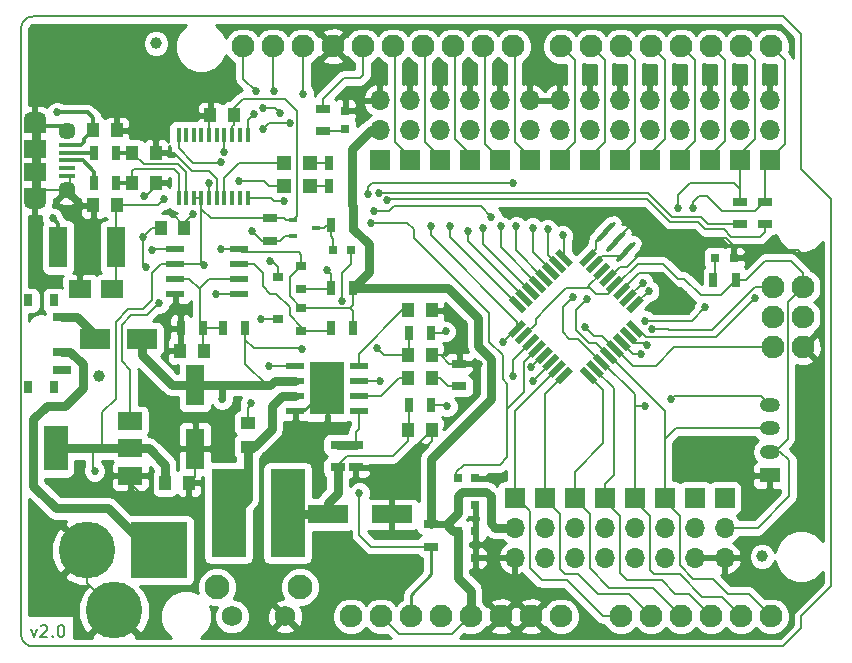
<source format=gbr>
%TF.GenerationSoftware,KiCad,Pcbnew,4.0.7*%
%TF.CreationDate,2018-06-08T10:12:50+02:00*%
%TF.ProjectId,Grape,47726170652E6B696361645F70636200,rev?*%
%TF.FileFunction,Copper,L1,Top,Signal*%
%FSLAX46Y46*%
G04 Gerber Fmt 4.6, Leading zero omitted, Abs format (unit mm)*
G04 Created by KiCad (PCBNEW 4.0.7) date 06/08/18 10:12:50*
%MOMM*%
%LPD*%
G01*
G04 APERTURE LIST*
%ADD10C,0.150000*%
%ADD11C,0.127000*%
%ADD12C,0.200000*%
%ADD13C,0.254000*%
%ADD14C,1.000000*%
%ADD15C,1.930400*%
%ADD16R,1.000000X1.250000*%
%ADD17R,1.950000X1.500000*%
%ADD18R,0.800000X0.750000*%
%ADD19R,3.500000X1.600000*%
%ADD20R,1.600000X3.500000*%
%ADD21R,1.250000X1.000000*%
%ADD22R,2.500000X1.800000*%
%ADD23R,0.800000X0.800000*%
%ADD24C,4.800000*%
%ADD25R,4.800000X4.800000*%
%ADD26R,3.000000X7.500000*%
%ADD27R,0.700000X1.300000*%
%ADD28R,1.200000X1.200000*%
%ADD29R,1.700000X1.700000*%
%ADD30O,1.700000X1.700000*%
%ADD31R,1.700000X1.200000*%
%ADD32O,1.700000X1.200000*%
%ADD33R,0.700000X0.450000*%
%ADD34R,0.900000X0.800000*%
%ADD35R,1.300000X0.700000*%
%ADD36C,2.100000*%
%ADD37C,1.750000*%
%ADD38R,1.500000X0.700000*%
%ADD39R,0.800000X1.000000*%
%ADD40R,0.406400X1.270000*%
%ADD41R,1.550000X0.600000*%
%ADD42R,2.000000X3.800000*%
%ADD43R,2.000000X1.500000*%
%ADD44R,2.950000X4.500000*%
%ADD45R,1.200000X1.600000*%
%ADD46C,0.600000*%
%ADD47C,0.449580*%
%ADD48R,1.900000X1.500000*%
%ADD49C,1.450000*%
%ADD50R,1.350000X0.400000*%
%ADD51O,1.900000X1.200000*%
%ADD52R,1.900000X1.200000*%
%ADD53C,0.685800*%
%ADD54C,0.800000*%
%ADD55C,0.152400*%
%ADD56C,0.300000*%
%ADD57C,0.600000*%
G04 APERTURE END LIST*
D10*
D11*
X176276000Y-114300000D02*
X112776000Y-114300000D01*
X177800000Y-112776000D02*
X177800000Y-111760000D01*
X177800000Y-112776000D02*
X176276000Y-114300000D01*
D12*
X112617429Y-112815714D02*
X112855524Y-113482381D01*
X113093620Y-112815714D01*
X113426953Y-112577619D02*
X113474572Y-112530000D01*
X113569810Y-112482381D01*
X113807906Y-112482381D01*
X113903144Y-112530000D01*
X113950763Y-112577619D01*
X113998382Y-112672857D01*
X113998382Y-112768095D01*
X113950763Y-112910952D01*
X113379334Y-113482381D01*
X113998382Y-113482381D01*
X114426953Y-113387143D02*
X114474572Y-113434762D01*
X114426953Y-113482381D01*
X114379334Y-113434762D01*
X114426953Y-113387143D01*
X114426953Y-113482381D01*
X115093619Y-112482381D02*
X115188858Y-112482381D01*
X115284096Y-112530000D01*
X115331715Y-112577619D01*
X115379334Y-112672857D01*
X115426953Y-112863333D01*
X115426953Y-113101429D01*
X115379334Y-113291905D01*
X115331715Y-113387143D01*
X115284096Y-113434762D01*
X115188858Y-113482381D01*
X115093619Y-113482381D01*
X114998381Y-113434762D01*
X114950762Y-113387143D01*
X114903143Y-113291905D01*
X114855524Y-113101429D01*
X114855524Y-112863333D01*
X114903143Y-112672857D01*
X114950762Y-112577619D01*
X114998381Y-112530000D01*
X115093619Y-112482381D01*
D11*
X176276000Y-60960000D02*
X112776000Y-60960000D01*
X111760000Y-61976000D02*
X111760000Y-113284000D01*
X111760000Y-113284000D02*
G75*
G03X112776000Y-114300000I1016000J0D01*
G01*
X112776000Y-60960000D02*
G75*
G03X111760000Y-61976000I0J-1016000D01*
G01*
X180340000Y-109220000D02*
X177800000Y-111760000D01*
X180340000Y-76454000D02*
X180340000Y-109220000D01*
X177800000Y-73914000D02*
X180340000Y-76454000D01*
X177800000Y-62484000D02*
X177800000Y-73914000D01*
X176276000Y-60960000D02*
X177800000Y-62484000D01*
D13*
X162899736Y-80857736D02*
X162181316Y-81576157D01*
X163618157Y-80139316D02*
X162899736Y-80857736D01*
X161204264Y-79162264D02*
X160485843Y-79880684D01*
X161204264Y-79162264D02*
X161922684Y-78443843D01*
X162052000Y-80010000D02*
X161333580Y-80728420D01*
X162052000Y-80010000D02*
X162770420Y-79291580D01*
D14*
X123190000Y-63246000D03*
X118364000Y-91440000D03*
D15*
X147320000Y-111760000D03*
X149860000Y-111760000D03*
X162560000Y-111760000D03*
X165100000Y-111760000D03*
X167640000Y-111760000D03*
X170180000Y-111760000D03*
X172720000Y-111760000D03*
X175260000Y-111760000D03*
X135636000Y-63500000D03*
X175260000Y-63500000D03*
X172720000Y-63500000D03*
X170180000Y-63500000D03*
X167640000Y-63500000D03*
X165100000Y-63500000D03*
X162560000Y-63500000D03*
X160020000Y-63500000D03*
X157480000Y-63500000D03*
X153416000Y-63500000D03*
X150876000Y-63500000D03*
X148336000Y-63500000D03*
X145796000Y-63500000D03*
X143256000Y-63500000D03*
X140716000Y-63500000D03*
X152400000Y-111760000D03*
X154940000Y-111760000D03*
X138176000Y-63500000D03*
X177939700Y-88948260D03*
X142240000Y-111760000D03*
X175399700Y-83870800D03*
X177939700Y-86410800D03*
X139700000Y-111760000D03*
X144780000Y-111760000D03*
X175399700Y-88948260D03*
X175399700Y-86410800D03*
X130556000Y-63500000D03*
X133096000Y-63500000D03*
X177939700Y-83870800D03*
X157480000Y-111760000D03*
D16*
X129778000Y-69342000D03*
X127778000Y-69342000D03*
X119872000Y-76962000D03*
X117872000Y-76962000D03*
D17*
X119485000Y-84074000D03*
X116735000Y-84074000D03*
D16*
X117872000Y-70612000D03*
X119872000Y-70612000D03*
D18*
X150229000Y-100076000D03*
X148729000Y-100076000D03*
X139688000Y-80772000D03*
X138188000Y-80772000D03*
D19*
X137762000Y-103124000D03*
X143162000Y-103124000D03*
D16*
X144542000Y-91567000D03*
X146542000Y-91567000D03*
D20*
X126492000Y-92169000D03*
X126492000Y-97569000D03*
D16*
X144542000Y-89662000D03*
X146542000Y-89662000D03*
X144542000Y-85852000D03*
X146542000Y-85852000D03*
D18*
X150229000Y-106807000D03*
X148729000Y-106807000D03*
X150229000Y-104521000D03*
X148729000Y-104521000D03*
X150229000Y-102362000D03*
X148729000Y-102362000D03*
D16*
X144542000Y-96012000D03*
X146542000Y-96012000D03*
D21*
X130937000Y-97393000D03*
X130937000Y-95393000D03*
D16*
X121174000Y-75057000D03*
X123174000Y-75057000D03*
X121174000Y-72517000D03*
X123174000Y-72517000D03*
X127238000Y-89281000D03*
X125238000Y-89281000D03*
X123587000Y-78867000D03*
X125587000Y-78867000D03*
X123968000Y-100457000D03*
X125968000Y-100457000D03*
D22*
X122015000Y-88265000D03*
X118015000Y-88265000D03*
D23*
X139192000Y-70523000D03*
X139192000Y-68923000D03*
X170523000Y-81407000D03*
X172123000Y-81407000D03*
D20*
X119788000Y-80518000D03*
X114908000Y-80518000D03*
D24*
X117344000Y-106172000D03*
D25*
X123444000Y-106172000D03*
D24*
X119634000Y-111252000D03*
D26*
X129326000Y-102997000D03*
X134326000Y-102997000D03*
D27*
X144592000Y-93853000D03*
X146492000Y-93853000D03*
D28*
X136228000Y-73406000D03*
X134028000Y-73406000D03*
X136228000Y-75311000D03*
X134028000Y-75311000D03*
D29*
X175133000Y-73152000D03*
D30*
X175133000Y-70612000D03*
X175133000Y-68072000D03*
D29*
X162433000Y-73152000D03*
D30*
X162433000Y-70612000D03*
X162433000Y-68072000D03*
D29*
X149733000Y-73152000D03*
D30*
X149733000Y-70612000D03*
X149733000Y-68072000D03*
D29*
X153543000Y-101727000D03*
D30*
X153543000Y-104267000D03*
X153543000Y-106807000D03*
D29*
X171323000Y-101727000D03*
D30*
X171323000Y-104267000D03*
X171323000Y-106807000D03*
D29*
X172593000Y-73152000D03*
D30*
X172593000Y-70612000D03*
X172593000Y-68072000D03*
D29*
X159893000Y-73152000D03*
D30*
X159893000Y-70612000D03*
X159893000Y-68072000D03*
D29*
X147193000Y-73152000D03*
D30*
X147193000Y-70612000D03*
X147193000Y-68072000D03*
D29*
X156083000Y-101727000D03*
D30*
X156083000Y-104267000D03*
X156083000Y-106807000D03*
D29*
X168783000Y-101727000D03*
D30*
X168783000Y-104267000D03*
X168783000Y-106807000D03*
D29*
X170053000Y-73152000D03*
D30*
X170053000Y-70612000D03*
X170053000Y-68072000D03*
D29*
X157353000Y-73152000D03*
D30*
X157353000Y-70612000D03*
X157353000Y-68072000D03*
D29*
X144653000Y-73152000D03*
D30*
X144653000Y-70612000D03*
X144653000Y-68072000D03*
D29*
X158623000Y-101727000D03*
D30*
X158623000Y-104267000D03*
X158623000Y-106807000D03*
D29*
X167513000Y-73152000D03*
D30*
X167513000Y-70612000D03*
X167513000Y-68072000D03*
D29*
X154813000Y-73152000D03*
D30*
X154813000Y-70612000D03*
X154813000Y-68072000D03*
D29*
X142113000Y-73152000D03*
D30*
X142113000Y-70612000D03*
X142113000Y-68072000D03*
D29*
X161163000Y-101727000D03*
D30*
X161163000Y-104267000D03*
X161163000Y-106807000D03*
D29*
X164973000Y-73152000D03*
D30*
X164973000Y-70612000D03*
X164973000Y-68072000D03*
D29*
X152273000Y-73152000D03*
D30*
X152273000Y-70612000D03*
X152273000Y-68072000D03*
D29*
X163703000Y-101727000D03*
D30*
X163703000Y-104267000D03*
X163703000Y-106807000D03*
D29*
X166243000Y-101727000D03*
D30*
X166243000Y-104267000D03*
X166243000Y-106807000D03*
D31*
X175133000Y-99822000D03*
D32*
X175133000Y-97822000D03*
X175133000Y-95822000D03*
X175133000Y-93822000D03*
D33*
X134763000Y-78217000D03*
X134763000Y-79517000D03*
X136763000Y-78867000D03*
D34*
X135493000Y-84008000D03*
X135493000Y-82108000D03*
X133493000Y-83058000D03*
X135493000Y-87564000D03*
X135493000Y-85664000D03*
X133493000Y-86614000D03*
D27*
X137861000Y-75311000D03*
X139761000Y-75311000D03*
D35*
X137287000Y-68773000D03*
X137287000Y-70673000D03*
X146494500Y-103952000D03*
X146494500Y-105852000D03*
D27*
X137861000Y-73406000D03*
X139761000Y-73406000D03*
D35*
X174752000Y-76647000D03*
X174752000Y-78547000D03*
X172593000Y-76647000D03*
X172593000Y-78547000D03*
X138557000Y-97221000D03*
X138557000Y-99121000D03*
D27*
X170373000Y-83312000D03*
X172273000Y-83312000D03*
D35*
X148844000Y-92263000D03*
X148844000Y-90363000D03*
X140081000Y-99121000D03*
X140081000Y-97221000D03*
D27*
X146492000Y-87757000D03*
X144592000Y-87757000D03*
X119822000Y-72517000D03*
X117922000Y-72517000D03*
X119822000Y-75057000D03*
X117922000Y-75057000D03*
D35*
X132842000Y-79944000D03*
X132842000Y-78044000D03*
D27*
X137988000Y-78613000D03*
X139888000Y-78613000D03*
X137988000Y-87376000D03*
X139888000Y-87376000D03*
X125288000Y-87376000D03*
X127188000Y-87376000D03*
X128844000Y-87376000D03*
X130744000Y-87376000D03*
X137988000Y-83947000D03*
X139888000Y-83947000D03*
D36*
X128352000Y-109270000D03*
D37*
X129612000Y-111760000D03*
X134112000Y-111760000D03*
D36*
X135362000Y-109270000D03*
D38*
X115222000Y-86396000D03*
X115222000Y-89396000D03*
X115222000Y-90896000D03*
D39*
X112362000Y-84996000D03*
X112362000Y-92296000D03*
X114572000Y-92296000D03*
X114572000Y-84996000D03*
D40*
X130937000Y-70993000D03*
X130302000Y-70993000D03*
X129641600Y-70993000D03*
X128981200Y-70993000D03*
X128346200Y-70993000D03*
X127685800Y-70993000D03*
X127025400Y-70993000D03*
X126390400Y-70993000D03*
X125730000Y-70993000D03*
X125095000Y-70993000D03*
X125095000Y-76327000D03*
X125730000Y-76327000D03*
X126390400Y-76327000D03*
X127025400Y-76327000D03*
X127685800Y-76327000D03*
X128346200Y-76327000D03*
X128981200Y-76327000D03*
X129641600Y-76327000D03*
X130302000Y-76327000D03*
X130937000Y-76327000D03*
D41*
X124808000Y-80645000D03*
X124808000Y-81915000D03*
X124808000Y-83185000D03*
X124808000Y-84455000D03*
X130208000Y-84455000D03*
X130208000Y-83185000D03*
X130208000Y-81915000D03*
X130208000Y-80645000D03*
D42*
X114706000Y-97536000D03*
D43*
X121006000Y-97536000D03*
X121006000Y-95236000D03*
X121006000Y-99836000D03*
D10*
G36*
X164106334Y-84574555D02*
X164495243Y-84963464D01*
X163363872Y-86094835D01*
X162974963Y-85705926D01*
X164106334Y-84574555D01*
X164106334Y-84574555D01*
G37*
G36*
X163540648Y-84008870D02*
X163929557Y-84397779D01*
X162798186Y-85529150D01*
X162409277Y-85140241D01*
X163540648Y-84008870D01*
X163540648Y-84008870D01*
G37*
G36*
X162974963Y-83443184D02*
X163363872Y-83832093D01*
X162232501Y-84963464D01*
X161843592Y-84574555D01*
X162974963Y-83443184D01*
X162974963Y-83443184D01*
G37*
G36*
X162409278Y-82877499D02*
X162798187Y-83266408D01*
X161666816Y-84397779D01*
X161277907Y-84008870D01*
X162409278Y-82877499D01*
X162409278Y-82877499D01*
G37*
G36*
X161843592Y-82311813D02*
X162232501Y-82700722D01*
X161101130Y-83832093D01*
X160712221Y-83443184D01*
X161843592Y-82311813D01*
X161843592Y-82311813D01*
G37*
G36*
X161277907Y-81746128D02*
X161666816Y-82135037D01*
X160535445Y-83266408D01*
X160146536Y-82877499D01*
X161277907Y-81746128D01*
X161277907Y-81746128D01*
G37*
G36*
X160712221Y-81180443D02*
X161101130Y-81569352D01*
X159969759Y-82700723D01*
X159580850Y-82311814D01*
X160712221Y-81180443D01*
X160712221Y-81180443D01*
G37*
G36*
X160146536Y-80614757D02*
X160535445Y-81003666D01*
X159404074Y-82135037D01*
X159015165Y-81746128D01*
X160146536Y-80614757D01*
X160146536Y-80614757D01*
G37*
G36*
X156964555Y-81003666D02*
X157353464Y-80614757D01*
X158484835Y-81746128D01*
X158095926Y-82135037D01*
X156964555Y-81003666D01*
X156964555Y-81003666D01*
G37*
G36*
X156398870Y-81569352D02*
X156787779Y-81180443D01*
X157919150Y-82311814D01*
X157530241Y-82700723D01*
X156398870Y-81569352D01*
X156398870Y-81569352D01*
G37*
G36*
X155833184Y-82135037D02*
X156222093Y-81746128D01*
X157353464Y-82877499D01*
X156964555Y-83266408D01*
X155833184Y-82135037D01*
X155833184Y-82135037D01*
G37*
G36*
X155267499Y-82700722D02*
X155656408Y-82311813D01*
X156787779Y-83443184D01*
X156398870Y-83832093D01*
X155267499Y-82700722D01*
X155267499Y-82700722D01*
G37*
G36*
X154701813Y-83266408D02*
X155090722Y-82877499D01*
X156222093Y-84008870D01*
X155833184Y-84397779D01*
X154701813Y-83266408D01*
X154701813Y-83266408D01*
G37*
G36*
X154136128Y-83832093D02*
X154525037Y-83443184D01*
X155656408Y-84574555D01*
X155267499Y-84963464D01*
X154136128Y-83832093D01*
X154136128Y-83832093D01*
G37*
G36*
X153570443Y-84397779D02*
X153959352Y-84008870D01*
X155090723Y-85140241D01*
X154701814Y-85529150D01*
X153570443Y-84397779D01*
X153570443Y-84397779D01*
G37*
G36*
X153004757Y-84963464D02*
X153393666Y-84574555D01*
X154525037Y-85705926D01*
X154136128Y-86094835D01*
X153004757Y-84963464D01*
X153004757Y-84963464D01*
G37*
G36*
X154136128Y-86625165D02*
X154525037Y-87014074D01*
X153393666Y-88145445D01*
X153004757Y-87756536D01*
X154136128Y-86625165D01*
X154136128Y-86625165D01*
G37*
G36*
X154701814Y-87190850D02*
X155090723Y-87579759D01*
X153959352Y-88711130D01*
X153570443Y-88322221D01*
X154701814Y-87190850D01*
X154701814Y-87190850D01*
G37*
G36*
X155267499Y-87756536D02*
X155656408Y-88145445D01*
X154525037Y-89276816D01*
X154136128Y-88887907D01*
X155267499Y-87756536D01*
X155267499Y-87756536D01*
G37*
G36*
X155833184Y-88322221D02*
X156222093Y-88711130D01*
X155090722Y-89842501D01*
X154701813Y-89453592D01*
X155833184Y-88322221D01*
X155833184Y-88322221D01*
G37*
G36*
X156398870Y-88887907D02*
X156787779Y-89276816D01*
X155656408Y-90408187D01*
X155267499Y-90019278D01*
X156398870Y-88887907D01*
X156398870Y-88887907D01*
G37*
G36*
X156964555Y-89453592D02*
X157353464Y-89842501D01*
X156222093Y-90973872D01*
X155833184Y-90584963D01*
X156964555Y-89453592D01*
X156964555Y-89453592D01*
G37*
G36*
X157530241Y-90019277D02*
X157919150Y-90408186D01*
X156787779Y-91539557D01*
X156398870Y-91150648D01*
X157530241Y-90019277D01*
X157530241Y-90019277D01*
G37*
G36*
X158095926Y-90584963D02*
X158484835Y-90973872D01*
X157353464Y-92105243D01*
X156964555Y-91716334D01*
X158095926Y-90584963D01*
X158095926Y-90584963D01*
G37*
G36*
X159015165Y-90973872D02*
X159404074Y-90584963D01*
X160535445Y-91716334D01*
X160146536Y-92105243D01*
X159015165Y-90973872D01*
X159015165Y-90973872D01*
G37*
G36*
X159580850Y-90408186D02*
X159969759Y-90019277D01*
X161101130Y-91150648D01*
X160712221Y-91539557D01*
X159580850Y-90408186D01*
X159580850Y-90408186D01*
G37*
G36*
X160146536Y-89842501D02*
X160535445Y-89453592D01*
X161666816Y-90584963D01*
X161277907Y-90973872D01*
X160146536Y-89842501D01*
X160146536Y-89842501D01*
G37*
G36*
X160712221Y-89276816D02*
X161101130Y-88887907D01*
X162232501Y-90019278D01*
X161843592Y-90408187D01*
X160712221Y-89276816D01*
X160712221Y-89276816D01*
G37*
G36*
X161277907Y-88711130D02*
X161666816Y-88322221D01*
X162798187Y-89453592D01*
X162409278Y-89842501D01*
X161277907Y-88711130D01*
X161277907Y-88711130D01*
G37*
G36*
X161843592Y-88145445D02*
X162232501Y-87756536D01*
X163363872Y-88887907D01*
X162974963Y-89276816D01*
X161843592Y-88145445D01*
X161843592Y-88145445D01*
G37*
G36*
X162409277Y-87579759D02*
X162798186Y-87190850D01*
X163929557Y-88322221D01*
X163540648Y-88711130D01*
X162409277Y-87579759D01*
X162409277Y-87579759D01*
G37*
G36*
X162974963Y-87014074D02*
X163363872Y-86625165D01*
X164495243Y-87756536D01*
X164106334Y-88145445D01*
X162974963Y-87014074D01*
X162974963Y-87014074D01*
G37*
D44*
X137668000Y-92456000D03*
D41*
X134968000Y-90551000D03*
X134968000Y-91821000D03*
X134968000Y-93091000D03*
X134968000Y-94361000D03*
X140368000Y-94361000D03*
X140368000Y-93091000D03*
X140368000Y-91821000D03*
X140368000Y-90551000D03*
D45*
X138268000Y-93256000D03*
X138268000Y-91656000D03*
X137068000Y-93256000D03*
X137068000Y-91656000D03*
D46*
X137068000Y-91256000D03*
X137068000Y-92056000D03*
X138268000Y-92056000D03*
X138268000Y-91256000D03*
X137068000Y-93656000D03*
X137068000Y-92856000D03*
X138268000Y-92856000D03*
X138268000Y-93656000D03*
D47*
X162385167Y-81372305D02*
X163414305Y-80343167D01*
X161537431Y-80524569D02*
X162566569Y-79495431D01*
X160689695Y-79676833D02*
X161718833Y-78647695D01*
D46*
X124206000Y-87249000D03*
X131953000Y-109601000D03*
X140652500Y-109156500D03*
X122110500Y-70675500D03*
X166179500Y-79883000D03*
X151892000Y-100076000D03*
X178181000Y-94742000D03*
X178181000Y-99250500D03*
X178181000Y-102997000D03*
X114554000Y-109537500D03*
X134683500Y-96837500D03*
X136398000Y-96837500D03*
X144780000Y-98742500D03*
D48*
X112934000Y-74152000D03*
D49*
X115634000Y-70652000D03*
D50*
X115634000Y-72502000D03*
X115634000Y-71852000D03*
X115634000Y-74452000D03*
X115634000Y-73802000D03*
X115634000Y-73152000D03*
D49*
X115634000Y-75652000D03*
D48*
X112934000Y-72152000D03*
D51*
X112934000Y-69652000D03*
X112934000Y-76652000D03*
D52*
X112934000Y-76052000D03*
X112934000Y-70252000D03*
D14*
X174498000Y-106680000D03*
D53*
X117983000Y-99441000D03*
X128270000Y-84455000D03*
X127254000Y-82042000D03*
X126301500Y-77724000D03*
X154940000Y-90678000D03*
X150495000Y-90360500D03*
X122174000Y-76200000D03*
X124587000Y-77724000D03*
X167894000Y-84455000D03*
X168021000Y-81915000D03*
X132842000Y-81661000D03*
X127635000Y-75057000D03*
X123825000Y-76454000D03*
X114427000Y-78041500D03*
X114808000Y-69088000D03*
X135636000Y-67500500D03*
X134493000Y-69977000D03*
X132270500Y-70485000D03*
X141414500Y-78422500D03*
X159512000Y-87249000D03*
X138938000Y-85026500D03*
X140398500Y-101282500D03*
X128778000Y-93345000D03*
X135509000Y-89154000D03*
X141859000Y-89027000D03*
X123444000Y-85217000D03*
X122301000Y-82169000D03*
X122110500Y-79629000D03*
X128651000Y-80645000D03*
X132715000Y-90551000D03*
X131191000Y-93726000D03*
X133159500Y-67310000D03*
X141605000Y-77406500D03*
X151574500Y-77914500D03*
X158496000Y-84709000D03*
X166751000Y-93345000D03*
X164592000Y-93980000D03*
X159639000Y-84899500D03*
X153416000Y-75057000D03*
X141097000Y-76009500D03*
X133667500Y-69151500D03*
X132207000Y-68707000D03*
X131635500Y-67310000D03*
X173863000Y-84836000D03*
X164909500Y-84201000D03*
X164401500Y-83502500D03*
X157607000Y-79502000D03*
X156337000Y-78994000D03*
X155067000Y-78867000D03*
X153670000Y-78740000D03*
X152400000Y-78740000D03*
X150876000Y-78867000D03*
X169672000Y-85598000D03*
X164592000Y-86741000D03*
X149606000Y-79121000D03*
X165163500Y-87439500D03*
X148082000Y-78740000D03*
X152527000Y-88519000D03*
X146431000Y-78740000D03*
X147828000Y-93980000D03*
X132080000Y-86614000D03*
X128651000Y-73279000D03*
X130175000Y-74930000D03*
X164211000Y-89535000D03*
X168656000Y-77216000D03*
X155067000Y-91821000D03*
X164719000Y-88773000D03*
X167386000Y-77216000D03*
X153416000Y-91440000D03*
X131445000Y-69215000D03*
X131318000Y-79121000D03*
X122809000Y-80772000D03*
X137668000Y-82423000D03*
X142748000Y-76517500D03*
X134048500Y-76581000D03*
X128905000Y-72453500D03*
X142049500Y-75946000D03*
X147701000Y-87630000D03*
X142113000Y-91821000D03*
D12*
X117983000Y-99441000D02*
X117856000Y-99314000D01*
X117856000Y-99314000D02*
X117856000Y-97536000D01*
X124808000Y-81915000D02*
X123571000Y-81915000D01*
X118618000Y-94488000D02*
X118618000Y-97536000D01*
X119761000Y-93345000D02*
X118618000Y-94488000D01*
X119761000Y-86804500D02*
X119761000Y-93345000D01*
X120840500Y-85725000D02*
X119761000Y-86804500D01*
X122047000Y-85725000D02*
X120840500Y-85725000D01*
X122809000Y-84963000D02*
X122047000Y-85725000D01*
X122809000Y-82677000D02*
X122809000Y-84963000D01*
X123571000Y-81915000D02*
X122809000Y-82677000D01*
X132842000Y-78044000D02*
X127828000Y-78044000D01*
X127025400Y-77241400D02*
X127025400Y-76327000D01*
X127828000Y-78044000D02*
X127025400Y-77241400D01*
X127025400Y-76327000D02*
X127025400Y-81813400D01*
X127025400Y-81813400D02*
X127254000Y-82042000D01*
X130208000Y-84455000D02*
X128270000Y-84455000D01*
X127127000Y-81915000D02*
X124808000Y-81915000D01*
X127254000Y-82042000D02*
X127127000Y-81915000D01*
D54*
X121006000Y-97536000D02*
X122555000Y-97536000D01*
X123968000Y-98949000D02*
X123968000Y-100457000D01*
X122555000Y-97536000D02*
X123968000Y-98949000D01*
X114706000Y-97536000D02*
X117856000Y-97536000D01*
X117856000Y-97536000D02*
X118618000Y-97536000D01*
X118618000Y-97536000D02*
X121006000Y-97536000D01*
D12*
X126390400Y-76327000D02*
X127025400Y-76327000D01*
X129778000Y-69342000D02*
X129778000Y-68723000D01*
X129778000Y-68723000D02*
X130556000Y-67945000D01*
X135128000Y-77852000D02*
X134763000Y-78217000D01*
X135128000Y-68961000D02*
X135128000Y-77852000D01*
X134112000Y-67945000D02*
X135128000Y-68961000D01*
X130556000Y-67945000D02*
X134112000Y-67945000D01*
X132842000Y-78044000D02*
X134051000Y-78044000D01*
X134224000Y-78217000D02*
X134763000Y-78217000D01*
X134051000Y-78044000D02*
X134224000Y-78217000D01*
X129778000Y-69342000D02*
X129778000Y-70120000D01*
X129641600Y-70256400D02*
X129641600Y-70993000D01*
X129778000Y-70120000D02*
X129641600Y-70256400D01*
X162052000Y-80010000D02*
X163576000Y-78486000D01*
X144780000Y-98742500D02*
X144780000Y-97774000D01*
X144780000Y-97774000D02*
X146542000Y-96012000D01*
X146542000Y-96012000D02*
X146542000Y-96917000D01*
X146542000Y-96917000D02*
X146050000Y-97409000D01*
D55*
X161472361Y-83071953D02*
X161530047Y-83071953D01*
X161530047Y-83071953D02*
X162433000Y-82169000D01*
X167132000Y-81026000D02*
X168021000Y-81915000D01*
X164211000Y-81026000D02*
X167132000Y-81026000D01*
X163068000Y-82169000D02*
X164211000Y-81026000D01*
X162433000Y-82169000D02*
X163068000Y-82169000D01*
X125587000Y-78867000D02*
X125587000Y-78438500D01*
X125587000Y-78438500D02*
X126301500Y-77724000D01*
X156027639Y-89648047D02*
X155969953Y-89648047D01*
X155969953Y-89648047D02*
X154940000Y-90678000D01*
X150495000Y-90360500D02*
X150492500Y-90363000D01*
X150492500Y-90363000D02*
X148844000Y-90363000D01*
D12*
X117344000Y-106172000D02*
X117344000Y-108962000D01*
X117344000Y-108962000D02*
X119634000Y-111252000D01*
X124808000Y-84455000D02*
X124808000Y-85565000D01*
X125288000Y-86045000D02*
X125288000Y-87376000D01*
X124808000Y-85565000D02*
X125288000Y-86045000D01*
X123174000Y-75057000D02*
X123174000Y-75327000D01*
X123174000Y-75327000D02*
X122301000Y-76200000D01*
X122301000Y-76200000D02*
X122174000Y-76200000D01*
X124587000Y-77724000D02*
X125587000Y-78724000D01*
X125587000Y-78724000D02*
X125587000Y-78867000D01*
X121006000Y-99836000D02*
X121006000Y-100432000D01*
X121006000Y-100432000D02*
X122555000Y-101981000D01*
X122555000Y-101981000D02*
X125349000Y-101981000D01*
X125349000Y-101981000D02*
X125968000Y-101362000D01*
X125968000Y-101362000D02*
X125968000Y-100457000D01*
X126492000Y-97569000D02*
X126492000Y-99933000D01*
X126492000Y-99933000D02*
X125968000Y-100457000D01*
X119872000Y-70612000D02*
X122555000Y-70612000D01*
X123174000Y-71231000D02*
X123174000Y-72517000D01*
X122555000Y-70612000D02*
X123174000Y-71231000D01*
X116735000Y-84074000D02*
X116735000Y-82782000D01*
X117872000Y-81645000D02*
X117872000Y-76962000D01*
X116735000Y-82782000D02*
X117872000Y-81645000D01*
X117872000Y-76962000D02*
X116459000Y-76962000D01*
X116459000Y-76962000D02*
X115584000Y-76087000D01*
X115584000Y-76087000D02*
X115584000Y-75614500D01*
X115944000Y-74452000D02*
X115944000Y-75254500D01*
X115944000Y-75254500D02*
X115584000Y-75614500D01*
X115584000Y-75614500D02*
X113731500Y-75614500D01*
X113731500Y-75614500D02*
X113284000Y-76062000D01*
X127685800Y-70993000D02*
X127685800Y-69434200D01*
X127685800Y-69434200D02*
X127778000Y-69342000D01*
X177939700Y-88948260D02*
X178132740Y-88948260D01*
X178132740Y-88948260D02*
X179451000Y-87630000D01*
X179451000Y-87630000D02*
X179451000Y-82677000D01*
X179451000Y-82677000D02*
X177546000Y-80772000D01*
X177546000Y-80772000D02*
X173355000Y-80772000D01*
X173355000Y-80772000D02*
X172720000Y-81407000D01*
X172720000Y-81407000D02*
X172123000Y-81407000D01*
X162603732Y-84203324D02*
X162603732Y-84157268D01*
X162603732Y-84157268D02*
X164084000Y-82677000D01*
X164084000Y-82677000D02*
X166116000Y-82677000D01*
X166116000Y-82677000D02*
X167894000Y-84455000D01*
X168021000Y-81915000D02*
X168148000Y-81788000D01*
X168148000Y-81788000D02*
X168148000Y-79883000D01*
X168148000Y-79883000D02*
X168275000Y-79756000D01*
X168275000Y-79756000D02*
X171450000Y-79756000D01*
X171450000Y-79756000D02*
X172123000Y-80429000D01*
X172123000Y-80429000D02*
X172123000Y-81407000D01*
X137668000Y-92456000D02*
X135890000Y-94234000D01*
X135890000Y-94234000D02*
X135095000Y-94234000D01*
X135095000Y-94234000D02*
X134968000Y-94361000D01*
X134968000Y-94361000D02*
X135763000Y-94361000D01*
X135763000Y-94361000D02*
X137668000Y-92456000D01*
X135763000Y-94361000D02*
X137668000Y-92456000D01*
X148844000Y-90363000D02*
X148021000Y-90363000D01*
X147320000Y-89662000D02*
X146542000Y-89662000D01*
X148021000Y-90363000D02*
X147320000Y-89662000D01*
X125288000Y-87376000D02*
X125288000Y-89231000D01*
X125288000Y-89231000D02*
X125238000Y-89281000D01*
X123174000Y-72517000D02*
X124714000Y-72517000D01*
X128346200Y-74752200D02*
X128346200Y-76327000D01*
X127635000Y-74041000D02*
X128346200Y-74752200D01*
X126238000Y-74041000D02*
X127635000Y-74041000D01*
X124714000Y-72517000D02*
X126238000Y-74041000D01*
D56*
X113284000Y-73992000D02*
X113284000Y-76062000D01*
X113284000Y-72312000D02*
X113284000Y-73992000D01*
X113284000Y-70242000D02*
X113284000Y-72312000D01*
X113284000Y-70242000D02*
X115136500Y-70242000D01*
X115136500Y-70242000D02*
X115584000Y-70689500D01*
D12*
X133493000Y-83058000D02*
X133493000Y-82185000D01*
X132969000Y-81661000D02*
X132842000Y-81661000D01*
X133493000Y-82185000D02*
X132969000Y-81661000D01*
X119788000Y-80518000D02*
X119788000Y-77046000D01*
X119788000Y-77046000D02*
X119872000Y-76962000D01*
X119788000Y-80518000D02*
X119788000Y-83771000D01*
X119788000Y-83771000D02*
X119485000Y-84074000D01*
X119872000Y-76962000D02*
X123317000Y-76962000D01*
X127685800Y-75107800D02*
X127685800Y-76327000D01*
X127635000Y-75057000D02*
X127685800Y-75107800D01*
X123317000Y-76962000D02*
X123825000Y-76454000D01*
D56*
X117872000Y-70612000D02*
X117872000Y-69548500D01*
X114908000Y-78522500D02*
X114908000Y-80518000D01*
X114427000Y-78041500D02*
X114908000Y-78522500D01*
X117411500Y-69088000D02*
X114808000Y-69088000D01*
X117872000Y-69548500D02*
X117411500Y-69088000D01*
X117872000Y-70612000D02*
X117856000Y-70612000D01*
X117856000Y-70612000D02*
X117094000Y-71374000D01*
X117094000Y-71374000D02*
X117094000Y-71628000D01*
X117094000Y-71628000D02*
X116870000Y-71852000D01*
X116870000Y-71852000D02*
X115944000Y-71852000D01*
D12*
X152908000Y-94170500D02*
X152908000Y-92075000D01*
X135636000Y-67500500D02*
X135636000Y-63500000D01*
X132778500Y-69977000D02*
X134493000Y-69977000D01*
X132270500Y-70485000D02*
X132778500Y-69977000D01*
X144462500Y-78422500D02*
X141414500Y-78422500D01*
X145034000Y-78994000D02*
X144462500Y-78422500D01*
X145034000Y-79692500D02*
X145034000Y-78994000D01*
X151384000Y-86042500D02*
X145034000Y-79692500D01*
X151384000Y-88519000D02*
X151384000Y-86042500D01*
X152527000Y-89662000D02*
X151384000Y-88519000D01*
X152527000Y-91694000D02*
X152527000Y-89662000D01*
X152908000Y-92075000D02*
X152527000Y-91694000D01*
X148602000Y-99695000D02*
X148602000Y-99556000D01*
X149225000Y-98933000D02*
X149542500Y-98933000D01*
X148602000Y-99556000D02*
X149225000Y-98933000D01*
X148602000Y-100076000D02*
X148602000Y-99695000D01*
X148602000Y-99695000D02*
X148602000Y-99683000D01*
X154305000Y-90239314D02*
X155461953Y-89082361D01*
X154305000Y-92773500D02*
X154305000Y-90239314D01*
X152908000Y-94170500D02*
X154305000Y-92773500D01*
X152908000Y-94107000D02*
X152908000Y-94170500D01*
X152908000Y-94107000D02*
X152908000Y-94107000D01*
X152908000Y-98298000D02*
X152908000Y-94107000D01*
X149542500Y-98933000D02*
X152273000Y-98933000D01*
X152273000Y-98933000D02*
X152908000Y-98298000D01*
X149352000Y-98933000D02*
X149542500Y-98933000D01*
X160966686Y-88011000D02*
X162038047Y-89082361D01*
X160274000Y-88011000D02*
X160966686Y-88011000D01*
X159512000Y-87249000D02*
X160274000Y-88011000D01*
X140398500Y-101282500D02*
X140398500Y-104838500D01*
X139688000Y-81927000D02*
X138938000Y-82677000D01*
X138938000Y-82677000D02*
X138938000Y-85026500D01*
X146494500Y-105852000D02*
X141412000Y-105852000D01*
X139688000Y-81927000D02*
X139688000Y-80772000D01*
X140398500Y-104838500D02*
X141412000Y-105852000D01*
D13*
X146494500Y-105852000D02*
X146494500Y-108204000D01*
X144780000Y-109918500D02*
X144780000Y-111760000D01*
X146494500Y-108204000D02*
X144780000Y-109918500D01*
D12*
X162038047Y-89082361D02*
X162107361Y-89082361D01*
X162107361Y-89082361D02*
X163576000Y-90551000D01*
X163576000Y-90551000D02*
X165481000Y-90551000D01*
X165481000Y-90551000D02*
X167083740Y-88948260D01*
X167083740Y-88948260D02*
X175399700Y-88948260D01*
X137988000Y-78613000D02*
X137988000Y-79568000D01*
X138188000Y-79768000D02*
X138188000Y-80772000D01*
X137988000Y-79568000D02*
X138188000Y-79768000D01*
X136763000Y-78867000D02*
X137414000Y-78867000D01*
X137414000Y-78867000D02*
X137668000Y-78613000D01*
X137668000Y-78613000D02*
X137988000Y-78613000D01*
D54*
X138557000Y-99121000D02*
X138557000Y-101346000D01*
X137762000Y-102141000D02*
X137762000Y-103124000D01*
X138557000Y-101346000D02*
X137762000Y-102141000D01*
X137762000Y-103124000D02*
X134453000Y-103124000D01*
X134453000Y-103124000D02*
X134326000Y-102997000D01*
D12*
X138557000Y-99121000D02*
X138557000Y-98933000D01*
X138557000Y-98933000D02*
X139319000Y-98171000D01*
X139319000Y-98171000D02*
X143256000Y-98171000D01*
X143256000Y-98171000D02*
X144542000Y-96885000D01*
X144542000Y-96885000D02*
X144542000Y-96012000D01*
X144592000Y-93853000D02*
X144592000Y-95962000D01*
X144592000Y-95962000D02*
X144542000Y-96012000D01*
X140368000Y-93091000D02*
X142240000Y-93091000D01*
X143764000Y-91567000D02*
X144542000Y-91567000D01*
X142240000Y-93091000D02*
X143764000Y-91567000D01*
X146542000Y-91567000D02*
X147193000Y-91567000D01*
X147889000Y-92263000D02*
X148844000Y-92263000D01*
X147193000Y-91567000D02*
X147889000Y-92263000D01*
D57*
X128778000Y-93345000D02*
X128778000Y-92169000D01*
X128778000Y-92169000D02*
X128778000Y-92329000D01*
X128778000Y-92329000D02*
X128778000Y-92169000D01*
D12*
X130048000Y-92169000D02*
X130048000Y-92329000D01*
X130048000Y-92329000D02*
X130048000Y-92169000D01*
X144542000Y-89662000D02*
X142494000Y-89662000D01*
X131445000Y-89027000D02*
X130744000Y-88326000D01*
X135382000Y-89027000D02*
X131445000Y-89027000D01*
X135509000Y-89154000D02*
X135382000Y-89027000D01*
X142494000Y-89662000D02*
X141859000Y-89027000D01*
X144592000Y-87757000D02*
X144592000Y-89612000D01*
X144592000Y-89612000D02*
X144542000Y-89662000D01*
X130744000Y-87376000D02*
X130744000Y-88326000D01*
X130744000Y-88326000D02*
X130744000Y-90363000D01*
X130744000Y-90363000D02*
X132550000Y-92169000D01*
X132550000Y-92169000D02*
X132550000Y-92164000D01*
X132550000Y-92164000D02*
X132334000Y-91948000D01*
X132334000Y-91948000D02*
X132334000Y-92169000D01*
D54*
X126492000Y-92169000D02*
X128778000Y-92169000D01*
X128778000Y-92169000D02*
X130048000Y-92169000D01*
X130048000Y-92169000D02*
X132334000Y-92169000D01*
X132334000Y-92169000D02*
X132875000Y-92169000D01*
X133223000Y-91821000D02*
X134968000Y-91821000D01*
X132875000Y-92169000D02*
X133223000Y-91821000D01*
X126492000Y-92169000D02*
X124554000Y-92169000D01*
X122015000Y-89630000D02*
X122015000Y-88265000D01*
X124554000Y-92169000D02*
X122015000Y-89630000D01*
D12*
X140368000Y-90551000D02*
X140368000Y-89502000D01*
X144018000Y-85852000D02*
X144542000Y-85852000D01*
X140368000Y-89502000D02*
X144018000Y-85852000D01*
D54*
X146494500Y-103952000D02*
X146494500Y-98425000D01*
X147891500Y-83947000D02*
X139888000Y-83947000D01*
X150431500Y-86487000D02*
X147891500Y-83947000D01*
X150431500Y-88836500D02*
X150431500Y-86487000D01*
X151574500Y-89979500D02*
X150431500Y-88836500D01*
X151574500Y-93345000D02*
X151574500Y-89979500D01*
X146494500Y-98425000D02*
X151574500Y-93345000D01*
D55*
X122110500Y-81978500D02*
X122110500Y-79629000D01*
X122301000Y-82169000D02*
X122110500Y-81978500D01*
X121006000Y-95236000D02*
X121006000Y-90907000D01*
X123444000Y-85217000D02*
X123444000Y-85153500D01*
X122428000Y-86233000D02*
X123444000Y-85217000D01*
X121094500Y-86233000D02*
X122428000Y-86233000D01*
X120269000Y-87058500D02*
X121094500Y-86233000D01*
X120269000Y-90170000D02*
X120269000Y-87058500D01*
X121006000Y-90907000D02*
X120269000Y-90170000D01*
X123587000Y-78867000D02*
X122872500Y-78867000D01*
X122872500Y-78867000D02*
X122110500Y-79629000D01*
X128651000Y-80645000D02*
X130208000Y-80645000D01*
X175133000Y-97822000D02*
X175609000Y-97822000D01*
X175609000Y-97822000D02*
X176657000Y-96774000D01*
X176657000Y-85153500D02*
X177939700Y-83870800D01*
X176657000Y-96774000D02*
X176657000Y-85153500D01*
D57*
X146494500Y-103952000D02*
X147767000Y-103952000D01*
X147767000Y-103952000D02*
X147891500Y-104076500D01*
D12*
X149860000Y-111760000D02*
X149733000Y-111760000D01*
X149733000Y-111760000D02*
X148209000Y-113284000D01*
X143764000Y-113284000D02*
X142240000Y-111760000D01*
X148209000Y-113284000D02*
X143764000Y-113284000D01*
X171323000Y-104267000D02*
X174117000Y-104267000D01*
X176054000Y-97822000D02*
X175133000Y-97822000D01*
X176784000Y-98552000D02*
X176054000Y-97822000D01*
X176784000Y-101600000D02*
X176784000Y-98552000D01*
X174117000Y-104267000D02*
X176784000Y-101600000D01*
D54*
X139761000Y-73406000D02*
X139761000Y-72202000D01*
X139761000Y-72202000D02*
X141351000Y-70612000D01*
X141351000Y-70612000D02*
X142113000Y-70612000D01*
X139761000Y-73406000D02*
X139761000Y-75311000D01*
X149860000Y-111760000D02*
X149860000Y-109601000D01*
X148729000Y-108470000D02*
X148729000Y-106807000D01*
X149860000Y-109601000D02*
X148729000Y-108470000D01*
X147891500Y-104076500D02*
X147891500Y-103822500D01*
X148729000Y-102985000D02*
X148729000Y-102362000D01*
X147891500Y-103822500D02*
X148729000Y-102985000D01*
X148729000Y-104521000D02*
X148336000Y-104521000D01*
X148336000Y-104521000D02*
X147891500Y-104076500D01*
X148729000Y-104521000D02*
X148729000Y-106807000D01*
X153543000Y-104267000D02*
X151892000Y-104267000D01*
X151892000Y-104267000D02*
X151511000Y-103886000D01*
X151511000Y-103886000D02*
X151511000Y-101600000D01*
X151511000Y-101600000D02*
X151130000Y-101219000D01*
X151130000Y-101219000D02*
X149098000Y-101219000D01*
X149098000Y-101219000D02*
X148729000Y-101588000D01*
X148729000Y-101588000D02*
X148729000Y-102362000D01*
X139888000Y-78613000D02*
X139888000Y-78928000D01*
X139888000Y-78928000D02*
X141224000Y-80264000D01*
X141224000Y-80264000D02*
X141224000Y-82611000D01*
X141224000Y-82611000D02*
X139888000Y-83947000D01*
X139761000Y-75311000D02*
X139761000Y-76896000D01*
X139761000Y-76896000D02*
X139888000Y-77023000D01*
X139888000Y-77023000D02*
X139888000Y-78613000D01*
D12*
X162038047Y-83637639D02*
X162234361Y-83637639D01*
X162234361Y-83637639D02*
X163957000Y-81915000D01*
X171003000Y-84582000D02*
X172273000Y-83312000D01*
X169291000Y-84582000D02*
X171003000Y-84582000D01*
X167894000Y-83185000D02*
X169291000Y-84582000D01*
X167386000Y-83185000D02*
X167894000Y-83185000D01*
X166116000Y-81915000D02*
X167386000Y-83185000D01*
X163957000Y-81915000D02*
X166116000Y-81915000D01*
X135493000Y-82108000D02*
X135493000Y-81137000D01*
X135255000Y-80899000D02*
X130462000Y-80899000D01*
X135493000Y-81137000D02*
X135255000Y-80899000D01*
X130462000Y-80899000D02*
X130208000Y-80645000D01*
X135493000Y-82108000D02*
X135443000Y-82108000D01*
X135443000Y-82108000D02*
X134493000Y-83058000D01*
X134493000Y-83058000D02*
X134493000Y-84664000D01*
X134493000Y-84664000D02*
X135493000Y-85664000D01*
X172273000Y-83312000D02*
X173101000Y-83312000D01*
X177939700Y-82689700D02*
X177939700Y-83870800D01*
X176911000Y-81661000D02*
X177939700Y-82689700D01*
X174752000Y-81661000D02*
X176911000Y-81661000D01*
X173101000Y-83312000D02*
X174752000Y-81661000D01*
X159893000Y-83947000D02*
X157924500Y-83947000D01*
X155321000Y-86960573D02*
X154330583Y-87950990D01*
X155321000Y-86550500D02*
X155321000Y-86960573D01*
X156273500Y-85598000D02*
X155321000Y-86550500D01*
X156273500Y-85598000D02*
X156273500Y-85598000D01*
X157924500Y-83947000D02*
X156273500Y-85598000D01*
X160906676Y-82506268D02*
X160906676Y-82679324D01*
X160906676Y-82679324D02*
X159766000Y-83820000D01*
X159766000Y-83820000D02*
X159893000Y-83947000D01*
X159893000Y-83947000D02*
X160401000Y-84455000D01*
X160401000Y-84455000D02*
X161417000Y-84455000D01*
X161417000Y-84455000D02*
X162038047Y-83833953D01*
X162038047Y-83833953D02*
X162038047Y-83637639D01*
X148336000Y-104521000D02*
X147767000Y-103952000D01*
X147767000Y-103952000D02*
X147889000Y-103952000D01*
X148463000Y-103378000D02*
X148463000Y-102628000D01*
X147889000Y-103952000D02*
X148463000Y-103378000D01*
X148463000Y-102628000D02*
X148729000Y-102362000D01*
X139888000Y-83947000D02*
X139888000Y-85415000D01*
X139888000Y-85415000D02*
X139639000Y-85664000D01*
X139888000Y-87376000D02*
X139888000Y-85913000D01*
X139639000Y-85664000D02*
X135493000Y-85664000D01*
X139888000Y-85913000D02*
X139639000Y-85664000D01*
D54*
X130937000Y-97393000D02*
X131461000Y-97393000D01*
X131461000Y-97393000D02*
X132969000Y-95885000D01*
X132969000Y-93980000D02*
X133858000Y-93091000D01*
X132969000Y-95885000D02*
X132969000Y-93980000D01*
X133858000Y-93091000D02*
X134968000Y-93091000D01*
X129326000Y-102997000D02*
X129794000Y-102997000D01*
X129794000Y-102997000D02*
X130937000Y-101854000D01*
X130937000Y-101854000D02*
X130937000Y-97393000D01*
D12*
X130937000Y-97393000D02*
X130937000Y-101386000D01*
X130937000Y-101386000D02*
X129326000Y-102997000D01*
X134968000Y-93091000D02*
X133858000Y-93091000D01*
X133096000Y-95758000D02*
X131461000Y-97393000D01*
X133858000Y-93091000D02*
X133096000Y-93853000D01*
X133096000Y-93853000D02*
X133096000Y-95758000D01*
X130937000Y-95393000D02*
X130937000Y-94107000D01*
X132715000Y-90551000D02*
X134968000Y-90551000D01*
X131191000Y-93853000D02*
X131191000Y-93726000D01*
X130937000Y-94107000D02*
X131191000Y-93853000D01*
X121174000Y-75057000D02*
X121174000Y-74025000D01*
X125095000Y-74295000D02*
X125095000Y-76327000D01*
X124714000Y-73914000D02*
X125095000Y-74295000D01*
X121285000Y-73914000D02*
X124714000Y-73914000D01*
X121174000Y-74025000D02*
X121285000Y-73914000D01*
D56*
X119822000Y-75057000D02*
X121174000Y-75057000D01*
D55*
X125730000Y-76327000D02*
X125730000Y-74168000D01*
X122140798Y-73483798D02*
X121174000Y-72517000D01*
X125045798Y-73483798D02*
X122140798Y-73483798D01*
X125730000Y-74168000D02*
X125045798Y-73483798D01*
D56*
X119822000Y-72517000D02*
X121174000Y-72517000D01*
D12*
X124808000Y-83185000D02*
X125984000Y-83185000D01*
X125984000Y-83185000D02*
X126873000Y-84074000D01*
X130208000Y-83185000D02*
X127635000Y-83185000D01*
X126873000Y-83947000D02*
X126873000Y-84074000D01*
X126873000Y-84074000D02*
X126873000Y-87061000D01*
X127635000Y-83185000D02*
X126873000Y-83947000D01*
X126873000Y-87061000D02*
X127188000Y-87376000D01*
X127188000Y-87376000D02*
X128844000Y-87376000D01*
X127188000Y-87376000D02*
X127188000Y-89231000D01*
X127188000Y-89231000D02*
X127238000Y-89281000D01*
X137287000Y-70673000D02*
X139042000Y-70673000D01*
X139042000Y-70673000D02*
X139192000Y-70523000D01*
X170523000Y-81407000D02*
X170523000Y-83162000D01*
X170523000Y-83162000D02*
X170373000Y-83312000D01*
X153543000Y-101727000D02*
X153670000Y-101727000D01*
X153670000Y-101727000D02*
X154813000Y-102870000D01*
X161036000Y-111760000D02*
X162560000Y-111760000D01*
X157988000Y-108712000D02*
X161036000Y-111760000D01*
X155829000Y-108712000D02*
X157988000Y-108712000D01*
X154813000Y-107696000D02*
X155829000Y-108712000D01*
X154813000Y-102870000D02*
X154813000Y-107696000D01*
X157159010Y-90779417D02*
X157124583Y-90779417D01*
X157124583Y-90779417D02*
X153543000Y-94361000D01*
X153543000Y-94361000D02*
X153543000Y-101727000D01*
X156083000Y-101727000D02*
X156083000Y-101854000D01*
X156083000Y-101854000D02*
X157353000Y-103124000D01*
X163195000Y-109855000D02*
X165100000Y-111760000D01*
X160591500Y-109855000D02*
X163195000Y-109855000D01*
X158940500Y-108204000D02*
X160591500Y-109855000D01*
X157807002Y-108204000D02*
X158940500Y-108204000D01*
X157353000Y-107749998D02*
X157807002Y-108204000D01*
X157353000Y-103124000D02*
X157353000Y-107749998D01*
X157724695Y-91345103D02*
X157701897Y-91345103D01*
X157701897Y-91345103D02*
X156083000Y-92964000D01*
X156083000Y-92964000D02*
X156083000Y-101727000D01*
X158623000Y-101727000D02*
X158623000Y-101854000D01*
X158623000Y-101854000D02*
X159893000Y-103124000D01*
X165227000Y-109347000D02*
X167640000Y-111760000D01*
X161544000Y-109347000D02*
X165227000Y-109347000D01*
X159893000Y-107696000D02*
X161544000Y-109347000D01*
X159893000Y-103124000D02*
X159893000Y-107696000D01*
X159775305Y-91345103D02*
X159798103Y-91345103D01*
X159798103Y-91345103D02*
X161036000Y-92583000D01*
X161036000Y-92583000D02*
X161036000Y-97091500D01*
X161036000Y-97091500D02*
X158623000Y-99504500D01*
X158623000Y-99504500D02*
X158623000Y-101727000D01*
X161163000Y-101727000D02*
X161163000Y-101981000D01*
X161163000Y-101981000D02*
X162433000Y-103251000D01*
X168275000Y-109855000D02*
X170180000Y-111760000D01*
X167132000Y-109855000D02*
X168275000Y-109855000D01*
X165989000Y-108712000D02*
X167132000Y-109855000D01*
X163068000Y-108712000D02*
X165989000Y-108712000D01*
X162433000Y-108077000D02*
X163068000Y-108712000D01*
X162433000Y-103251000D02*
X162433000Y-108077000D01*
X160340990Y-90779417D02*
X160340990Y-90871990D01*
X160340990Y-90871990D02*
X161925000Y-92456000D01*
X161925000Y-92456000D02*
X161925000Y-99822000D01*
X161925000Y-99822000D02*
X161163000Y-100584000D01*
X161163000Y-100584000D02*
X161163000Y-101727000D01*
X160906676Y-90213732D02*
X160889232Y-90213732D01*
X160889232Y-90213732D02*
X158940500Y-88265000D01*
X133096000Y-67246500D02*
X133096000Y-63500000D01*
X133159500Y-67310000D02*
X133096000Y-67246500D01*
X142938500Y-77406500D02*
X141605000Y-77406500D01*
X143319500Y-77025500D02*
X142938500Y-77406500D01*
X150685500Y-77025500D02*
X143319500Y-77025500D01*
X151574500Y-77914500D02*
X150685500Y-77025500D01*
X157607000Y-85598000D02*
X158496000Y-84709000D01*
X157607000Y-87693500D02*
X157607000Y-85598000D01*
X158178500Y-88265000D02*
X157607000Y-87693500D01*
X158940500Y-88265000D02*
X158178500Y-88265000D01*
X160906676Y-90213732D02*
X160906676Y-90167676D01*
X163703000Y-101727000D02*
X163703000Y-101981000D01*
X163703000Y-101981000D02*
X164973000Y-103251000D01*
X171069000Y-110109000D02*
X172720000Y-111760000D01*
X169418000Y-110109000D02*
X171069000Y-110109000D01*
X167513000Y-108204000D02*
X169418000Y-110109000D01*
X165354000Y-108204000D02*
X167513000Y-108204000D01*
X164973000Y-107823000D02*
X165354000Y-108204000D01*
X164973000Y-103251000D02*
X164973000Y-107823000D01*
X163703000Y-93980000D02*
X164592000Y-93980000D01*
X174402000Y-93091000D02*
X175133000Y-93822000D01*
X167005000Y-93091000D02*
X174402000Y-93091000D01*
X166751000Y-93345000D02*
X167005000Y-93091000D01*
X160906676Y-90213732D02*
X160952732Y-90213732D01*
X160952732Y-90213732D02*
X163703000Y-92964000D01*
X163703000Y-92964000D02*
X163703000Y-93980000D01*
X163703000Y-93980000D02*
X163703000Y-101727000D01*
X160401000Y-88582500D02*
X159829500Y-88582500D01*
X159829500Y-88582500D02*
X158750000Y-87503000D01*
X158750000Y-87503000D02*
X158750000Y-85788500D01*
X158750000Y-85788500D02*
X159639000Y-84899500D01*
X153416000Y-75057000D02*
X141478000Y-75057000D01*
X141478000Y-75057000D02*
X141097000Y-75438000D01*
X141097000Y-75438000D02*
X141097000Y-76009500D01*
X133667500Y-69151500D02*
X133223000Y-68707000D01*
X133223000Y-68707000D02*
X132207000Y-68707000D01*
X131635500Y-67310000D02*
X130556000Y-66230500D01*
X130556000Y-63500000D02*
X130556000Y-66230500D01*
X160401000Y-88582500D02*
X161466547Y-89648047D01*
X161472361Y-89648047D02*
X161466547Y-89648047D01*
X161472361Y-89648047D02*
X161339547Y-89648047D01*
X175133000Y-95822000D02*
X167195000Y-95822000D01*
X167195000Y-95822000D02*
X166243000Y-96774000D01*
X166243000Y-101727000D02*
X166243000Y-101981000D01*
X166243000Y-101981000D02*
X167513000Y-103251000D01*
X173355000Y-109855000D02*
X175260000Y-111760000D01*
X171577000Y-109855000D02*
X173355000Y-109855000D01*
X170307000Y-108585000D02*
X171577000Y-109855000D01*
X168656000Y-108585000D02*
X170307000Y-108585000D01*
X167513000Y-107442000D02*
X168656000Y-108585000D01*
X167513000Y-103251000D02*
X167513000Y-107442000D01*
X161472361Y-89648047D02*
X161530047Y-89648047D01*
X161530047Y-89648047D02*
X166243000Y-94361000D01*
X166243000Y-94361000D02*
X166243000Y-96774000D01*
X166243000Y-96774000D02*
X166243000Y-101727000D01*
D55*
X164655500Y-88138000D02*
X169291000Y-88138000D01*
X164655500Y-88138000D02*
X163902805Y-87385305D01*
X170561000Y-88138000D02*
X169291000Y-88138000D01*
X173863000Y-84836000D02*
X170561000Y-88138000D01*
X163735103Y-87385305D02*
X163902805Y-87385305D01*
D12*
X170053000Y-73152000D02*
X170053000Y-72771000D01*
X170053000Y-72771000D02*
X171323000Y-71501000D01*
X171323000Y-71501000D02*
X171323000Y-64643000D01*
X171323000Y-64643000D02*
X170180000Y-63500000D01*
D55*
X163735103Y-85334695D02*
X163775805Y-85334695D01*
X163775805Y-85334695D02*
X164909500Y-84201000D01*
D12*
X167513000Y-73152000D02*
X167513000Y-72771000D01*
X167513000Y-72771000D02*
X168783000Y-71501000D01*
X168783000Y-71501000D02*
X168783000Y-64643000D01*
X168783000Y-64643000D02*
X167640000Y-63500000D01*
D55*
X163169417Y-84769010D02*
X163169417Y-84734583D01*
X163169417Y-84734583D02*
X164401500Y-83502500D01*
D12*
X164973000Y-73152000D02*
X164973000Y-72644000D01*
X164973000Y-72644000D02*
X166243000Y-71374000D01*
X166243000Y-71374000D02*
X166243000Y-64643000D01*
X166243000Y-64643000D02*
X165100000Y-63500000D01*
X162433000Y-73152000D02*
X162433000Y-72898000D01*
X162433000Y-72898000D02*
X163703000Y-71628000D01*
X163703000Y-64643000D02*
X162560000Y-63500000D01*
X163703000Y-71628000D02*
X163703000Y-64643000D01*
X157724695Y-81374897D02*
X157724695Y-79619695D01*
X157724695Y-79619695D02*
X157607000Y-79502000D01*
X159893000Y-73152000D02*
X159893000Y-72898000D01*
X159893000Y-72898000D02*
X161163000Y-71628000D01*
X161163000Y-64643000D02*
X160020000Y-63500000D01*
X161163000Y-71628000D02*
X161163000Y-64643000D01*
X157159010Y-81940583D02*
X157124583Y-81940583D01*
X157124583Y-81940583D02*
X156337000Y-81153000D01*
X156337000Y-81153000D02*
X156337000Y-78994000D01*
X157353000Y-73152000D02*
X157353000Y-72898000D01*
X157353000Y-72898000D02*
X158623000Y-71628000D01*
X158623000Y-64643000D02*
X157480000Y-63500000D01*
X158623000Y-71628000D02*
X158623000Y-64643000D01*
X156593324Y-82506268D02*
X156593324Y-82425324D01*
X156593324Y-82425324D02*
X155067000Y-80899000D01*
X155067000Y-80899000D02*
X155067000Y-78867000D01*
X154813000Y-73152000D02*
X154813000Y-72898000D01*
X154813000Y-72898000D02*
X153543000Y-71628000D01*
X153543000Y-71628000D02*
X153543000Y-63627000D01*
X153543000Y-63627000D02*
X153416000Y-63500000D01*
X156027639Y-83071953D02*
X155969953Y-83071953D01*
X155969953Y-83071953D02*
X153670000Y-80772000D01*
X153670000Y-80772000D02*
X153670000Y-78740000D01*
X152273000Y-73152000D02*
X152273000Y-73025000D01*
X152273000Y-73025000D02*
X151003000Y-71755000D01*
X151003000Y-71755000D02*
X151003000Y-63627000D01*
X151003000Y-63627000D02*
X150876000Y-63500000D01*
X155461953Y-83637639D02*
X155461953Y-83579953D01*
X155461953Y-83579953D02*
X152400000Y-80518000D01*
X152400000Y-80518000D02*
X152400000Y-78740000D01*
X149733000Y-73152000D02*
X149733000Y-72644000D01*
X149733000Y-72644000D02*
X148463000Y-71374000D01*
X148463000Y-71374000D02*
X148463000Y-63627000D01*
X148463000Y-63627000D02*
X148336000Y-63500000D01*
X154896268Y-84203324D02*
X154815324Y-84203324D01*
X154815324Y-84203324D02*
X150876000Y-80264000D01*
X150876000Y-80264000D02*
X150876000Y-78867000D01*
D55*
X169672000Y-85598000D02*
X168529000Y-86741000D01*
X168529000Y-86741000D02*
X164592000Y-86741000D01*
D12*
X147193000Y-73152000D02*
X147193000Y-72898000D01*
X147193000Y-72898000D02*
X145923000Y-71628000D01*
X145923000Y-71628000D02*
X145923000Y-63627000D01*
X145923000Y-63627000D02*
X145796000Y-63500000D01*
X154330583Y-84769010D02*
X154330583Y-84734583D01*
X154330583Y-84734583D02*
X149606000Y-80010000D01*
X149606000Y-80010000D02*
X149606000Y-79121000D01*
D55*
X175399700Y-83870800D02*
X173875700Y-83870800D01*
X166560500Y-87439500D02*
X165163500Y-87439500D01*
X166624000Y-87503000D02*
X166560500Y-87439500D01*
X170243500Y-87503000D02*
X166624000Y-87503000D01*
X173875700Y-83870800D02*
X170243500Y-87503000D01*
D12*
X144653000Y-73152000D02*
X144653000Y-72898000D01*
X144653000Y-72898000D02*
X143383000Y-71628000D01*
X143383000Y-71628000D02*
X143383000Y-63627000D01*
X143383000Y-63627000D02*
X143256000Y-63500000D01*
X153764897Y-85334695D02*
X153764897Y-85311897D01*
X153764897Y-85311897D02*
X148082000Y-79629000D01*
X148082000Y-79629000D02*
X148082000Y-78740000D01*
X152527000Y-88519000D02*
X153660695Y-87385305D01*
X153660695Y-87385305D02*
X153764897Y-87385305D01*
X153764897Y-87385305D02*
X153764897Y-86835897D01*
X146431000Y-79502000D02*
X146431000Y-78740000D01*
X153764897Y-86835897D02*
X146431000Y-79502000D01*
X142113000Y-73152000D02*
X141986000Y-73152000D01*
X137287000Y-68773000D02*
X137287000Y-67945000D01*
X140716000Y-65913000D02*
X140716000Y-63500000D01*
X140462000Y-66167000D02*
X140716000Y-65913000D01*
X139065000Y-66167000D02*
X140462000Y-66167000D01*
X137287000Y-67945000D02*
X139065000Y-66167000D01*
X133493000Y-86614000D02*
X132080000Y-86614000D01*
X147701000Y-93853000D02*
X146492000Y-93853000D01*
X147828000Y-93980000D02*
X147701000Y-93853000D01*
X136228000Y-73406000D02*
X137861000Y-73406000D01*
X128981200Y-76327000D02*
X128981200Y-74599800D01*
X130175000Y-73406000D02*
X134028000Y-73406000D01*
X128981200Y-74599800D02*
X130175000Y-73406000D01*
X137861000Y-75311000D02*
X136228000Y-75311000D01*
X134028000Y-75311000D02*
X132715000Y-75311000D01*
X125095000Y-72128944D02*
X125095000Y-70993000D01*
X126305028Y-73338972D02*
X125095000Y-72128944D01*
X128591028Y-73338972D02*
X126305028Y-73338972D01*
X128651000Y-73279000D02*
X128591028Y-73338972D01*
X132334000Y-74930000D02*
X130175000Y-74930000D01*
X132715000Y-75311000D02*
X132334000Y-74930000D01*
X175133000Y-73152000D02*
X175133000Y-73025000D01*
X175133000Y-73025000D02*
X176403000Y-71755000D01*
X176403000Y-64643000D02*
X175260000Y-63500000D01*
X176403000Y-71755000D02*
X176403000Y-64643000D01*
X174752000Y-76647000D02*
X174686000Y-76647000D01*
X174686000Y-76647000D02*
X173863000Y-77470000D01*
X163576000Y-89535000D02*
X162603732Y-88562732D01*
X164211000Y-89535000D02*
X163576000Y-89535000D01*
X168656000Y-76708000D02*
X168656000Y-77216000D01*
X169164000Y-76200000D02*
X168656000Y-76708000D01*
X169799000Y-76200000D02*
X169164000Y-76200000D01*
X171069000Y-77470000D02*
X169799000Y-76200000D01*
X173863000Y-77470000D02*
X171069000Y-77470000D01*
X162603732Y-88562732D02*
X162603732Y-88516676D01*
X174752000Y-76647000D02*
X174752000Y-73533000D01*
X174752000Y-73533000D02*
X175133000Y-73152000D01*
X155067000Y-91821000D02*
X156593324Y-90294676D01*
X156593324Y-90294676D02*
X156593324Y-90213732D01*
D55*
X163703000Y-88646000D02*
X164592000Y-88646000D01*
D12*
X163169417Y-88112417D02*
X163703000Y-88646000D01*
D55*
X164592000Y-88646000D02*
X164719000Y-88773000D01*
D12*
X172593000Y-75565000D02*
X172593000Y-76647000D01*
X167386000Y-76073000D02*
X167386000Y-77216000D01*
X168402000Y-75057000D02*
X167386000Y-76073000D01*
X172085000Y-75057000D02*
X168402000Y-75057000D01*
X172593000Y-75565000D02*
X172085000Y-75057000D01*
X172593000Y-73152000D02*
X172593000Y-72644000D01*
X172593000Y-72644000D02*
X173863000Y-71374000D01*
X173863000Y-64643000D02*
X172720000Y-63500000D01*
X173863000Y-71374000D02*
X173863000Y-64643000D01*
X163169417Y-88112417D02*
X163169417Y-87950990D01*
X172593000Y-76647000D02*
X172593000Y-73152000D01*
X153416000Y-90043000D02*
X154896268Y-88562732D01*
X153416000Y-91440000D02*
X153416000Y-90043000D01*
X154896268Y-88562732D02*
X154896268Y-88516676D01*
X132842000Y-79944000D02*
X132141000Y-79944000D01*
X130937000Y-69723000D02*
X130937000Y-70993000D01*
X131445000Y-69215000D02*
X130937000Y-69723000D01*
X132141000Y-79944000D02*
X131318000Y-79121000D01*
X132842000Y-79944000D02*
X133670000Y-79944000D01*
X134097000Y-79517000D02*
X134763000Y-79517000D01*
X133670000Y-79944000D02*
X134097000Y-79517000D01*
X137988000Y-83947000D02*
X137988000Y-82743000D01*
X122936000Y-80645000D02*
X124808000Y-80645000D01*
X122809000Y-80772000D02*
X122936000Y-80645000D01*
X137988000Y-82743000D02*
X137668000Y-82423000D01*
X135493000Y-84008000D02*
X137927000Y-84008000D01*
X137927000Y-84008000D02*
X137988000Y-83947000D01*
X135493000Y-87564000D02*
X137800000Y-87564000D01*
X137800000Y-87564000D02*
X137988000Y-87376000D01*
X130208000Y-81915000D02*
X131445000Y-81915000D01*
X134493000Y-86233000D02*
X135493000Y-87233000D01*
X134493000Y-85598000D02*
X134493000Y-86233000D01*
X133350000Y-84455000D02*
X134493000Y-85598000D01*
X132842000Y-84455000D02*
X133350000Y-84455000D01*
X132207000Y-83820000D02*
X132842000Y-84455000D01*
X132207000Y-82677000D02*
X132207000Y-83820000D01*
X131445000Y-81915000D02*
X132207000Y-82677000D01*
X135493000Y-87233000D02*
X135493000Y-87564000D01*
X130937000Y-76327000D02*
X132905500Y-76327000D01*
D55*
X174752000Y-79184500D02*
X174307500Y-79629000D01*
X174307500Y-79629000D02*
X171894500Y-79629000D01*
X171894500Y-79629000D02*
X171259500Y-78994000D01*
X171259500Y-78994000D02*
X169672000Y-78994000D01*
X169672000Y-78994000D02*
X169037000Y-78359000D01*
X169037000Y-78359000D02*
X166687500Y-78359000D01*
X166687500Y-78359000D02*
X164782500Y-76454000D01*
X164782500Y-76454000D02*
X142811500Y-76454000D01*
X142811500Y-76454000D02*
X142748000Y-76517500D01*
X174752000Y-79184500D02*
X174752000Y-78547000D01*
D12*
X133159500Y-76581000D02*
X134048500Y-76581000D01*
X132905500Y-76327000D02*
X133159500Y-76581000D01*
D55*
X131826000Y-76327000D02*
X130937000Y-76327000D01*
X172593000Y-78547000D02*
X169923500Y-78547000D01*
X128981200Y-72377300D02*
X128981200Y-70993000D01*
X128905000Y-72453500D02*
X128981200Y-72377300D01*
X142113000Y-75882500D02*
X142049500Y-75946000D01*
X164846000Y-75882500D02*
X142113000Y-75882500D01*
X166878000Y-77914500D02*
X164846000Y-75882500D01*
X169291000Y-77914500D02*
X166878000Y-77914500D01*
X169923500Y-78547000D02*
X169291000Y-77914500D01*
D12*
X140081000Y-97221000D02*
X140081000Y-96139000D01*
X140368000Y-95852000D02*
X140368000Y-94361000D01*
X140081000Y-96139000D02*
X140368000Y-95852000D01*
D54*
X140081000Y-97221000D02*
X138557000Y-97221000D01*
D12*
X146492000Y-87757000D02*
X147574000Y-87757000D01*
X147574000Y-87757000D02*
X147701000Y-87630000D01*
X142113000Y-91821000D02*
X140368000Y-91821000D01*
X160340990Y-81940583D02*
X160340990Y-81848010D01*
X160340990Y-81848010D02*
X160909000Y-81280000D01*
X160909000Y-81280000D02*
X162477472Y-81280000D01*
X162477472Y-81280000D02*
X162899736Y-80857736D01*
X159775305Y-81374897D02*
X159775305Y-81270695D01*
X159775305Y-81270695D02*
X160401000Y-80645000D01*
X160401000Y-80645000D02*
X160401000Y-79965528D01*
X160401000Y-79965528D02*
X161204264Y-79162264D01*
D56*
X115944000Y-72502000D02*
X117907000Y-72502000D01*
X117907000Y-72502000D02*
X117922000Y-72517000D01*
X115944000Y-73152000D02*
X116967000Y-73152000D01*
X117922000Y-74107000D02*
X117922000Y-75057000D01*
X116967000Y-73152000D02*
X117922000Y-74107000D01*
D54*
X118015000Y-88265000D02*
X118015000Y-87916000D01*
X118015000Y-87916000D02*
X116495000Y-86396000D01*
X116495000Y-86396000D02*
X115222000Y-86396000D01*
X123444000Y-106172000D02*
X122682000Y-106172000D01*
X122682000Y-106172000D02*
X119126000Y-102616000D01*
X119126000Y-102616000D02*
X114681000Y-102616000D01*
X114681000Y-102616000D02*
X112776000Y-100711000D01*
X112776000Y-100711000D02*
X112776000Y-95059500D01*
X112776000Y-95059500D02*
X113919000Y-93916500D01*
X113919000Y-93916500D02*
X115506500Y-93916500D01*
X115506500Y-93916500D02*
X116967000Y-92456000D01*
X116967000Y-92456000D02*
X116967000Y-90424000D01*
X116967000Y-90424000D02*
X115939000Y-89396000D01*
X115939000Y-89396000D02*
X115222000Y-89396000D01*
D13*
G36*
X135095000Y-94234000D02*
X135115000Y-94234000D01*
X135115000Y-94488000D01*
X135095000Y-94488000D01*
X135095000Y-95137250D01*
X135253750Y-95296000D01*
X135869309Y-95296000D01*
X135913680Y-95277621D01*
X136066691Y-95341000D01*
X137382250Y-95341000D01*
X137541000Y-95182250D01*
X137541000Y-94691000D01*
X137795000Y-94691000D01*
X137795000Y-95182250D01*
X137953750Y-95341000D01*
X139269309Y-95341000D01*
X139428391Y-95275106D01*
X139593000Y-95308440D01*
X139633000Y-95308440D01*
X139633000Y-95547554D01*
X139561277Y-95619277D01*
X139401949Y-95857728D01*
X139346000Y-96139000D01*
X139346000Y-96186000D01*
X138557000Y-96186000D01*
X138368174Y-96223560D01*
X137907000Y-96223560D01*
X137671683Y-96267838D01*
X137455559Y-96406910D01*
X137310569Y-96619110D01*
X137259560Y-96871000D01*
X137259560Y-97571000D01*
X137303838Y-97806317D01*
X137442910Y-98022441D01*
X137655110Y-98167431D01*
X137668197Y-98170081D01*
X137455559Y-98306910D01*
X137310569Y-98519110D01*
X137259560Y-98771000D01*
X137259560Y-99471000D01*
X137303838Y-99706317D01*
X137442910Y-99922441D01*
X137522000Y-99976481D01*
X137522000Y-100917289D01*
X137030144Y-101409144D01*
X136851463Y-101676560D01*
X136473440Y-101676560D01*
X136473440Y-99247000D01*
X136429162Y-99011683D01*
X136290090Y-98795559D01*
X136077890Y-98650569D01*
X135826000Y-98599560D01*
X132826000Y-98599560D01*
X132590683Y-98643838D01*
X132374559Y-98782910D01*
X132229569Y-98995110D01*
X132178560Y-99247000D01*
X132178560Y-106747000D01*
X132222838Y-106982317D01*
X132361910Y-107198441D01*
X132574110Y-107343431D01*
X132826000Y-107394440D01*
X135826000Y-107394440D01*
X136061317Y-107350162D01*
X136277441Y-107211090D01*
X136422431Y-106998890D01*
X136473440Y-106747000D01*
X136473440Y-104571440D01*
X139512000Y-104571440D01*
X139663500Y-104542933D01*
X139663500Y-104838500D01*
X139705682Y-105050559D01*
X139719449Y-105119772D01*
X139878777Y-105358223D01*
X140892276Y-106371723D01*
X141130727Y-106531051D01*
X141177394Y-106540333D01*
X141412000Y-106587000D01*
X145337656Y-106587000D01*
X145380410Y-106653441D01*
X145592610Y-106798431D01*
X145732500Y-106826759D01*
X145732500Y-107888370D01*
X144241185Y-109379685D01*
X144076004Y-109626895D01*
X144018000Y-109918500D01*
X144018000Y-110343433D01*
X143874744Y-110402625D01*
X143509758Y-110766974D01*
X143147624Y-110404207D01*
X142559696Y-110160078D01*
X141923097Y-110159523D01*
X141334744Y-110402625D01*
X140969758Y-110766974D01*
X140607624Y-110404207D01*
X140019696Y-110160078D01*
X139383097Y-110159523D01*
X138794744Y-110402625D01*
X138344207Y-110852376D01*
X138100078Y-111440304D01*
X138099523Y-112076903D01*
X138342625Y-112665256D01*
X138792376Y-113115793D01*
X139380304Y-113359922D01*
X140016903Y-113360477D01*
X140605256Y-113117375D01*
X140970242Y-112753026D01*
X141332376Y-113115793D01*
X141920304Y-113359922D01*
X142556903Y-113360477D01*
X142729652Y-113289099D01*
X143042053Y-113601500D01*
X127031118Y-113601500D01*
X127613045Y-113020589D01*
X127952113Y-112204022D01*
X127952885Y-111319857D01*
X127757821Y-110847766D01*
X128015362Y-110954707D01*
X128311275Y-110954965D01*
X128102262Y-111458325D01*
X128101738Y-112059040D01*
X128331138Y-112614229D01*
X128755537Y-113039370D01*
X129310325Y-113269738D01*
X129911040Y-113270262D01*
X130466229Y-113040862D01*
X130685413Y-112822060D01*
X133229545Y-112822060D01*
X133312884Y-113075953D01*
X133877306Y-113281590D01*
X134477458Y-113255579D01*
X134911116Y-113075953D01*
X134994455Y-112822060D01*
X134112000Y-111939605D01*
X133229545Y-112822060D01*
X130685413Y-112822060D01*
X130891370Y-112616463D01*
X131121738Y-112061675D01*
X131122205Y-111525306D01*
X132590410Y-111525306D01*
X132616421Y-112125458D01*
X132796047Y-112559116D01*
X133049940Y-112642455D01*
X133932395Y-111760000D01*
X133049940Y-110877545D01*
X132796047Y-110960884D01*
X132590410Y-111525306D01*
X131122205Y-111525306D01*
X131122262Y-111460960D01*
X130892862Y-110905771D01*
X130685394Y-110697940D01*
X133229545Y-110697940D01*
X134112000Y-111580395D01*
X134126143Y-111566253D01*
X134305748Y-111745858D01*
X134291605Y-111760000D01*
X135174060Y-112642455D01*
X135427953Y-112559116D01*
X135633590Y-111994694D01*
X135607579Y-111394542D01*
X135427953Y-110960884D01*
X135410158Y-110955043D01*
X135695697Y-110955292D01*
X136315229Y-110699306D01*
X136789640Y-110225722D01*
X137046707Y-109606638D01*
X137047292Y-108936303D01*
X136791306Y-108316771D01*
X136317722Y-107842360D01*
X135698638Y-107585293D01*
X135028303Y-107584708D01*
X134408771Y-107840694D01*
X133934360Y-108314278D01*
X133677293Y-108933362D01*
X133676708Y-109603697D01*
X133932694Y-110223229D01*
X133964389Y-110254979D01*
X133746542Y-110264421D01*
X133312884Y-110444047D01*
X133229545Y-110697940D01*
X130685394Y-110697940D01*
X130468463Y-110480630D01*
X129913675Y-110250262D01*
X129755196Y-110250124D01*
X129779640Y-110225722D01*
X130036707Y-109606638D01*
X130037292Y-108936303D01*
X129781306Y-108316771D01*
X129307722Y-107842360D01*
X128688638Y-107585293D01*
X128018303Y-107584708D01*
X127398771Y-107840694D01*
X126924360Y-108314278D01*
X126667293Y-108933362D01*
X126666708Y-109603697D01*
X126735922Y-109771208D01*
X126174022Y-109537887D01*
X125289857Y-109537115D01*
X124472700Y-109874758D01*
X123846955Y-110499411D01*
X123507887Y-111315978D01*
X123507115Y-112200143D01*
X123844758Y-113017300D01*
X124427939Y-113601500D01*
X121496669Y-113601500D01*
X121618114Y-113415719D01*
X119634000Y-111431605D01*
X117649886Y-113415719D01*
X117771331Y-113601500D01*
X116252429Y-113601500D01*
X116252429Y-111595000D01*
X112458500Y-111595000D01*
X112458500Y-105573713D01*
X114307928Y-105573713D01*
X114310081Y-106781109D01*
X114767990Y-107886600D01*
X115180281Y-108156114D01*
X117164395Y-106172000D01*
X115180281Y-104187886D01*
X114767990Y-104457400D01*
X114307928Y-105573713D01*
X112458500Y-105573713D01*
X112458500Y-101857212D01*
X113949142Y-103347853D01*
X113949144Y-103347856D01*
X114251031Y-103549569D01*
X114284923Y-103572215D01*
X114681000Y-103651001D01*
X114681005Y-103651000D01*
X115593440Y-103651000D01*
X115359886Y-104008281D01*
X117344000Y-105992395D01*
X117358143Y-105978253D01*
X117537748Y-106157858D01*
X117523605Y-106172000D01*
X117537748Y-106186143D01*
X117358143Y-106365748D01*
X117344000Y-106351605D01*
X115359886Y-108335719D01*
X115629400Y-108748010D01*
X116745713Y-109208072D01*
X117409281Y-109206889D01*
X117470279Y-109267887D01*
X117057990Y-109537400D01*
X116597928Y-110653713D01*
X116600081Y-111861109D01*
X117057990Y-112966600D01*
X117470281Y-113236114D01*
X119454395Y-111252000D01*
X119440253Y-111237858D01*
X119619858Y-111058253D01*
X119634000Y-111072395D01*
X119648143Y-111058253D01*
X119827748Y-111237858D01*
X119813605Y-111252000D01*
X121797719Y-113236114D01*
X122210010Y-112966600D01*
X122670072Y-111850287D01*
X122667919Y-110642891D01*
X122210010Y-109537400D01*
X121797721Y-109267887D01*
X121846168Y-109219440D01*
X125844000Y-109219440D01*
X126079317Y-109175162D01*
X126295441Y-109036090D01*
X126440431Y-108823890D01*
X126491440Y-108572000D01*
X126491440Y-103772000D01*
X126447162Y-103536683D01*
X126308090Y-103320559D01*
X126095890Y-103175569D01*
X125844000Y-103124560D01*
X121098272Y-103124560D01*
X119857856Y-101884144D01*
X119522077Y-101659785D01*
X119126000Y-101580999D01*
X119125995Y-101581000D01*
X115109711Y-101581000D01*
X113811000Y-100282288D01*
X113811000Y-100083440D01*
X115706000Y-100083440D01*
X115941317Y-100039162D01*
X116157441Y-99900090D01*
X116302431Y-99687890D01*
X116353440Y-99436000D01*
X116353440Y-98571000D01*
X117121000Y-98571000D01*
X117121000Y-98966922D01*
X117005270Y-99245630D01*
X117004931Y-99634663D01*
X117153493Y-99994212D01*
X117428341Y-100269540D01*
X117787630Y-100418730D01*
X118176663Y-100419069D01*
X118536212Y-100270507D01*
X118685228Y-100121750D01*
X119371000Y-100121750D01*
X119371000Y-100712310D01*
X119467673Y-100945699D01*
X119646302Y-101124327D01*
X119879691Y-101221000D01*
X120720250Y-101221000D01*
X120879000Y-101062250D01*
X120879000Y-99963000D01*
X121133000Y-99963000D01*
X121133000Y-101062250D01*
X121291750Y-101221000D01*
X122132309Y-101221000D01*
X122365698Y-101124327D01*
X122544327Y-100945699D01*
X122641000Y-100712310D01*
X122641000Y-100121750D01*
X122482250Y-99963000D01*
X121133000Y-99963000D01*
X120879000Y-99963000D01*
X119529750Y-99963000D01*
X119371000Y-100121750D01*
X118685228Y-100121750D01*
X118811540Y-99995659D01*
X118960730Y-99636370D01*
X118961069Y-99247337D01*
X118812507Y-98887788D01*
X118591000Y-98665894D01*
X118591000Y-98571000D01*
X119434808Y-98571000D01*
X119508482Y-98685492D01*
X119467673Y-98726301D01*
X119371000Y-98959690D01*
X119371000Y-99550250D01*
X119529750Y-99709000D01*
X120879000Y-99709000D01*
X120879000Y-99689000D01*
X121133000Y-99689000D01*
X121133000Y-99709000D01*
X122482250Y-99709000D01*
X122641000Y-99550250D01*
X122641000Y-99085711D01*
X122933000Y-99377711D01*
X122933000Y-99490203D01*
X122871569Y-99580110D01*
X122820560Y-99832000D01*
X122820560Y-101082000D01*
X122864838Y-101317317D01*
X123003910Y-101533441D01*
X123216110Y-101678431D01*
X123468000Y-101729440D01*
X124468000Y-101729440D01*
X124703317Y-101685162D01*
X124919441Y-101546090D01*
X124965969Y-101477994D01*
X125108302Y-101620327D01*
X125341691Y-101717000D01*
X125682250Y-101717000D01*
X125841000Y-101558250D01*
X125841000Y-100584000D01*
X126095000Y-100584000D01*
X126095000Y-101558250D01*
X126253750Y-101717000D01*
X126594309Y-101717000D01*
X126827698Y-101620327D01*
X127006327Y-101441699D01*
X127103000Y-101208310D01*
X127103000Y-100742750D01*
X126944250Y-100584000D01*
X126095000Y-100584000D01*
X125841000Y-100584000D01*
X125821000Y-100584000D01*
X125821000Y-100330000D01*
X125841000Y-100330000D01*
X125841000Y-100310000D01*
X126095000Y-100310000D01*
X126095000Y-100330000D01*
X126944250Y-100330000D01*
X127103000Y-100171250D01*
X127103000Y-99954000D01*
X127178560Y-99954000D01*
X127178560Y-106747000D01*
X127222838Y-106982317D01*
X127361910Y-107198441D01*
X127574110Y-107343431D01*
X127826000Y-107394440D01*
X130826000Y-107394440D01*
X131061317Y-107350162D01*
X131277441Y-107211090D01*
X131422431Y-106998890D01*
X131473440Y-106747000D01*
X131473440Y-102781271D01*
X131668853Y-102585858D01*
X131668856Y-102585856D01*
X131893215Y-102250077D01*
X131899213Y-102219923D01*
X131972001Y-101854000D01*
X131972000Y-101853995D01*
X131972000Y-98383757D01*
X132013441Y-98357090D01*
X132154700Y-98150351D01*
X132192856Y-98124856D01*
X133700853Y-96616858D01*
X133700856Y-96616856D01*
X133925215Y-96281077D01*
X133932735Y-96243272D01*
X134004001Y-95885000D01*
X134004000Y-95884995D01*
X134004000Y-95270033D01*
X134066691Y-95296000D01*
X134682250Y-95296000D01*
X134841000Y-95137250D01*
X134841000Y-94488000D01*
X134821000Y-94488000D01*
X134821000Y-94234000D01*
X134841000Y-94234000D01*
X134841000Y-94214000D01*
X135095000Y-94214000D01*
X135095000Y-94234000D01*
X135095000Y-94234000D01*
G37*
X135095000Y-94234000D02*
X135115000Y-94234000D01*
X135115000Y-94488000D01*
X135095000Y-94488000D01*
X135095000Y-95137250D01*
X135253750Y-95296000D01*
X135869309Y-95296000D01*
X135913680Y-95277621D01*
X136066691Y-95341000D01*
X137382250Y-95341000D01*
X137541000Y-95182250D01*
X137541000Y-94691000D01*
X137795000Y-94691000D01*
X137795000Y-95182250D01*
X137953750Y-95341000D01*
X139269309Y-95341000D01*
X139428391Y-95275106D01*
X139593000Y-95308440D01*
X139633000Y-95308440D01*
X139633000Y-95547554D01*
X139561277Y-95619277D01*
X139401949Y-95857728D01*
X139346000Y-96139000D01*
X139346000Y-96186000D01*
X138557000Y-96186000D01*
X138368174Y-96223560D01*
X137907000Y-96223560D01*
X137671683Y-96267838D01*
X137455559Y-96406910D01*
X137310569Y-96619110D01*
X137259560Y-96871000D01*
X137259560Y-97571000D01*
X137303838Y-97806317D01*
X137442910Y-98022441D01*
X137655110Y-98167431D01*
X137668197Y-98170081D01*
X137455559Y-98306910D01*
X137310569Y-98519110D01*
X137259560Y-98771000D01*
X137259560Y-99471000D01*
X137303838Y-99706317D01*
X137442910Y-99922441D01*
X137522000Y-99976481D01*
X137522000Y-100917289D01*
X137030144Y-101409144D01*
X136851463Y-101676560D01*
X136473440Y-101676560D01*
X136473440Y-99247000D01*
X136429162Y-99011683D01*
X136290090Y-98795559D01*
X136077890Y-98650569D01*
X135826000Y-98599560D01*
X132826000Y-98599560D01*
X132590683Y-98643838D01*
X132374559Y-98782910D01*
X132229569Y-98995110D01*
X132178560Y-99247000D01*
X132178560Y-106747000D01*
X132222838Y-106982317D01*
X132361910Y-107198441D01*
X132574110Y-107343431D01*
X132826000Y-107394440D01*
X135826000Y-107394440D01*
X136061317Y-107350162D01*
X136277441Y-107211090D01*
X136422431Y-106998890D01*
X136473440Y-106747000D01*
X136473440Y-104571440D01*
X139512000Y-104571440D01*
X139663500Y-104542933D01*
X139663500Y-104838500D01*
X139705682Y-105050559D01*
X139719449Y-105119772D01*
X139878777Y-105358223D01*
X140892276Y-106371723D01*
X141130727Y-106531051D01*
X141177394Y-106540333D01*
X141412000Y-106587000D01*
X145337656Y-106587000D01*
X145380410Y-106653441D01*
X145592610Y-106798431D01*
X145732500Y-106826759D01*
X145732500Y-107888370D01*
X144241185Y-109379685D01*
X144076004Y-109626895D01*
X144018000Y-109918500D01*
X144018000Y-110343433D01*
X143874744Y-110402625D01*
X143509758Y-110766974D01*
X143147624Y-110404207D01*
X142559696Y-110160078D01*
X141923097Y-110159523D01*
X141334744Y-110402625D01*
X140969758Y-110766974D01*
X140607624Y-110404207D01*
X140019696Y-110160078D01*
X139383097Y-110159523D01*
X138794744Y-110402625D01*
X138344207Y-110852376D01*
X138100078Y-111440304D01*
X138099523Y-112076903D01*
X138342625Y-112665256D01*
X138792376Y-113115793D01*
X139380304Y-113359922D01*
X140016903Y-113360477D01*
X140605256Y-113117375D01*
X140970242Y-112753026D01*
X141332376Y-113115793D01*
X141920304Y-113359922D01*
X142556903Y-113360477D01*
X142729652Y-113289099D01*
X143042053Y-113601500D01*
X127031118Y-113601500D01*
X127613045Y-113020589D01*
X127952113Y-112204022D01*
X127952885Y-111319857D01*
X127757821Y-110847766D01*
X128015362Y-110954707D01*
X128311275Y-110954965D01*
X128102262Y-111458325D01*
X128101738Y-112059040D01*
X128331138Y-112614229D01*
X128755537Y-113039370D01*
X129310325Y-113269738D01*
X129911040Y-113270262D01*
X130466229Y-113040862D01*
X130685413Y-112822060D01*
X133229545Y-112822060D01*
X133312884Y-113075953D01*
X133877306Y-113281590D01*
X134477458Y-113255579D01*
X134911116Y-113075953D01*
X134994455Y-112822060D01*
X134112000Y-111939605D01*
X133229545Y-112822060D01*
X130685413Y-112822060D01*
X130891370Y-112616463D01*
X131121738Y-112061675D01*
X131122205Y-111525306D01*
X132590410Y-111525306D01*
X132616421Y-112125458D01*
X132796047Y-112559116D01*
X133049940Y-112642455D01*
X133932395Y-111760000D01*
X133049940Y-110877545D01*
X132796047Y-110960884D01*
X132590410Y-111525306D01*
X131122205Y-111525306D01*
X131122262Y-111460960D01*
X130892862Y-110905771D01*
X130685394Y-110697940D01*
X133229545Y-110697940D01*
X134112000Y-111580395D01*
X134126143Y-111566253D01*
X134305748Y-111745858D01*
X134291605Y-111760000D01*
X135174060Y-112642455D01*
X135427953Y-112559116D01*
X135633590Y-111994694D01*
X135607579Y-111394542D01*
X135427953Y-110960884D01*
X135410158Y-110955043D01*
X135695697Y-110955292D01*
X136315229Y-110699306D01*
X136789640Y-110225722D01*
X137046707Y-109606638D01*
X137047292Y-108936303D01*
X136791306Y-108316771D01*
X136317722Y-107842360D01*
X135698638Y-107585293D01*
X135028303Y-107584708D01*
X134408771Y-107840694D01*
X133934360Y-108314278D01*
X133677293Y-108933362D01*
X133676708Y-109603697D01*
X133932694Y-110223229D01*
X133964389Y-110254979D01*
X133746542Y-110264421D01*
X133312884Y-110444047D01*
X133229545Y-110697940D01*
X130685394Y-110697940D01*
X130468463Y-110480630D01*
X129913675Y-110250262D01*
X129755196Y-110250124D01*
X129779640Y-110225722D01*
X130036707Y-109606638D01*
X130037292Y-108936303D01*
X129781306Y-108316771D01*
X129307722Y-107842360D01*
X128688638Y-107585293D01*
X128018303Y-107584708D01*
X127398771Y-107840694D01*
X126924360Y-108314278D01*
X126667293Y-108933362D01*
X126666708Y-109603697D01*
X126735922Y-109771208D01*
X126174022Y-109537887D01*
X125289857Y-109537115D01*
X124472700Y-109874758D01*
X123846955Y-110499411D01*
X123507887Y-111315978D01*
X123507115Y-112200143D01*
X123844758Y-113017300D01*
X124427939Y-113601500D01*
X121496669Y-113601500D01*
X121618114Y-113415719D01*
X119634000Y-111431605D01*
X117649886Y-113415719D01*
X117771331Y-113601500D01*
X116252429Y-113601500D01*
X116252429Y-111595000D01*
X112458500Y-111595000D01*
X112458500Y-105573713D01*
X114307928Y-105573713D01*
X114310081Y-106781109D01*
X114767990Y-107886600D01*
X115180281Y-108156114D01*
X117164395Y-106172000D01*
X115180281Y-104187886D01*
X114767990Y-104457400D01*
X114307928Y-105573713D01*
X112458500Y-105573713D01*
X112458500Y-101857212D01*
X113949142Y-103347853D01*
X113949144Y-103347856D01*
X114251031Y-103549569D01*
X114284923Y-103572215D01*
X114681000Y-103651001D01*
X114681005Y-103651000D01*
X115593440Y-103651000D01*
X115359886Y-104008281D01*
X117344000Y-105992395D01*
X117358143Y-105978253D01*
X117537748Y-106157858D01*
X117523605Y-106172000D01*
X117537748Y-106186143D01*
X117358143Y-106365748D01*
X117344000Y-106351605D01*
X115359886Y-108335719D01*
X115629400Y-108748010D01*
X116745713Y-109208072D01*
X117409281Y-109206889D01*
X117470279Y-109267887D01*
X117057990Y-109537400D01*
X116597928Y-110653713D01*
X116600081Y-111861109D01*
X117057990Y-112966600D01*
X117470281Y-113236114D01*
X119454395Y-111252000D01*
X119440253Y-111237858D01*
X119619858Y-111058253D01*
X119634000Y-111072395D01*
X119648143Y-111058253D01*
X119827748Y-111237858D01*
X119813605Y-111252000D01*
X121797719Y-113236114D01*
X122210010Y-112966600D01*
X122670072Y-111850287D01*
X122667919Y-110642891D01*
X122210010Y-109537400D01*
X121797721Y-109267887D01*
X121846168Y-109219440D01*
X125844000Y-109219440D01*
X126079317Y-109175162D01*
X126295441Y-109036090D01*
X126440431Y-108823890D01*
X126491440Y-108572000D01*
X126491440Y-103772000D01*
X126447162Y-103536683D01*
X126308090Y-103320559D01*
X126095890Y-103175569D01*
X125844000Y-103124560D01*
X121098272Y-103124560D01*
X119857856Y-101884144D01*
X119522077Y-101659785D01*
X119126000Y-101580999D01*
X119125995Y-101581000D01*
X115109711Y-101581000D01*
X113811000Y-100282288D01*
X113811000Y-100083440D01*
X115706000Y-100083440D01*
X115941317Y-100039162D01*
X116157441Y-99900090D01*
X116302431Y-99687890D01*
X116353440Y-99436000D01*
X116353440Y-98571000D01*
X117121000Y-98571000D01*
X117121000Y-98966922D01*
X117005270Y-99245630D01*
X117004931Y-99634663D01*
X117153493Y-99994212D01*
X117428341Y-100269540D01*
X117787630Y-100418730D01*
X118176663Y-100419069D01*
X118536212Y-100270507D01*
X118685228Y-100121750D01*
X119371000Y-100121750D01*
X119371000Y-100712310D01*
X119467673Y-100945699D01*
X119646302Y-101124327D01*
X119879691Y-101221000D01*
X120720250Y-101221000D01*
X120879000Y-101062250D01*
X120879000Y-99963000D01*
X121133000Y-99963000D01*
X121133000Y-101062250D01*
X121291750Y-101221000D01*
X122132309Y-101221000D01*
X122365698Y-101124327D01*
X122544327Y-100945699D01*
X122641000Y-100712310D01*
X122641000Y-100121750D01*
X122482250Y-99963000D01*
X121133000Y-99963000D01*
X120879000Y-99963000D01*
X119529750Y-99963000D01*
X119371000Y-100121750D01*
X118685228Y-100121750D01*
X118811540Y-99995659D01*
X118960730Y-99636370D01*
X118961069Y-99247337D01*
X118812507Y-98887788D01*
X118591000Y-98665894D01*
X118591000Y-98571000D01*
X119434808Y-98571000D01*
X119508482Y-98685492D01*
X119467673Y-98726301D01*
X119371000Y-98959690D01*
X119371000Y-99550250D01*
X119529750Y-99709000D01*
X120879000Y-99709000D01*
X120879000Y-99689000D01*
X121133000Y-99689000D01*
X121133000Y-99709000D01*
X122482250Y-99709000D01*
X122641000Y-99550250D01*
X122641000Y-99085711D01*
X122933000Y-99377711D01*
X122933000Y-99490203D01*
X122871569Y-99580110D01*
X122820560Y-99832000D01*
X122820560Y-101082000D01*
X122864838Y-101317317D01*
X123003910Y-101533441D01*
X123216110Y-101678431D01*
X123468000Y-101729440D01*
X124468000Y-101729440D01*
X124703317Y-101685162D01*
X124919441Y-101546090D01*
X124965969Y-101477994D01*
X125108302Y-101620327D01*
X125341691Y-101717000D01*
X125682250Y-101717000D01*
X125841000Y-101558250D01*
X125841000Y-100584000D01*
X126095000Y-100584000D01*
X126095000Y-101558250D01*
X126253750Y-101717000D01*
X126594309Y-101717000D01*
X126827698Y-101620327D01*
X127006327Y-101441699D01*
X127103000Y-101208310D01*
X127103000Y-100742750D01*
X126944250Y-100584000D01*
X126095000Y-100584000D01*
X125841000Y-100584000D01*
X125821000Y-100584000D01*
X125821000Y-100330000D01*
X125841000Y-100330000D01*
X125841000Y-100310000D01*
X126095000Y-100310000D01*
X126095000Y-100330000D01*
X126944250Y-100330000D01*
X127103000Y-100171250D01*
X127103000Y-99954000D01*
X127178560Y-99954000D01*
X127178560Y-106747000D01*
X127222838Y-106982317D01*
X127361910Y-107198441D01*
X127574110Y-107343431D01*
X127826000Y-107394440D01*
X130826000Y-107394440D01*
X131061317Y-107350162D01*
X131277441Y-107211090D01*
X131422431Y-106998890D01*
X131473440Y-106747000D01*
X131473440Y-102781271D01*
X131668853Y-102585858D01*
X131668856Y-102585856D01*
X131893215Y-102250077D01*
X131899213Y-102219923D01*
X131972001Y-101854000D01*
X131972000Y-101853995D01*
X131972000Y-98383757D01*
X132013441Y-98357090D01*
X132154700Y-98150351D01*
X132192856Y-98124856D01*
X133700853Y-96616858D01*
X133700856Y-96616856D01*
X133925215Y-96281077D01*
X133932735Y-96243272D01*
X134004001Y-95885000D01*
X134004000Y-95884995D01*
X134004000Y-95270033D01*
X134066691Y-95296000D01*
X134682250Y-95296000D01*
X134841000Y-95137250D01*
X134841000Y-94488000D01*
X134821000Y-94488000D01*
X134821000Y-94234000D01*
X134841000Y-94234000D01*
X134841000Y-94214000D01*
X135095000Y-94214000D01*
X135095000Y-94234000D01*
G36*
X166184606Y-78861894D02*
X166415335Y-79016063D01*
X166687500Y-79070200D01*
X168742412Y-79070200D01*
X169169106Y-79496895D01*
X169399836Y-79651063D01*
X169672000Y-79705200D01*
X170964912Y-79705200D01*
X171391606Y-80131895D01*
X171622336Y-80286063D01*
X171894500Y-80340200D01*
X174307500Y-80340200D01*
X174579665Y-80286063D01*
X174810394Y-80131894D01*
X175254894Y-79687394D01*
X175350413Y-79544440D01*
X175402000Y-79544440D01*
X175637317Y-79500162D01*
X175694216Y-79463549D01*
X175914758Y-79997300D01*
X176539411Y-80623045D01*
X177355978Y-80962113D01*
X178240143Y-80962885D01*
X179057300Y-80625242D01*
X179641500Y-80042061D01*
X179641500Y-105378882D01*
X179060589Y-104796955D01*
X178244022Y-104457887D01*
X177359857Y-104457115D01*
X176542700Y-104794758D01*
X175916955Y-105419411D01*
X175577887Y-106235978D01*
X175577813Y-106321185D01*
X175460767Y-106037914D01*
X175141765Y-105718355D01*
X174724756Y-105545197D01*
X174273225Y-105544803D01*
X173855914Y-105717233D01*
X173536355Y-106036235D01*
X173363197Y-106453244D01*
X173362803Y-106904775D01*
X173535233Y-107322086D01*
X173854235Y-107641645D01*
X174271244Y-107814803D01*
X174722775Y-107815197D01*
X175140086Y-107642767D01*
X175459645Y-107323765D01*
X175577184Y-107040700D01*
X175577115Y-107120143D01*
X175914758Y-107937300D01*
X176539411Y-108563045D01*
X177355978Y-108902113D01*
X178240143Y-108902885D01*
X179057300Y-108565242D01*
X179641500Y-107982061D01*
X179641500Y-108930672D01*
X177306086Y-111266086D01*
X177154670Y-111492695D01*
X177134320Y-111595000D01*
X177101500Y-111760000D01*
X177101500Y-112486672D01*
X175986672Y-113601500D01*
X148930946Y-113601500D01*
X149280432Y-113252014D01*
X149540304Y-113359922D01*
X150176903Y-113360477D01*
X150765256Y-113117375D01*
X150995682Y-112887350D01*
X151452255Y-112887350D01*
X151546654Y-113150596D01*
X152143769Y-113371305D01*
X152779893Y-113346707D01*
X153253346Y-113150596D01*
X153347745Y-112887350D01*
X153992255Y-112887350D01*
X154086654Y-113150596D01*
X154683769Y-113371305D01*
X155319893Y-113346707D01*
X155793346Y-113150596D01*
X155887745Y-112887350D01*
X154940000Y-111939605D01*
X153992255Y-112887350D01*
X153347745Y-112887350D01*
X152400000Y-111939605D01*
X151452255Y-112887350D01*
X150995682Y-112887350D01*
X151201250Y-112682141D01*
X151272650Y-112707745D01*
X152220395Y-111760000D01*
X152579605Y-111760000D01*
X153527350Y-112707745D01*
X153670000Y-112656591D01*
X153812650Y-112707745D01*
X154760395Y-111760000D01*
X155119605Y-111760000D01*
X156067350Y-112707745D01*
X156139288Y-112681948D01*
X156572376Y-113115793D01*
X157160304Y-113359922D01*
X157796903Y-113360477D01*
X158385256Y-113117375D01*
X158835793Y-112667624D01*
X159079922Y-112079696D01*
X159080477Y-111443097D01*
X158837375Y-110854744D01*
X158387624Y-110404207D01*
X157799696Y-110160078D01*
X157163097Y-110159523D01*
X156574744Y-110402625D01*
X156138750Y-110837859D01*
X156067350Y-110812255D01*
X155119605Y-111760000D01*
X154760395Y-111760000D01*
X153812650Y-110812255D01*
X153670000Y-110863409D01*
X153527350Y-110812255D01*
X152579605Y-111760000D01*
X152220395Y-111760000D01*
X151272650Y-110812255D01*
X151200712Y-110838052D01*
X150995669Y-110632650D01*
X151452255Y-110632650D01*
X152400000Y-111580395D01*
X153347745Y-110632650D01*
X153992255Y-110632650D01*
X154940000Y-111580395D01*
X155887745Y-110632650D01*
X155793346Y-110369404D01*
X155196231Y-110148695D01*
X154560107Y-110173293D01*
X154086654Y-110369404D01*
X153992255Y-110632650D01*
X153347745Y-110632650D01*
X153253346Y-110369404D01*
X152656231Y-110148695D01*
X152020107Y-110173293D01*
X151546654Y-110369404D01*
X151452255Y-110632650D01*
X150995669Y-110632650D01*
X150895000Y-110531806D01*
X150895000Y-109601005D01*
X150895001Y-109601000D01*
X150816215Y-109204923D01*
X150759472Y-109120001D01*
X150591856Y-108869144D01*
X150591853Y-108869142D01*
X149764000Y-108041288D01*
X149764000Y-107817000D01*
X149943250Y-107817000D01*
X150102000Y-107658250D01*
X150102000Y-106934000D01*
X150356000Y-106934000D01*
X150356000Y-107658250D01*
X150514750Y-107817000D01*
X150755309Y-107817000D01*
X150988698Y-107720327D01*
X151167327Y-107541699D01*
X151264000Y-107308310D01*
X151264000Y-107163890D01*
X152101524Y-107163890D01*
X152271355Y-107573924D01*
X152661642Y-108002183D01*
X153186108Y-108248486D01*
X153416000Y-108127819D01*
X153416000Y-106934000D01*
X152222845Y-106934000D01*
X152101524Y-107163890D01*
X151264000Y-107163890D01*
X151264000Y-107092750D01*
X151105250Y-106934000D01*
X150356000Y-106934000D01*
X150102000Y-106934000D01*
X150082000Y-106934000D01*
X150082000Y-106680000D01*
X150102000Y-106680000D01*
X150102000Y-105955750D01*
X150356000Y-105955750D01*
X150356000Y-106680000D01*
X151105250Y-106680000D01*
X151264000Y-106521250D01*
X151264000Y-106305690D01*
X151167327Y-106072301D01*
X150988698Y-105893673D01*
X150755309Y-105797000D01*
X150514750Y-105797000D01*
X150356000Y-105955750D01*
X150102000Y-105955750D01*
X149943250Y-105797000D01*
X149764000Y-105797000D01*
X149764000Y-105531000D01*
X149943250Y-105531000D01*
X150102000Y-105372250D01*
X150102000Y-104648000D01*
X150082000Y-104648000D01*
X150082000Y-104394000D01*
X150102000Y-104394000D01*
X150102000Y-103669750D01*
X149943250Y-103511000D01*
X149702691Y-103511000D01*
X149558495Y-103570728D01*
X149685215Y-103381077D01*
X149688213Y-103366003D01*
X149702691Y-103372000D01*
X149943250Y-103372000D01*
X150102000Y-103213250D01*
X150102000Y-102489000D01*
X150082000Y-102489000D01*
X150082000Y-102254000D01*
X150376000Y-102254000D01*
X150376000Y-102489000D01*
X150356000Y-102489000D01*
X150356000Y-103213250D01*
X150476000Y-103333250D01*
X150476000Y-103549750D01*
X150356000Y-103669750D01*
X150356000Y-104394000D01*
X150376000Y-104394000D01*
X150376000Y-104648000D01*
X150356000Y-104648000D01*
X150356000Y-105372250D01*
X150514750Y-105531000D01*
X150755309Y-105531000D01*
X150988698Y-105434327D01*
X151167327Y-105255699D01*
X151249096Y-105058291D01*
X151328729Y-105111500D01*
X151495922Y-105223215D01*
X151892000Y-105302000D01*
X152453794Y-105302000D01*
X152463853Y-105317054D01*
X152804553Y-105544702D01*
X152661642Y-105611817D01*
X152271355Y-106040076D01*
X152101524Y-106450110D01*
X152222845Y-106680000D01*
X153416000Y-106680000D01*
X153416000Y-106660000D01*
X153670000Y-106660000D01*
X153670000Y-106680000D01*
X153690000Y-106680000D01*
X153690000Y-106934000D01*
X153670000Y-106934000D01*
X153670000Y-108127819D01*
X153899892Y-108248486D01*
X154215981Y-108100042D01*
X154293277Y-108215723D01*
X155309277Y-109231723D01*
X155547728Y-109391051D01*
X155829000Y-109447000D01*
X157683554Y-109447000D01*
X160516277Y-112279724D01*
X160704261Y-112405330D01*
X160754728Y-112439051D01*
X161036000Y-112495000D01*
X161132277Y-112495000D01*
X161202625Y-112665256D01*
X161652376Y-113115793D01*
X162240304Y-113359922D01*
X162876903Y-113360477D01*
X163465256Y-113117375D01*
X163830242Y-112753026D01*
X164192376Y-113115793D01*
X164780304Y-113359922D01*
X165416903Y-113360477D01*
X166005256Y-113117375D01*
X166370242Y-112753026D01*
X166732376Y-113115793D01*
X167320304Y-113359922D01*
X167956903Y-113360477D01*
X168545256Y-113117375D01*
X168910242Y-112753026D01*
X169272376Y-113115793D01*
X169860304Y-113359922D01*
X170496903Y-113360477D01*
X171085256Y-113117375D01*
X171450242Y-112753026D01*
X171812376Y-113115793D01*
X172400304Y-113359922D01*
X173036903Y-113360477D01*
X173625256Y-113117375D01*
X173990242Y-112753026D01*
X174352376Y-113115793D01*
X174940304Y-113359922D01*
X175576903Y-113360477D01*
X176165256Y-113117375D01*
X176615793Y-112667624D01*
X176859922Y-112079696D01*
X176860477Y-111443097D01*
X176617375Y-110854744D01*
X176167624Y-110404207D01*
X175579696Y-110160078D01*
X174943097Y-110159523D01*
X174770348Y-110230901D01*
X173874723Y-109335277D01*
X173636272Y-109175949D01*
X173355000Y-109120000D01*
X171881447Y-109120000D01*
X170994847Y-108233401D01*
X171196000Y-108127819D01*
X171196000Y-106934000D01*
X171450000Y-106934000D01*
X171450000Y-108127819D01*
X171679892Y-108248486D01*
X172204358Y-108002183D01*
X172594645Y-107573924D01*
X172764476Y-107163890D01*
X172643155Y-106934000D01*
X171450000Y-106934000D01*
X171196000Y-106934000D01*
X168910000Y-106934000D01*
X168910000Y-106954000D01*
X168656000Y-106954000D01*
X168656000Y-106934000D01*
X168636000Y-106934000D01*
X168636000Y-106680000D01*
X168656000Y-106680000D01*
X168656000Y-106660000D01*
X168910000Y-106660000D01*
X168910000Y-106680000D01*
X171196000Y-106680000D01*
X171196000Y-106660000D01*
X171450000Y-106660000D01*
X171450000Y-106680000D01*
X172643155Y-106680000D01*
X172764476Y-106450110D01*
X172594645Y-106040076D01*
X172204358Y-105611817D01*
X172061447Y-105544702D01*
X172402147Y-105317054D01*
X172612659Y-105002000D01*
X174117000Y-105002000D01*
X174398272Y-104946051D01*
X174636723Y-104786723D01*
X177303724Y-102119723D01*
X177463051Y-101881272D01*
X177519000Y-101600000D01*
X177519000Y-98552000D01*
X177463051Y-98270728D01*
X177451840Y-98253949D01*
X177303724Y-98032277D01*
X176854117Y-97582671D01*
X177159894Y-97276894D01*
X177314063Y-97046165D01*
X177368200Y-96774000D01*
X177368200Y-90443034D01*
X177683469Y-90559565D01*
X178319593Y-90534967D01*
X178793046Y-90338856D01*
X178887445Y-90075610D01*
X177939700Y-89127865D01*
X177925558Y-89142008D01*
X177745953Y-88962403D01*
X177760095Y-88948260D01*
X178119305Y-88948260D01*
X179067050Y-89896005D01*
X179330296Y-89801606D01*
X179551005Y-89204491D01*
X179526407Y-88568367D01*
X179330296Y-88094914D01*
X179067050Y-88000515D01*
X178119305Y-88948260D01*
X177760095Y-88948260D01*
X177745953Y-88934118D01*
X177925558Y-88754513D01*
X177939700Y-88768655D01*
X178887445Y-87820910D01*
X178862319Y-87750842D01*
X179295493Y-87318424D01*
X179539622Y-86730496D01*
X179540177Y-86093897D01*
X179297075Y-85505544D01*
X178932726Y-85140558D01*
X179295493Y-84778424D01*
X179539622Y-84190496D01*
X179540177Y-83553897D01*
X179297075Y-82965544D01*
X178847324Y-82515007D01*
X178621281Y-82421146D01*
X178618751Y-82408427D01*
X178459423Y-82169976D01*
X177430723Y-81141277D01*
X177192272Y-80981949D01*
X176911000Y-80926000D01*
X174752000Y-80926000D01*
X174470728Y-80981949D01*
X174232277Y-81141276D01*
X173116809Y-82256744D01*
X173087090Y-82210559D01*
X173045728Y-82182298D01*
X173061327Y-82166699D01*
X173158000Y-81933310D01*
X173158000Y-81692750D01*
X172999250Y-81534000D01*
X172250000Y-81534000D01*
X172250000Y-81554000D01*
X171996000Y-81554000D01*
X171996000Y-81534000D01*
X171976000Y-81534000D01*
X171976000Y-81280000D01*
X171996000Y-81280000D01*
X171996000Y-80530750D01*
X172250000Y-80530750D01*
X172250000Y-81280000D01*
X172999250Y-81280000D01*
X173158000Y-81121250D01*
X173158000Y-80880690D01*
X173061327Y-80647301D01*
X172882698Y-80468673D01*
X172649309Y-80372000D01*
X172408750Y-80372000D01*
X172250000Y-80530750D01*
X171996000Y-80530750D01*
X171837250Y-80372000D01*
X171596691Y-80372000D01*
X171363302Y-80468673D01*
X171321340Y-80510634D01*
X171174890Y-80410569D01*
X170923000Y-80359560D01*
X170123000Y-80359560D01*
X169887683Y-80403838D01*
X169671559Y-80542910D01*
X169526569Y-80755110D01*
X169475560Y-81007000D01*
X169475560Y-81807000D01*
X169519838Y-82042317D01*
X169605787Y-82175885D01*
X169571559Y-82197910D01*
X169426569Y-82410110D01*
X169375560Y-82662000D01*
X169375560Y-83627113D01*
X168413723Y-82665277D01*
X168175272Y-82505949D01*
X168162040Y-82503317D01*
X167894000Y-82450000D01*
X167690447Y-82450000D01*
X166635723Y-81395277D01*
X166397272Y-81235949D01*
X166116000Y-81180000D01*
X163957000Y-81180000D01*
X163752775Y-81220623D01*
X164044259Y-80929139D01*
X164230638Y-80650203D01*
X164253954Y-80532989D01*
X164322153Y-80430921D01*
X164380156Y-80139317D01*
X164322153Y-79847712D01*
X164156973Y-79600501D01*
X163909762Y-79435320D01*
X163618158Y-79377317D01*
X163511131Y-79398606D01*
X163532419Y-79291580D01*
X163474416Y-78999976D01*
X163309235Y-78752765D01*
X163062024Y-78587584D01*
X162770420Y-78529581D01*
X162663394Y-78550869D01*
X162684683Y-78443842D01*
X162626680Y-78152238D01*
X162461499Y-77905027D01*
X162214288Y-77739847D01*
X161922683Y-77681844D01*
X161631079Y-77739847D01*
X161529011Y-77808046D01*
X161411797Y-77831362D01*
X161132861Y-78017741D01*
X160059741Y-79090861D01*
X159873362Y-79369797D01*
X159850046Y-79487011D01*
X159781847Y-79589079D01*
X159780280Y-79596958D01*
X159721949Y-79684256D01*
X159666000Y-79965528D01*
X159666000Y-80179675D01*
X158750000Y-81095675D01*
X158459695Y-80805370D01*
X158459695Y-79998487D01*
X158584730Y-79697370D01*
X158585069Y-79308337D01*
X158436507Y-78948788D01*
X158161659Y-78673460D01*
X157802370Y-78524270D01*
X157413337Y-78523931D01*
X157231846Y-78598921D01*
X157166507Y-78440788D01*
X156891659Y-78165460D01*
X156532370Y-78016270D01*
X156143337Y-78015931D01*
X155783788Y-78164493D01*
X155765598Y-78182651D01*
X155621659Y-78038460D01*
X155262370Y-77889270D01*
X154873337Y-77888931D01*
X154513788Y-78037493D01*
X154431988Y-78119151D01*
X154224659Y-77911460D01*
X153865370Y-77762270D01*
X153476337Y-77761931D01*
X153116788Y-77910493D01*
X153035099Y-77992040D01*
X152954659Y-77911460D01*
X152595370Y-77762270D01*
X152552533Y-77762233D01*
X152552569Y-77720837D01*
X152404007Y-77361288D01*
X152208261Y-77165200D01*
X164487912Y-77165200D01*
X166184606Y-78861894D01*
X166184606Y-78861894D01*
G37*
X166184606Y-78861894D02*
X166415335Y-79016063D01*
X166687500Y-79070200D01*
X168742412Y-79070200D01*
X169169106Y-79496895D01*
X169399836Y-79651063D01*
X169672000Y-79705200D01*
X170964912Y-79705200D01*
X171391606Y-80131895D01*
X171622336Y-80286063D01*
X171894500Y-80340200D01*
X174307500Y-80340200D01*
X174579665Y-80286063D01*
X174810394Y-80131894D01*
X175254894Y-79687394D01*
X175350413Y-79544440D01*
X175402000Y-79544440D01*
X175637317Y-79500162D01*
X175694216Y-79463549D01*
X175914758Y-79997300D01*
X176539411Y-80623045D01*
X177355978Y-80962113D01*
X178240143Y-80962885D01*
X179057300Y-80625242D01*
X179641500Y-80042061D01*
X179641500Y-105378882D01*
X179060589Y-104796955D01*
X178244022Y-104457887D01*
X177359857Y-104457115D01*
X176542700Y-104794758D01*
X175916955Y-105419411D01*
X175577887Y-106235978D01*
X175577813Y-106321185D01*
X175460767Y-106037914D01*
X175141765Y-105718355D01*
X174724756Y-105545197D01*
X174273225Y-105544803D01*
X173855914Y-105717233D01*
X173536355Y-106036235D01*
X173363197Y-106453244D01*
X173362803Y-106904775D01*
X173535233Y-107322086D01*
X173854235Y-107641645D01*
X174271244Y-107814803D01*
X174722775Y-107815197D01*
X175140086Y-107642767D01*
X175459645Y-107323765D01*
X175577184Y-107040700D01*
X175577115Y-107120143D01*
X175914758Y-107937300D01*
X176539411Y-108563045D01*
X177355978Y-108902113D01*
X178240143Y-108902885D01*
X179057300Y-108565242D01*
X179641500Y-107982061D01*
X179641500Y-108930672D01*
X177306086Y-111266086D01*
X177154670Y-111492695D01*
X177134320Y-111595000D01*
X177101500Y-111760000D01*
X177101500Y-112486672D01*
X175986672Y-113601500D01*
X148930946Y-113601500D01*
X149280432Y-113252014D01*
X149540304Y-113359922D01*
X150176903Y-113360477D01*
X150765256Y-113117375D01*
X150995682Y-112887350D01*
X151452255Y-112887350D01*
X151546654Y-113150596D01*
X152143769Y-113371305D01*
X152779893Y-113346707D01*
X153253346Y-113150596D01*
X153347745Y-112887350D01*
X153992255Y-112887350D01*
X154086654Y-113150596D01*
X154683769Y-113371305D01*
X155319893Y-113346707D01*
X155793346Y-113150596D01*
X155887745Y-112887350D01*
X154940000Y-111939605D01*
X153992255Y-112887350D01*
X153347745Y-112887350D01*
X152400000Y-111939605D01*
X151452255Y-112887350D01*
X150995682Y-112887350D01*
X151201250Y-112682141D01*
X151272650Y-112707745D01*
X152220395Y-111760000D01*
X152579605Y-111760000D01*
X153527350Y-112707745D01*
X153670000Y-112656591D01*
X153812650Y-112707745D01*
X154760395Y-111760000D01*
X155119605Y-111760000D01*
X156067350Y-112707745D01*
X156139288Y-112681948D01*
X156572376Y-113115793D01*
X157160304Y-113359922D01*
X157796903Y-113360477D01*
X158385256Y-113117375D01*
X158835793Y-112667624D01*
X159079922Y-112079696D01*
X159080477Y-111443097D01*
X158837375Y-110854744D01*
X158387624Y-110404207D01*
X157799696Y-110160078D01*
X157163097Y-110159523D01*
X156574744Y-110402625D01*
X156138750Y-110837859D01*
X156067350Y-110812255D01*
X155119605Y-111760000D01*
X154760395Y-111760000D01*
X153812650Y-110812255D01*
X153670000Y-110863409D01*
X153527350Y-110812255D01*
X152579605Y-111760000D01*
X152220395Y-111760000D01*
X151272650Y-110812255D01*
X151200712Y-110838052D01*
X150995669Y-110632650D01*
X151452255Y-110632650D01*
X152400000Y-111580395D01*
X153347745Y-110632650D01*
X153992255Y-110632650D01*
X154940000Y-111580395D01*
X155887745Y-110632650D01*
X155793346Y-110369404D01*
X155196231Y-110148695D01*
X154560107Y-110173293D01*
X154086654Y-110369404D01*
X153992255Y-110632650D01*
X153347745Y-110632650D01*
X153253346Y-110369404D01*
X152656231Y-110148695D01*
X152020107Y-110173293D01*
X151546654Y-110369404D01*
X151452255Y-110632650D01*
X150995669Y-110632650D01*
X150895000Y-110531806D01*
X150895000Y-109601005D01*
X150895001Y-109601000D01*
X150816215Y-109204923D01*
X150759472Y-109120001D01*
X150591856Y-108869144D01*
X150591853Y-108869142D01*
X149764000Y-108041288D01*
X149764000Y-107817000D01*
X149943250Y-107817000D01*
X150102000Y-107658250D01*
X150102000Y-106934000D01*
X150356000Y-106934000D01*
X150356000Y-107658250D01*
X150514750Y-107817000D01*
X150755309Y-107817000D01*
X150988698Y-107720327D01*
X151167327Y-107541699D01*
X151264000Y-107308310D01*
X151264000Y-107163890D01*
X152101524Y-107163890D01*
X152271355Y-107573924D01*
X152661642Y-108002183D01*
X153186108Y-108248486D01*
X153416000Y-108127819D01*
X153416000Y-106934000D01*
X152222845Y-106934000D01*
X152101524Y-107163890D01*
X151264000Y-107163890D01*
X151264000Y-107092750D01*
X151105250Y-106934000D01*
X150356000Y-106934000D01*
X150102000Y-106934000D01*
X150082000Y-106934000D01*
X150082000Y-106680000D01*
X150102000Y-106680000D01*
X150102000Y-105955750D01*
X150356000Y-105955750D01*
X150356000Y-106680000D01*
X151105250Y-106680000D01*
X151264000Y-106521250D01*
X151264000Y-106305690D01*
X151167327Y-106072301D01*
X150988698Y-105893673D01*
X150755309Y-105797000D01*
X150514750Y-105797000D01*
X150356000Y-105955750D01*
X150102000Y-105955750D01*
X149943250Y-105797000D01*
X149764000Y-105797000D01*
X149764000Y-105531000D01*
X149943250Y-105531000D01*
X150102000Y-105372250D01*
X150102000Y-104648000D01*
X150082000Y-104648000D01*
X150082000Y-104394000D01*
X150102000Y-104394000D01*
X150102000Y-103669750D01*
X149943250Y-103511000D01*
X149702691Y-103511000D01*
X149558495Y-103570728D01*
X149685215Y-103381077D01*
X149688213Y-103366003D01*
X149702691Y-103372000D01*
X149943250Y-103372000D01*
X150102000Y-103213250D01*
X150102000Y-102489000D01*
X150082000Y-102489000D01*
X150082000Y-102254000D01*
X150376000Y-102254000D01*
X150376000Y-102489000D01*
X150356000Y-102489000D01*
X150356000Y-103213250D01*
X150476000Y-103333250D01*
X150476000Y-103549750D01*
X150356000Y-103669750D01*
X150356000Y-104394000D01*
X150376000Y-104394000D01*
X150376000Y-104648000D01*
X150356000Y-104648000D01*
X150356000Y-105372250D01*
X150514750Y-105531000D01*
X150755309Y-105531000D01*
X150988698Y-105434327D01*
X151167327Y-105255699D01*
X151249096Y-105058291D01*
X151328729Y-105111500D01*
X151495922Y-105223215D01*
X151892000Y-105302000D01*
X152453794Y-105302000D01*
X152463853Y-105317054D01*
X152804553Y-105544702D01*
X152661642Y-105611817D01*
X152271355Y-106040076D01*
X152101524Y-106450110D01*
X152222845Y-106680000D01*
X153416000Y-106680000D01*
X153416000Y-106660000D01*
X153670000Y-106660000D01*
X153670000Y-106680000D01*
X153690000Y-106680000D01*
X153690000Y-106934000D01*
X153670000Y-106934000D01*
X153670000Y-108127819D01*
X153899892Y-108248486D01*
X154215981Y-108100042D01*
X154293277Y-108215723D01*
X155309277Y-109231723D01*
X155547728Y-109391051D01*
X155829000Y-109447000D01*
X157683554Y-109447000D01*
X160516277Y-112279724D01*
X160704261Y-112405330D01*
X160754728Y-112439051D01*
X161036000Y-112495000D01*
X161132277Y-112495000D01*
X161202625Y-112665256D01*
X161652376Y-113115793D01*
X162240304Y-113359922D01*
X162876903Y-113360477D01*
X163465256Y-113117375D01*
X163830242Y-112753026D01*
X164192376Y-113115793D01*
X164780304Y-113359922D01*
X165416903Y-113360477D01*
X166005256Y-113117375D01*
X166370242Y-112753026D01*
X166732376Y-113115793D01*
X167320304Y-113359922D01*
X167956903Y-113360477D01*
X168545256Y-113117375D01*
X168910242Y-112753026D01*
X169272376Y-113115793D01*
X169860304Y-113359922D01*
X170496903Y-113360477D01*
X171085256Y-113117375D01*
X171450242Y-112753026D01*
X171812376Y-113115793D01*
X172400304Y-113359922D01*
X173036903Y-113360477D01*
X173625256Y-113117375D01*
X173990242Y-112753026D01*
X174352376Y-113115793D01*
X174940304Y-113359922D01*
X175576903Y-113360477D01*
X176165256Y-113117375D01*
X176615793Y-112667624D01*
X176859922Y-112079696D01*
X176860477Y-111443097D01*
X176617375Y-110854744D01*
X176167624Y-110404207D01*
X175579696Y-110160078D01*
X174943097Y-110159523D01*
X174770348Y-110230901D01*
X173874723Y-109335277D01*
X173636272Y-109175949D01*
X173355000Y-109120000D01*
X171881447Y-109120000D01*
X170994847Y-108233401D01*
X171196000Y-108127819D01*
X171196000Y-106934000D01*
X171450000Y-106934000D01*
X171450000Y-108127819D01*
X171679892Y-108248486D01*
X172204358Y-108002183D01*
X172594645Y-107573924D01*
X172764476Y-107163890D01*
X172643155Y-106934000D01*
X171450000Y-106934000D01*
X171196000Y-106934000D01*
X168910000Y-106934000D01*
X168910000Y-106954000D01*
X168656000Y-106954000D01*
X168656000Y-106934000D01*
X168636000Y-106934000D01*
X168636000Y-106680000D01*
X168656000Y-106680000D01*
X168656000Y-106660000D01*
X168910000Y-106660000D01*
X168910000Y-106680000D01*
X171196000Y-106680000D01*
X171196000Y-106660000D01*
X171450000Y-106660000D01*
X171450000Y-106680000D01*
X172643155Y-106680000D01*
X172764476Y-106450110D01*
X172594645Y-106040076D01*
X172204358Y-105611817D01*
X172061447Y-105544702D01*
X172402147Y-105317054D01*
X172612659Y-105002000D01*
X174117000Y-105002000D01*
X174398272Y-104946051D01*
X174636723Y-104786723D01*
X177303724Y-102119723D01*
X177463051Y-101881272D01*
X177519000Y-101600000D01*
X177519000Y-98552000D01*
X177463051Y-98270728D01*
X177451840Y-98253949D01*
X177303724Y-98032277D01*
X176854117Y-97582671D01*
X177159894Y-97276894D01*
X177314063Y-97046165D01*
X177368200Y-96774000D01*
X177368200Y-90443034D01*
X177683469Y-90559565D01*
X178319593Y-90534967D01*
X178793046Y-90338856D01*
X178887445Y-90075610D01*
X177939700Y-89127865D01*
X177925558Y-89142008D01*
X177745953Y-88962403D01*
X177760095Y-88948260D01*
X178119305Y-88948260D01*
X179067050Y-89896005D01*
X179330296Y-89801606D01*
X179551005Y-89204491D01*
X179526407Y-88568367D01*
X179330296Y-88094914D01*
X179067050Y-88000515D01*
X178119305Y-88948260D01*
X177760095Y-88948260D01*
X177745953Y-88934118D01*
X177925558Y-88754513D01*
X177939700Y-88768655D01*
X178887445Y-87820910D01*
X178862319Y-87750842D01*
X179295493Y-87318424D01*
X179539622Y-86730496D01*
X179540177Y-86093897D01*
X179297075Y-85505544D01*
X178932726Y-85140558D01*
X179295493Y-84778424D01*
X179539622Y-84190496D01*
X179540177Y-83553897D01*
X179297075Y-82965544D01*
X178847324Y-82515007D01*
X178621281Y-82421146D01*
X178618751Y-82408427D01*
X178459423Y-82169976D01*
X177430723Y-81141277D01*
X177192272Y-80981949D01*
X176911000Y-80926000D01*
X174752000Y-80926000D01*
X174470728Y-80981949D01*
X174232277Y-81141276D01*
X173116809Y-82256744D01*
X173087090Y-82210559D01*
X173045728Y-82182298D01*
X173061327Y-82166699D01*
X173158000Y-81933310D01*
X173158000Y-81692750D01*
X172999250Y-81534000D01*
X172250000Y-81534000D01*
X172250000Y-81554000D01*
X171996000Y-81554000D01*
X171996000Y-81534000D01*
X171976000Y-81534000D01*
X171976000Y-81280000D01*
X171996000Y-81280000D01*
X171996000Y-80530750D01*
X172250000Y-80530750D01*
X172250000Y-81280000D01*
X172999250Y-81280000D01*
X173158000Y-81121250D01*
X173158000Y-80880690D01*
X173061327Y-80647301D01*
X172882698Y-80468673D01*
X172649309Y-80372000D01*
X172408750Y-80372000D01*
X172250000Y-80530750D01*
X171996000Y-80530750D01*
X171837250Y-80372000D01*
X171596691Y-80372000D01*
X171363302Y-80468673D01*
X171321340Y-80510634D01*
X171174890Y-80410569D01*
X170923000Y-80359560D01*
X170123000Y-80359560D01*
X169887683Y-80403838D01*
X169671559Y-80542910D01*
X169526569Y-80755110D01*
X169475560Y-81007000D01*
X169475560Y-81807000D01*
X169519838Y-82042317D01*
X169605787Y-82175885D01*
X169571559Y-82197910D01*
X169426569Y-82410110D01*
X169375560Y-82662000D01*
X169375560Y-83627113D01*
X168413723Y-82665277D01*
X168175272Y-82505949D01*
X168162040Y-82503317D01*
X167894000Y-82450000D01*
X167690447Y-82450000D01*
X166635723Y-81395277D01*
X166397272Y-81235949D01*
X166116000Y-81180000D01*
X163957000Y-81180000D01*
X163752775Y-81220623D01*
X164044259Y-80929139D01*
X164230638Y-80650203D01*
X164253954Y-80532989D01*
X164322153Y-80430921D01*
X164380156Y-80139317D01*
X164322153Y-79847712D01*
X164156973Y-79600501D01*
X163909762Y-79435320D01*
X163618158Y-79377317D01*
X163511131Y-79398606D01*
X163532419Y-79291580D01*
X163474416Y-78999976D01*
X163309235Y-78752765D01*
X163062024Y-78587584D01*
X162770420Y-78529581D01*
X162663394Y-78550869D01*
X162684683Y-78443842D01*
X162626680Y-78152238D01*
X162461499Y-77905027D01*
X162214288Y-77739847D01*
X161922683Y-77681844D01*
X161631079Y-77739847D01*
X161529011Y-77808046D01*
X161411797Y-77831362D01*
X161132861Y-78017741D01*
X160059741Y-79090861D01*
X159873362Y-79369797D01*
X159850046Y-79487011D01*
X159781847Y-79589079D01*
X159780280Y-79596958D01*
X159721949Y-79684256D01*
X159666000Y-79965528D01*
X159666000Y-80179675D01*
X158750000Y-81095675D01*
X158459695Y-80805370D01*
X158459695Y-79998487D01*
X158584730Y-79697370D01*
X158585069Y-79308337D01*
X158436507Y-78948788D01*
X158161659Y-78673460D01*
X157802370Y-78524270D01*
X157413337Y-78523931D01*
X157231846Y-78598921D01*
X157166507Y-78440788D01*
X156891659Y-78165460D01*
X156532370Y-78016270D01*
X156143337Y-78015931D01*
X155783788Y-78164493D01*
X155765598Y-78182651D01*
X155621659Y-78038460D01*
X155262370Y-77889270D01*
X154873337Y-77888931D01*
X154513788Y-78037493D01*
X154431988Y-78119151D01*
X154224659Y-77911460D01*
X153865370Y-77762270D01*
X153476337Y-77761931D01*
X153116788Y-77910493D01*
X153035099Y-77992040D01*
X152954659Y-77911460D01*
X152595370Y-77762270D01*
X152552533Y-77762233D01*
X152552569Y-77720837D01*
X152404007Y-77361288D01*
X152208261Y-77165200D01*
X164487912Y-77165200D01*
X166184606Y-78861894D01*
G36*
X166370000Y-106680000D02*
X166390000Y-106680000D01*
X166390000Y-106934000D01*
X166370000Y-106934000D01*
X166370000Y-106954000D01*
X166116000Y-106954000D01*
X166116000Y-106934000D01*
X166096000Y-106934000D01*
X166096000Y-106680000D01*
X166116000Y-106680000D01*
X166116000Y-106660000D01*
X166370000Y-106660000D01*
X166370000Y-106680000D01*
X166370000Y-106680000D01*
G37*
X166370000Y-106680000D02*
X166390000Y-106680000D01*
X166390000Y-106934000D01*
X166370000Y-106934000D01*
X166370000Y-106954000D01*
X166116000Y-106954000D01*
X166116000Y-106934000D01*
X166096000Y-106934000D01*
X166096000Y-106680000D01*
X166116000Y-106680000D01*
X166116000Y-106660000D01*
X166370000Y-106660000D01*
X166370000Y-106680000D01*
G36*
X156210000Y-106680000D02*
X156230000Y-106680000D01*
X156230000Y-106934000D01*
X156210000Y-106934000D01*
X156210000Y-106954000D01*
X155956000Y-106954000D01*
X155956000Y-106934000D01*
X155936000Y-106934000D01*
X155936000Y-106680000D01*
X155956000Y-106680000D01*
X155956000Y-106660000D01*
X156210000Y-106660000D01*
X156210000Y-106680000D01*
X156210000Y-106680000D01*
G37*
X156210000Y-106680000D02*
X156230000Y-106680000D01*
X156230000Y-106934000D01*
X156210000Y-106934000D01*
X156210000Y-106954000D01*
X155956000Y-106954000D01*
X155956000Y-106934000D01*
X155936000Y-106934000D01*
X155936000Y-106680000D01*
X155956000Y-106680000D01*
X155956000Y-106660000D01*
X156210000Y-106660000D01*
X156210000Y-106680000D01*
G36*
X158750000Y-106680000D02*
X158770000Y-106680000D01*
X158770000Y-106934000D01*
X158750000Y-106934000D01*
X158750000Y-106954000D01*
X158496000Y-106954000D01*
X158496000Y-106934000D01*
X158476000Y-106934000D01*
X158476000Y-106680000D01*
X158496000Y-106680000D01*
X158496000Y-106660000D01*
X158750000Y-106660000D01*
X158750000Y-106680000D01*
X158750000Y-106680000D01*
G37*
X158750000Y-106680000D02*
X158770000Y-106680000D01*
X158770000Y-106934000D01*
X158750000Y-106934000D01*
X158750000Y-106954000D01*
X158496000Y-106954000D01*
X158496000Y-106934000D01*
X158476000Y-106934000D01*
X158476000Y-106680000D01*
X158496000Y-106680000D01*
X158496000Y-106660000D01*
X158750000Y-106660000D01*
X158750000Y-106680000D01*
G36*
X161290000Y-106680000D02*
X161310000Y-106680000D01*
X161310000Y-106934000D01*
X161290000Y-106934000D01*
X161290000Y-106954000D01*
X161036000Y-106954000D01*
X161036000Y-106934000D01*
X161016000Y-106934000D01*
X161016000Y-106680000D01*
X161036000Y-106680000D01*
X161036000Y-106660000D01*
X161290000Y-106660000D01*
X161290000Y-106680000D01*
X161290000Y-106680000D01*
G37*
X161290000Y-106680000D02*
X161310000Y-106680000D01*
X161310000Y-106934000D01*
X161290000Y-106934000D01*
X161290000Y-106954000D01*
X161036000Y-106954000D01*
X161036000Y-106934000D01*
X161016000Y-106934000D01*
X161016000Y-106680000D01*
X161036000Y-106680000D01*
X161036000Y-106660000D01*
X161290000Y-106660000D01*
X161290000Y-106680000D01*
G36*
X163830000Y-106680000D02*
X163850000Y-106680000D01*
X163850000Y-106934000D01*
X163830000Y-106934000D01*
X163830000Y-106954000D01*
X163576000Y-106954000D01*
X163576000Y-106934000D01*
X163556000Y-106934000D01*
X163556000Y-106680000D01*
X163576000Y-106680000D01*
X163576000Y-106660000D01*
X163830000Y-106660000D01*
X163830000Y-106680000D01*
X163830000Y-106680000D01*
G37*
X163830000Y-106680000D02*
X163850000Y-106680000D01*
X163850000Y-106934000D01*
X163830000Y-106934000D01*
X163830000Y-106954000D01*
X163576000Y-106954000D01*
X163576000Y-106934000D01*
X163556000Y-106934000D01*
X163556000Y-106680000D01*
X163576000Y-106680000D01*
X163576000Y-106660000D01*
X163830000Y-106660000D01*
X163830000Y-106680000D01*
G36*
X145682302Y-97175327D02*
X145915691Y-97272000D01*
X146183788Y-97272000D01*
X145762644Y-97693144D01*
X145538285Y-98028923D01*
X145459499Y-98425000D01*
X145459500Y-98425005D01*
X145459500Y-101986447D01*
X145450327Y-101964301D01*
X145271698Y-101785673D01*
X145038309Y-101689000D01*
X143447750Y-101689000D01*
X143289000Y-101847750D01*
X143289000Y-102997000D01*
X143309000Y-102997000D01*
X143309000Y-103251000D01*
X143289000Y-103251000D01*
X143289000Y-104400250D01*
X143447750Y-104559000D01*
X145038309Y-104559000D01*
X145230443Y-104479415D01*
X145241338Y-104537317D01*
X145380410Y-104753441D01*
X145592610Y-104898431D01*
X145605697Y-104901081D01*
X145393059Y-105037910D01*
X145339019Y-105117000D01*
X141716447Y-105117000D01*
X141133500Y-104534054D01*
X141133500Y-104495960D01*
X141285691Y-104559000D01*
X142876250Y-104559000D01*
X143035000Y-104400250D01*
X143035000Y-103251000D01*
X143015000Y-103251000D01*
X143015000Y-102997000D01*
X143035000Y-102997000D01*
X143035000Y-101847750D01*
X142876250Y-101689000D01*
X141288561Y-101689000D01*
X141376230Y-101477870D01*
X141376569Y-101088837D01*
X141228007Y-100729288D01*
X140953159Y-100453960D01*
X140593870Y-100304770D01*
X140204837Y-100304431D01*
X139845288Y-100452993D01*
X139592000Y-100705839D01*
X139592000Y-100106000D01*
X139795250Y-100106000D01*
X139954000Y-99947250D01*
X139954000Y-99248000D01*
X140208000Y-99248000D01*
X140208000Y-99947250D01*
X140366750Y-100106000D01*
X140857310Y-100106000D01*
X141090699Y-100009327D01*
X141269327Y-99830698D01*
X141366000Y-99597309D01*
X141366000Y-99406750D01*
X141207250Y-99248000D01*
X140208000Y-99248000D01*
X139954000Y-99248000D01*
X139934000Y-99248000D01*
X139934000Y-98994000D01*
X139954000Y-98994000D01*
X139954000Y-98974000D01*
X140208000Y-98974000D01*
X140208000Y-98994000D01*
X141207250Y-98994000D01*
X141295250Y-98906000D01*
X143256000Y-98906000D01*
X143537272Y-98850051D01*
X143775723Y-98690723D01*
X145061724Y-97404723D01*
X145156488Y-97262898D01*
X145277317Y-97240162D01*
X145493441Y-97101090D01*
X145539969Y-97032994D01*
X145682302Y-97175327D01*
X145682302Y-97175327D01*
G37*
X145682302Y-97175327D02*
X145915691Y-97272000D01*
X146183788Y-97272000D01*
X145762644Y-97693144D01*
X145538285Y-98028923D01*
X145459499Y-98425000D01*
X145459500Y-98425005D01*
X145459500Y-101986447D01*
X145450327Y-101964301D01*
X145271698Y-101785673D01*
X145038309Y-101689000D01*
X143447750Y-101689000D01*
X143289000Y-101847750D01*
X143289000Y-102997000D01*
X143309000Y-102997000D01*
X143309000Y-103251000D01*
X143289000Y-103251000D01*
X143289000Y-104400250D01*
X143447750Y-104559000D01*
X145038309Y-104559000D01*
X145230443Y-104479415D01*
X145241338Y-104537317D01*
X145380410Y-104753441D01*
X145592610Y-104898431D01*
X145605697Y-104901081D01*
X145393059Y-105037910D01*
X145339019Y-105117000D01*
X141716447Y-105117000D01*
X141133500Y-104534054D01*
X141133500Y-104495960D01*
X141285691Y-104559000D01*
X142876250Y-104559000D01*
X143035000Y-104400250D01*
X143035000Y-103251000D01*
X143015000Y-103251000D01*
X143015000Y-102997000D01*
X143035000Y-102997000D01*
X143035000Y-101847750D01*
X142876250Y-101689000D01*
X141288561Y-101689000D01*
X141376230Y-101477870D01*
X141376569Y-101088837D01*
X141228007Y-100729288D01*
X140953159Y-100453960D01*
X140593870Y-100304770D01*
X140204837Y-100304431D01*
X139845288Y-100452993D01*
X139592000Y-100705839D01*
X139592000Y-100106000D01*
X139795250Y-100106000D01*
X139954000Y-99947250D01*
X139954000Y-99248000D01*
X140208000Y-99248000D01*
X140208000Y-99947250D01*
X140366750Y-100106000D01*
X140857310Y-100106000D01*
X141090699Y-100009327D01*
X141269327Y-99830698D01*
X141366000Y-99597309D01*
X141366000Y-99406750D01*
X141207250Y-99248000D01*
X140208000Y-99248000D01*
X139954000Y-99248000D01*
X139934000Y-99248000D01*
X139934000Y-98994000D01*
X139954000Y-98994000D01*
X139954000Y-98974000D01*
X140208000Y-98974000D01*
X140208000Y-98994000D01*
X141207250Y-98994000D01*
X141295250Y-98906000D01*
X143256000Y-98906000D01*
X143537272Y-98850051D01*
X143775723Y-98690723D01*
X145061724Y-97404723D01*
X145156488Y-97262898D01*
X145277317Y-97240162D01*
X145493441Y-97101090D01*
X145539969Y-97032994D01*
X145682302Y-97175327D01*
G36*
X173980630Y-96695277D02*
X174170285Y-96822000D01*
X173980630Y-96948723D01*
X173712916Y-97349386D01*
X173618907Y-97822000D01*
X173712916Y-98294614D01*
X173962130Y-98667590D01*
X173923301Y-98683673D01*
X173744673Y-98862302D01*
X173648000Y-99095691D01*
X173648000Y-99536250D01*
X173806750Y-99695000D01*
X175006000Y-99695000D01*
X175006000Y-99675000D01*
X175260000Y-99675000D01*
X175260000Y-99695000D01*
X175280000Y-99695000D01*
X175280000Y-99949000D01*
X175260000Y-99949000D01*
X175260000Y-100898250D01*
X175418750Y-101057000D01*
X176049000Y-101057000D01*
X176049000Y-101295553D01*
X173812554Y-103532000D01*
X172612659Y-103532000D01*
X172402147Y-103216946D01*
X172360548Y-103189150D01*
X172408317Y-103180162D01*
X172624441Y-103041090D01*
X172769431Y-102828890D01*
X172820440Y-102577000D01*
X172820440Y-100877000D01*
X172776162Y-100641683D01*
X172637090Y-100425559D01*
X172424890Y-100280569D01*
X172173000Y-100229560D01*
X170473000Y-100229560D01*
X170237683Y-100273838D01*
X170050923Y-100394015D01*
X169884890Y-100280569D01*
X169633000Y-100229560D01*
X167933000Y-100229560D01*
X167697683Y-100273838D01*
X167510923Y-100394015D01*
X167344890Y-100280569D01*
X167093000Y-100229560D01*
X166978000Y-100229560D01*
X166978000Y-100107750D01*
X173648000Y-100107750D01*
X173648000Y-100548309D01*
X173744673Y-100781698D01*
X173923301Y-100960327D01*
X174156690Y-101057000D01*
X174847250Y-101057000D01*
X175006000Y-100898250D01*
X175006000Y-99949000D01*
X173806750Y-99949000D01*
X173648000Y-100107750D01*
X166978000Y-100107750D01*
X166978000Y-97078446D01*
X167499447Y-96557000D01*
X173888236Y-96557000D01*
X173980630Y-96695277D01*
X173980630Y-96695277D01*
G37*
X173980630Y-96695277D02*
X174170285Y-96822000D01*
X173980630Y-96948723D01*
X173712916Y-97349386D01*
X173618907Y-97822000D01*
X173712916Y-98294614D01*
X173962130Y-98667590D01*
X173923301Y-98683673D01*
X173744673Y-98862302D01*
X173648000Y-99095691D01*
X173648000Y-99536250D01*
X173806750Y-99695000D01*
X175006000Y-99695000D01*
X175006000Y-99675000D01*
X175260000Y-99675000D01*
X175260000Y-99695000D01*
X175280000Y-99695000D01*
X175280000Y-99949000D01*
X175260000Y-99949000D01*
X175260000Y-100898250D01*
X175418750Y-101057000D01*
X176049000Y-101057000D01*
X176049000Y-101295553D01*
X173812554Y-103532000D01*
X172612659Y-103532000D01*
X172402147Y-103216946D01*
X172360548Y-103189150D01*
X172408317Y-103180162D01*
X172624441Y-103041090D01*
X172769431Y-102828890D01*
X172820440Y-102577000D01*
X172820440Y-100877000D01*
X172776162Y-100641683D01*
X172637090Y-100425559D01*
X172424890Y-100280569D01*
X172173000Y-100229560D01*
X170473000Y-100229560D01*
X170237683Y-100273838D01*
X170050923Y-100394015D01*
X169884890Y-100280569D01*
X169633000Y-100229560D01*
X167933000Y-100229560D01*
X167697683Y-100273838D01*
X167510923Y-100394015D01*
X167344890Y-100280569D01*
X167093000Y-100229560D01*
X166978000Y-100229560D01*
X166978000Y-100107750D01*
X173648000Y-100107750D01*
X173648000Y-100548309D01*
X173744673Y-100781698D01*
X173923301Y-100960327D01*
X174156690Y-101057000D01*
X174847250Y-101057000D01*
X175006000Y-100898250D01*
X175006000Y-99949000D01*
X173806750Y-99949000D01*
X173648000Y-100107750D01*
X166978000Y-100107750D01*
X166978000Y-97078446D01*
X167499447Y-96557000D01*
X173888236Y-96557000D01*
X173980630Y-96695277D01*
G36*
X152808000Y-100229560D02*
X152693000Y-100229560D01*
X152457683Y-100273838D01*
X152241559Y-100412910D01*
X152096569Y-100625110D01*
X152080276Y-100705565D01*
X151861856Y-100487144D01*
X151526077Y-100262785D01*
X151130000Y-100183999D01*
X151129995Y-100184000D01*
X150082000Y-100184000D01*
X150082000Y-99949000D01*
X150102000Y-99949000D01*
X150102000Y-99929000D01*
X150356000Y-99929000D01*
X150356000Y-99949000D01*
X151105250Y-99949000D01*
X151264000Y-99790250D01*
X151264000Y-99668000D01*
X152273000Y-99668000D01*
X152554272Y-99612051D01*
X152792723Y-99452723D01*
X152808000Y-99437446D01*
X152808000Y-100229560D01*
X152808000Y-100229560D01*
G37*
X152808000Y-100229560D02*
X152693000Y-100229560D01*
X152457683Y-100273838D01*
X152241559Y-100412910D01*
X152096569Y-100625110D01*
X152080276Y-100705565D01*
X151861856Y-100487144D01*
X151526077Y-100262785D01*
X151130000Y-100183999D01*
X151129995Y-100184000D01*
X150082000Y-100184000D01*
X150082000Y-99949000D01*
X150102000Y-99949000D01*
X150102000Y-99929000D01*
X150356000Y-99929000D01*
X150356000Y-99949000D01*
X151105250Y-99949000D01*
X151264000Y-99790250D01*
X151264000Y-99668000D01*
X152273000Y-99668000D01*
X152554272Y-99612051D01*
X152792723Y-99452723D01*
X152808000Y-99437446D01*
X152808000Y-100229560D01*
G36*
X123822142Y-92900853D02*
X123822144Y-92900856D01*
X123973922Y-93002270D01*
X124157922Y-93125215D01*
X124554000Y-93204001D01*
X124554005Y-93204000D01*
X125044560Y-93204000D01*
X125044560Y-93919000D01*
X125088838Y-94154317D01*
X125227910Y-94370441D01*
X125440110Y-94515431D01*
X125692000Y-94566440D01*
X127292000Y-94566440D01*
X127527317Y-94522162D01*
X127743441Y-94383090D01*
X127888431Y-94170890D01*
X127939440Y-93919000D01*
X127939440Y-93876302D01*
X127948493Y-93898212D01*
X128223341Y-94173540D01*
X128582630Y-94322730D01*
X128971663Y-94323069D01*
X129331212Y-94174507D01*
X129606540Y-93899659D01*
X129755730Y-93540370D01*
X129756023Y-93204000D01*
X130348899Y-93204000D01*
X130213270Y-93530630D01*
X130212931Y-93919663D01*
X130230707Y-93962683D01*
X130202000Y-94107000D01*
X130202000Y-94266258D01*
X130076683Y-94289838D01*
X129860559Y-94428910D01*
X129715569Y-94641110D01*
X129664560Y-94893000D01*
X129664560Y-95893000D01*
X129708838Y-96128317D01*
X129847910Y-96344441D01*
X129917711Y-96392134D01*
X129860559Y-96428910D01*
X129715569Y-96641110D01*
X129664560Y-96893000D01*
X129664560Y-97893000D01*
X129708838Y-98128317D01*
X129847910Y-98344441D01*
X129902000Y-98381399D01*
X129902000Y-98599560D01*
X127927000Y-98599560D01*
X127927000Y-97854750D01*
X127768250Y-97696000D01*
X126619000Y-97696000D01*
X126619000Y-97716000D01*
X126365000Y-97716000D01*
X126365000Y-97696000D01*
X125215750Y-97696000D01*
X125057000Y-97854750D01*
X125057000Y-99344975D01*
X125003000Y-99398974D01*
X125003000Y-98949005D01*
X125003001Y-98949000D01*
X124924215Y-98552923D01*
X124881791Y-98489431D01*
X124699856Y-98217144D01*
X124699853Y-98217142D01*
X123286856Y-96804144D01*
X122951077Y-96579785D01*
X122580449Y-96506061D01*
X122502241Y-96384523D01*
X122602431Y-96237890D01*
X122653440Y-95986000D01*
X122653440Y-95692691D01*
X125057000Y-95692691D01*
X125057000Y-97283250D01*
X125215750Y-97442000D01*
X126365000Y-97442000D01*
X126365000Y-95342750D01*
X126619000Y-95342750D01*
X126619000Y-97442000D01*
X127768250Y-97442000D01*
X127927000Y-97283250D01*
X127927000Y-95692691D01*
X127830327Y-95459302D01*
X127651699Y-95280673D01*
X127418310Y-95184000D01*
X126777750Y-95184000D01*
X126619000Y-95342750D01*
X126365000Y-95342750D01*
X126206250Y-95184000D01*
X125565690Y-95184000D01*
X125332301Y-95280673D01*
X125153673Y-95459302D01*
X125057000Y-95692691D01*
X122653440Y-95692691D01*
X122653440Y-94486000D01*
X122609162Y-94250683D01*
X122470090Y-94034559D01*
X122257890Y-93889569D01*
X122006000Y-93838560D01*
X121717200Y-93838560D01*
X121717200Y-90907000D01*
X121689616Y-90768328D01*
X123822142Y-92900853D01*
X123822142Y-92900853D01*
G37*
X123822142Y-92900853D02*
X123822144Y-92900856D01*
X123973922Y-93002270D01*
X124157922Y-93125215D01*
X124554000Y-93204001D01*
X124554005Y-93204000D01*
X125044560Y-93204000D01*
X125044560Y-93919000D01*
X125088838Y-94154317D01*
X125227910Y-94370441D01*
X125440110Y-94515431D01*
X125692000Y-94566440D01*
X127292000Y-94566440D01*
X127527317Y-94522162D01*
X127743441Y-94383090D01*
X127888431Y-94170890D01*
X127939440Y-93919000D01*
X127939440Y-93876302D01*
X127948493Y-93898212D01*
X128223341Y-94173540D01*
X128582630Y-94322730D01*
X128971663Y-94323069D01*
X129331212Y-94174507D01*
X129606540Y-93899659D01*
X129755730Y-93540370D01*
X129756023Y-93204000D01*
X130348899Y-93204000D01*
X130213270Y-93530630D01*
X130212931Y-93919663D01*
X130230707Y-93962683D01*
X130202000Y-94107000D01*
X130202000Y-94266258D01*
X130076683Y-94289838D01*
X129860559Y-94428910D01*
X129715569Y-94641110D01*
X129664560Y-94893000D01*
X129664560Y-95893000D01*
X129708838Y-96128317D01*
X129847910Y-96344441D01*
X129917711Y-96392134D01*
X129860559Y-96428910D01*
X129715569Y-96641110D01*
X129664560Y-96893000D01*
X129664560Y-97893000D01*
X129708838Y-98128317D01*
X129847910Y-98344441D01*
X129902000Y-98381399D01*
X129902000Y-98599560D01*
X127927000Y-98599560D01*
X127927000Y-97854750D01*
X127768250Y-97696000D01*
X126619000Y-97696000D01*
X126619000Y-97716000D01*
X126365000Y-97716000D01*
X126365000Y-97696000D01*
X125215750Y-97696000D01*
X125057000Y-97854750D01*
X125057000Y-99344975D01*
X125003000Y-99398974D01*
X125003000Y-98949005D01*
X125003001Y-98949000D01*
X124924215Y-98552923D01*
X124881791Y-98489431D01*
X124699856Y-98217144D01*
X124699853Y-98217142D01*
X123286856Y-96804144D01*
X122951077Y-96579785D01*
X122580449Y-96506061D01*
X122502241Y-96384523D01*
X122602431Y-96237890D01*
X122653440Y-95986000D01*
X122653440Y-95692691D01*
X125057000Y-95692691D01*
X125057000Y-97283250D01*
X125215750Y-97442000D01*
X126365000Y-97442000D01*
X126365000Y-95342750D01*
X126619000Y-95342750D01*
X126619000Y-97442000D01*
X127768250Y-97442000D01*
X127927000Y-97283250D01*
X127927000Y-95692691D01*
X127830327Y-95459302D01*
X127651699Y-95280673D01*
X127418310Y-95184000D01*
X126777750Y-95184000D01*
X126619000Y-95342750D01*
X126365000Y-95342750D01*
X126206250Y-95184000D01*
X125565690Y-95184000D01*
X125332301Y-95280673D01*
X125153673Y-95459302D01*
X125057000Y-95692691D01*
X122653440Y-95692691D01*
X122653440Y-94486000D01*
X122609162Y-94250683D01*
X122470090Y-94034559D01*
X122257890Y-93889569D01*
X122006000Y-93838560D01*
X121717200Y-93838560D01*
X121717200Y-90907000D01*
X121689616Y-90768328D01*
X123822142Y-92900853D01*
G36*
X146669000Y-95885000D02*
X146689000Y-95885000D01*
X146689000Y-96139000D01*
X146669000Y-96139000D01*
X146669000Y-96159000D01*
X146415000Y-96159000D01*
X146415000Y-96139000D01*
X146395000Y-96139000D01*
X146395000Y-95885000D01*
X146415000Y-95885000D01*
X146415000Y-95865000D01*
X146669000Y-95865000D01*
X146669000Y-95885000D01*
X146669000Y-95885000D01*
G37*
X146669000Y-95885000D02*
X146689000Y-95885000D01*
X146689000Y-96139000D01*
X146669000Y-96139000D01*
X146669000Y-96159000D01*
X146415000Y-96159000D01*
X146415000Y-96139000D01*
X146395000Y-96139000D01*
X146395000Y-95885000D01*
X146415000Y-95885000D01*
X146415000Y-95865000D01*
X146669000Y-95865000D01*
X146669000Y-95885000D01*
G36*
X149396500Y-86915711D02*
X149396500Y-88836495D01*
X149396499Y-88836500D01*
X149475285Y-89232577D01*
X149572453Y-89378000D01*
X149129750Y-89378000D01*
X148971000Y-89536750D01*
X148971000Y-90236000D01*
X149970250Y-90236000D01*
X150129000Y-90077250D01*
X150129000Y-89997712D01*
X150539500Y-90408211D01*
X150539500Y-92916289D01*
X147570790Y-95884998D01*
X147518252Y-95884998D01*
X147677000Y-95726250D01*
X147677000Y-95260690D01*
X147580327Y-95027301D01*
X147424213Y-94871187D01*
X147632630Y-94957730D01*
X148021663Y-94958069D01*
X148381212Y-94809507D01*
X148656540Y-94534659D01*
X148805730Y-94175370D01*
X148806069Y-93786337D01*
X148657507Y-93426788D01*
X148491449Y-93260440D01*
X149494000Y-93260440D01*
X149729317Y-93216162D01*
X149945441Y-93077090D01*
X150090431Y-92864890D01*
X150141440Y-92613000D01*
X150141440Y-91913000D01*
X150097162Y-91677683D01*
X149958090Y-91461559D01*
X149745890Y-91316569D01*
X149712510Y-91309809D01*
X149853699Y-91251327D01*
X150032327Y-91072698D01*
X150129000Y-90839309D01*
X150129000Y-90648750D01*
X149970250Y-90490000D01*
X148971000Y-90490000D01*
X148971000Y-90510000D01*
X148717000Y-90510000D01*
X148717000Y-90490000D01*
X148697000Y-90490000D01*
X148697000Y-90236000D01*
X148717000Y-90236000D01*
X148717000Y-89536750D01*
X148558250Y-89378000D01*
X148067690Y-89378000D01*
X147834301Y-89474673D01*
X147677000Y-89631975D01*
X147677000Y-89534998D01*
X147518252Y-89534998D01*
X147677000Y-89376250D01*
X147677000Y-88910690D01*
X147580327Y-88677301D01*
X147510760Y-88607734D01*
X147894663Y-88608069D01*
X148254212Y-88459507D01*
X148529540Y-88184659D01*
X148678730Y-87825370D01*
X148679069Y-87436337D01*
X148530507Y-87076788D01*
X148255659Y-86801460D01*
X147896370Y-86652270D01*
X147656807Y-86652061D01*
X147677000Y-86603310D01*
X147677000Y-86137750D01*
X147518250Y-85979000D01*
X146669000Y-85979000D01*
X146669000Y-85999000D01*
X146415000Y-85999000D01*
X146415000Y-85979000D01*
X146395000Y-85979000D01*
X146395000Y-85725000D01*
X146415000Y-85725000D01*
X146415000Y-85705000D01*
X146669000Y-85705000D01*
X146669000Y-85725000D01*
X147518250Y-85725000D01*
X147677000Y-85566250D01*
X147677000Y-85196212D01*
X149396500Y-86915711D01*
X149396500Y-86915711D01*
G37*
X149396500Y-86915711D02*
X149396500Y-88836495D01*
X149396499Y-88836500D01*
X149475285Y-89232577D01*
X149572453Y-89378000D01*
X149129750Y-89378000D01*
X148971000Y-89536750D01*
X148971000Y-90236000D01*
X149970250Y-90236000D01*
X150129000Y-90077250D01*
X150129000Y-89997712D01*
X150539500Y-90408211D01*
X150539500Y-92916289D01*
X147570790Y-95884998D01*
X147518252Y-95884998D01*
X147677000Y-95726250D01*
X147677000Y-95260690D01*
X147580327Y-95027301D01*
X147424213Y-94871187D01*
X147632630Y-94957730D01*
X148021663Y-94958069D01*
X148381212Y-94809507D01*
X148656540Y-94534659D01*
X148805730Y-94175370D01*
X148806069Y-93786337D01*
X148657507Y-93426788D01*
X148491449Y-93260440D01*
X149494000Y-93260440D01*
X149729317Y-93216162D01*
X149945441Y-93077090D01*
X150090431Y-92864890D01*
X150141440Y-92613000D01*
X150141440Y-91913000D01*
X150097162Y-91677683D01*
X149958090Y-91461559D01*
X149745890Y-91316569D01*
X149712510Y-91309809D01*
X149853699Y-91251327D01*
X150032327Y-91072698D01*
X150129000Y-90839309D01*
X150129000Y-90648750D01*
X149970250Y-90490000D01*
X148971000Y-90490000D01*
X148971000Y-90510000D01*
X148717000Y-90510000D01*
X148717000Y-90490000D01*
X148697000Y-90490000D01*
X148697000Y-90236000D01*
X148717000Y-90236000D01*
X148717000Y-89536750D01*
X148558250Y-89378000D01*
X148067690Y-89378000D01*
X147834301Y-89474673D01*
X147677000Y-89631975D01*
X147677000Y-89534998D01*
X147518252Y-89534998D01*
X147677000Y-89376250D01*
X147677000Y-88910690D01*
X147580327Y-88677301D01*
X147510760Y-88607734D01*
X147894663Y-88608069D01*
X148254212Y-88459507D01*
X148529540Y-88184659D01*
X148678730Y-87825370D01*
X148679069Y-87436337D01*
X148530507Y-87076788D01*
X148255659Y-86801460D01*
X147896370Y-86652270D01*
X147656807Y-86652061D01*
X147677000Y-86603310D01*
X147677000Y-86137750D01*
X147518250Y-85979000D01*
X146669000Y-85979000D01*
X146669000Y-85999000D01*
X146415000Y-85999000D01*
X146415000Y-85979000D01*
X146395000Y-85979000D01*
X146395000Y-85725000D01*
X146415000Y-85725000D01*
X146415000Y-85705000D01*
X146669000Y-85705000D01*
X146669000Y-85725000D01*
X147518250Y-85725000D01*
X147677000Y-85566250D01*
X147677000Y-85196212D01*
X149396500Y-86915711D01*
G36*
X124935000Y-84328000D02*
X124955000Y-84328000D01*
X124955000Y-84582000D01*
X124935000Y-84582000D01*
X124935000Y-85231250D01*
X125093750Y-85390000D01*
X125709309Y-85390000D01*
X125942698Y-85293327D01*
X126121327Y-85114699D01*
X126138000Y-85074447D01*
X126138000Y-86327974D01*
X125997698Y-86187673D01*
X125764309Y-86091000D01*
X125573750Y-86091000D01*
X125415000Y-86249750D01*
X125415000Y-87249000D01*
X125435000Y-87249000D01*
X125435000Y-87503000D01*
X125415000Y-87503000D01*
X125415000Y-88129750D01*
X125365000Y-88179750D01*
X125365000Y-89154000D01*
X125385000Y-89154000D01*
X125385000Y-89408000D01*
X125365000Y-89408000D01*
X125365000Y-89428000D01*
X125111000Y-89428000D01*
X125111000Y-89408000D01*
X124261750Y-89408000D01*
X124103000Y-89566750D01*
X124103000Y-90032310D01*
X124199673Y-90265699D01*
X124378302Y-90444327D01*
X124611691Y-90541000D01*
X124952250Y-90541000D01*
X125044560Y-90448690D01*
X125044560Y-91134000D01*
X124982711Y-91134000D01*
X123571238Y-89722526D01*
X123716441Y-89629090D01*
X123861431Y-89416890D01*
X123912440Y-89165000D01*
X123912440Y-88529690D01*
X124103000Y-88529690D01*
X124103000Y-88995250D01*
X124261750Y-89154000D01*
X125111000Y-89154000D01*
X125111000Y-88552250D01*
X125161000Y-88502250D01*
X125161000Y-87503000D01*
X124461750Y-87503000D01*
X124303000Y-87661750D01*
X124303000Y-88152310D01*
X124314910Y-88181064D01*
X124199673Y-88296301D01*
X124103000Y-88529690D01*
X123912440Y-88529690D01*
X123912440Y-87365000D01*
X123868162Y-87129683D01*
X123729090Y-86913559D01*
X123516890Y-86768569D01*
X123265000Y-86717560D01*
X122949228Y-86717560D01*
X123067098Y-86599690D01*
X124303000Y-86599690D01*
X124303000Y-87090250D01*
X124461750Y-87249000D01*
X125161000Y-87249000D01*
X125161000Y-86249750D01*
X125002250Y-86091000D01*
X124811691Y-86091000D01*
X124578302Y-86187673D01*
X124399673Y-86366301D01*
X124303000Y-86599690D01*
X123067098Y-86599690D01*
X123471863Y-86194925D01*
X123637663Y-86195069D01*
X123997212Y-86046507D01*
X124272540Y-85771659D01*
X124421730Y-85412370D01*
X124421749Y-85390000D01*
X124522250Y-85390000D01*
X124681000Y-85231250D01*
X124681000Y-84582000D01*
X124661000Y-84582000D01*
X124661000Y-84328000D01*
X124681000Y-84328000D01*
X124681000Y-84308000D01*
X124935000Y-84308000D01*
X124935000Y-84328000D01*
X124935000Y-84328000D01*
G37*
X124935000Y-84328000D02*
X124955000Y-84328000D01*
X124955000Y-84582000D01*
X124935000Y-84582000D01*
X124935000Y-85231250D01*
X125093750Y-85390000D01*
X125709309Y-85390000D01*
X125942698Y-85293327D01*
X126121327Y-85114699D01*
X126138000Y-85074447D01*
X126138000Y-86327974D01*
X125997698Y-86187673D01*
X125764309Y-86091000D01*
X125573750Y-86091000D01*
X125415000Y-86249750D01*
X125415000Y-87249000D01*
X125435000Y-87249000D01*
X125435000Y-87503000D01*
X125415000Y-87503000D01*
X125415000Y-88129750D01*
X125365000Y-88179750D01*
X125365000Y-89154000D01*
X125385000Y-89154000D01*
X125385000Y-89408000D01*
X125365000Y-89408000D01*
X125365000Y-89428000D01*
X125111000Y-89428000D01*
X125111000Y-89408000D01*
X124261750Y-89408000D01*
X124103000Y-89566750D01*
X124103000Y-90032310D01*
X124199673Y-90265699D01*
X124378302Y-90444327D01*
X124611691Y-90541000D01*
X124952250Y-90541000D01*
X125044560Y-90448690D01*
X125044560Y-91134000D01*
X124982711Y-91134000D01*
X123571238Y-89722526D01*
X123716441Y-89629090D01*
X123861431Y-89416890D01*
X123912440Y-89165000D01*
X123912440Y-88529690D01*
X124103000Y-88529690D01*
X124103000Y-88995250D01*
X124261750Y-89154000D01*
X125111000Y-89154000D01*
X125111000Y-88552250D01*
X125161000Y-88502250D01*
X125161000Y-87503000D01*
X124461750Y-87503000D01*
X124303000Y-87661750D01*
X124303000Y-88152310D01*
X124314910Y-88181064D01*
X124199673Y-88296301D01*
X124103000Y-88529690D01*
X123912440Y-88529690D01*
X123912440Y-87365000D01*
X123868162Y-87129683D01*
X123729090Y-86913559D01*
X123516890Y-86768569D01*
X123265000Y-86717560D01*
X122949228Y-86717560D01*
X123067098Y-86599690D01*
X124303000Y-86599690D01*
X124303000Y-87090250D01*
X124461750Y-87249000D01*
X125161000Y-87249000D01*
X125161000Y-86249750D01*
X125002250Y-86091000D01*
X124811691Y-86091000D01*
X124578302Y-86187673D01*
X124399673Y-86366301D01*
X124303000Y-86599690D01*
X123067098Y-86599690D01*
X123471863Y-86194925D01*
X123637663Y-86195069D01*
X123997212Y-86046507D01*
X124272540Y-85771659D01*
X124421730Y-85412370D01*
X124421749Y-85390000D01*
X124522250Y-85390000D01*
X124681000Y-85231250D01*
X124681000Y-84582000D01*
X124661000Y-84582000D01*
X124661000Y-84328000D01*
X124681000Y-84328000D01*
X124681000Y-84308000D01*
X124935000Y-84308000D01*
X124935000Y-84328000D01*
G36*
X146669000Y-89535000D02*
X146689000Y-89535000D01*
X146689000Y-89789000D01*
X146669000Y-89789000D01*
X146669000Y-89809000D01*
X146415000Y-89809000D01*
X146415000Y-89789000D01*
X146395000Y-89789000D01*
X146395000Y-89535000D01*
X146415000Y-89535000D01*
X146415000Y-89515000D01*
X146669000Y-89515000D01*
X146669000Y-89535000D01*
X146669000Y-89535000D01*
G37*
X146669000Y-89535000D02*
X146689000Y-89535000D01*
X146689000Y-89789000D01*
X146669000Y-89789000D01*
X146669000Y-89809000D01*
X146415000Y-89809000D01*
X146415000Y-89789000D01*
X146395000Y-89789000D01*
X146395000Y-89535000D01*
X146415000Y-89535000D01*
X146415000Y-89515000D01*
X146669000Y-89515000D01*
X146669000Y-89535000D01*
G36*
X125116955Y-62239411D02*
X124777887Y-63055978D01*
X124777115Y-63940143D01*
X125114758Y-64757300D01*
X125739411Y-65383045D01*
X126555978Y-65722113D01*
X127440143Y-65722885D01*
X128257300Y-65385242D01*
X128883045Y-64760589D01*
X129114816Y-64202422D01*
X129198625Y-64405256D01*
X129648376Y-64855793D01*
X129821000Y-64927473D01*
X129821000Y-66230500D01*
X129864318Y-66448272D01*
X129876949Y-66511772D01*
X130036277Y-66750223D01*
X130505999Y-67219946D01*
X130274728Y-67265949D01*
X130036276Y-67425277D01*
X129391994Y-68069560D01*
X129278000Y-68069560D01*
X129042683Y-68113838D01*
X128826559Y-68252910D01*
X128780031Y-68321006D01*
X128637698Y-68178673D01*
X128404309Y-68082000D01*
X128063750Y-68082000D01*
X127905000Y-68240750D01*
X127905000Y-69215000D01*
X127925000Y-69215000D01*
X127925000Y-69469000D01*
X127905000Y-69469000D01*
X127905000Y-69489000D01*
X127651000Y-69489000D01*
X127651000Y-69469000D01*
X126801750Y-69469000D01*
X126643000Y-69627750D01*
X126643000Y-69720564D01*
X126593600Y-69710560D01*
X126187200Y-69710560D01*
X126055538Y-69735334D01*
X125933200Y-69710560D01*
X125526800Y-69710560D01*
X125408304Y-69732857D01*
X125298200Y-69710560D01*
X124891800Y-69710560D01*
X124656483Y-69754838D01*
X124440359Y-69893910D01*
X124295369Y-70106110D01*
X124244360Y-70358000D01*
X124244360Y-71609635D01*
X124212327Y-71532301D01*
X124033698Y-71353673D01*
X123800309Y-71257000D01*
X123459750Y-71257000D01*
X123301000Y-71415750D01*
X123301000Y-72390000D01*
X124150250Y-72390000D01*
X124309000Y-72231250D01*
X124309000Y-71894960D01*
X124360000Y-71974217D01*
X124360000Y-72128944D01*
X124409402Y-72377300D01*
X124415949Y-72410216D01*
X124575277Y-72648667D01*
X124699208Y-72772598D01*
X124278848Y-72772598D01*
X124150250Y-72644000D01*
X123301000Y-72644000D01*
X123301000Y-72664000D01*
X123047000Y-72664000D01*
X123047000Y-72644000D01*
X123027000Y-72644000D01*
X123027000Y-72390000D01*
X123047000Y-72390000D01*
X123047000Y-71415750D01*
X122888250Y-71257000D01*
X122547691Y-71257000D01*
X122314302Y-71353673D01*
X122173064Y-71494910D01*
X122138090Y-71440559D01*
X121925890Y-71295569D01*
X121674000Y-71244560D01*
X121007000Y-71244560D01*
X121007000Y-70897750D01*
X120848250Y-70739000D01*
X119999000Y-70739000D01*
X119999000Y-70759000D01*
X119745000Y-70759000D01*
X119745000Y-70739000D01*
X119725000Y-70739000D01*
X119725000Y-70485000D01*
X119745000Y-70485000D01*
X119745000Y-69510750D01*
X119999000Y-69510750D01*
X119999000Y-70485000D01*
X120848250Y-70485000D01*
X121007000Y-70326250D01*
X121007000Y-69860690D01*
X120910327Y-69627301D01*
X120731698Y-69448673D01*
X120498309Y-69352000D01*
X120157750Y-69352000D01*
X119999000Y-69510750D01*
X119745000Y-69510750D01*
X119586250Y-69352000D01*
X119245691Y-69352000D01*
X119012302Y-69448673D01*
X118871064Y-69589910D01*
X118836090Y-69535559D01*
X118625852Y-69391910D01*
X118597245Y-69248093D01*
X118427079Y-68993421D01*
X118024348Y-68590690D01*
X126643000Y-68590690D01*
X126643000Y-69056250D01*
X126801750Y-69215000D01*
X127651000Y-69215000D01*
X127651000Y-68240750D01*
X127492250Y-68082000D01*
X127151691Y-68082000D01*
X126918302Y-68178673D01*
X126739673Y-68357301D01*
X126643000Y-68590690D01*
X118024348Y-68590690D01*
X117966579Y-68532921D01*
X117711907Y-68362755D01*
X117411500Y-68303000D01*
X115406123Y-68303000D01*
X115362659Y-68259460D01*
X115003370Y-68110270D01*
X114614337Y-68109931D01*
X114254788Y-68258493D01*
X113979460Y-68533341D01*
X113944350Y-68617896D01*
X113873947Y-68559610D01*
X113411000Y-68417000D01*
X113061000Y-68417000D01*
X113061000Y-72025000D01*
X113081000Y-72025000D01*
X113081000Y-72279000D01*
X113061000Y-72279000D01*
X113061000Y-74025000D01*
X113081000Y-74025000D01*
X113081000Y-74279000D01*
X113061000Y-74279000D01*
X113061000Y-77887000D01*
X113411000Y-77887000D01*
X113449245Y-77875219D01*
X113448931Y-78235163D01*
X113544875Y-78467365D01*
X113511569Y-78516110D01*
X113460560Y-78768000D01*
X113460560Y-82268000D01*
X113504838Y-82503317D01*
X113643910Y-82719441D01*
X113856110Y-82864431D01*
X114108000Y-82915440D01*
X115270534Y-82915440D01*
X115221673Y-82964301D01*
X115125000Y-83197690D01*
X115125000Y-83788250D01*
X115263132Y-83926382D01*
X115223890Y-83899569D01*
X114972000Y-83848560D01*
X114172000Y-83848560D01*
X113936683Y-83892838D01*
X113720559Y-84031910D01*
X113575569Y-84244110D01*
X113524560Y-84496000D01*
X113524560Y-85496000D01*
X113568838Y-85731317D01*
X113707910Y-85947441D01*
X113827914Y-86029436D01*
X113824560Y-86046000D01*
X113824560Y-86121728D01*
X113678767Y-86061189D01*
X113247127Y-86060812D01*
X112848200Y-86225646D01*
X112542718Y-86530595D01*
X112458500Y-86733414D01*
X112458500Y-86143440D01*
X112762000Y-86143440D01*
X112997317Y-86099162D01*
X113213441Y-85960090D01*
X113358431Y-85747890D01*
X113409440Y-85496000D01*
X113409440Y-84496000D01*
X113365162Y-84260683D01*
X113226090Y-84044559D01*
X113013890Y-83899569D01*
X112762000Y-83848560D01*
X112458500Y-83848560D01*
X112458500Y-77887000D01*
X112807000Y-77887000D01*
X112807000Y-74279000D01*
X112787000Y-74279000D01*
X112787000Y-74025000D01*
X112807000Y-74025000D01*
X112807000Y-72279000D01*
X112787000Y-72279000D01*
X112787000Y-72025000D01*
X112807000Y-72025000D01*
X112807000Y-68417000D01*
X112458500Y-68417000D01*
X112458500Y-63470775D01*
X122054803Y-63470775D01*
X122227233Y-63888086D01*
X122546235Y-64207645D01*
X122963244Y-64380803D01*
X123414775Y-64381197D01*
X123832086Y-64208767D01*
X124151645Y-63889765D01*
X124324803Y-63472756D01*
X124325197Y-63021225D01*
X124152767Y-62603914D01*
X123833765Y-62284355D01*
X123416756Y-62111197D01*
X122965225Y-62110803D01*
X122547914Y-62283233D01*
X122228355Y-62602235D01*
X122055197Y-63019244D01*
X122054803Y-63470775D01*
X112458500Y-63470775D01*
X112458500Y-62044798D01*
X112495311Y-61859735D01*
X112561170Y-61761170D01*
X112659735Y-61695311D01*
X112844798Y-61658500D01*
X125698882Y-61658500D01*
X125116955Y-62239411D01*
X125116955Y-62239411D01*
G37*
X125116955Y-62239411D02*
X124777887Y-63055978D01*
X124777115Y-63940143D01*
X125114758Y-64757300D01*
X125739411Y-65383045D01*
X126555978Y-65722113D01*
X127440143Y-65722885D01*
X128257300Y-65385242D01*
X128883045Y-64760589D01*
X129114816Y-64202422D01*
X129198625Y-64405256D01*
X129648376Y-64855793D01*
X129821000Y-64927473D01*
X129821000Y-66230500D01*
X129864318Y-66448272D01*
X129876949Y-66511772D01*
X130036277Y-66750223D01*
X130505999Y-67219946D01*
X130274728Y-67265949D01*
X130036276Y-67425277D01*
X129391994Y-68069560D01*
X129278000Y-68069560D01*
X129042683Y-68113838D01*
X128826559Y-68252910D01*
X128780031Y-68321006D01*
X128637698Y-68178673D01*
X128404309Y-68082000D01*
X128063750Y-68082000D01*
X127905000Y-68240750D01*
X127905000Y-69215000D01*
X127925000Y-69215000D01*
X127925000Y-69469000D01*
X127905000Y-69469000D01*
X127905000Y-69489000D01*
X127651000Y-69489000D01*
X127651000Y-69469000D01*
X126801750Y-69469000D01*
X126643000Y-69627750D01*
X126643000Y-69720564D01*
X126593600Y-69710560D01*
X126187200Y-69710560D01*
X126055538Y-69735334D01*
X125933200Y-69710560D01*
X125526800Y-69710560D01*
X125408304Y-69732857D01*
X125298200Y-69710560D01*
X124891800Y-69710560D01*
X124656483Y-69754838D01*
X124440359Y-69893910D01*
X124295369Y-70106110D01*
X124244360Y-70358000D01*
X124244360Y-71609635D01*
X124212327Y-71532301D01*
X124033698Y-71353673D01*
X123800309Y-71257000D01*
X123459750Y-71257000D01*
X123301000Y-71415750D01*
X123301000Y-72390000D01*
X124150250Y-72390000D01*
X124309000Y-72231250D01*
X124309000Y-71894960D01*
X124360000Y-71974217D01*
X124360000Y-72128944D01*
X124409402Y-72377300D01*
X124415949Y-72410216D01*
X124575277Y-72648667D01*
X124699208Y-72772598D01*
X124278848Y-72772598D01*
X124150250Y-72644000D01*
X123301000Y-72644000D01*
X123301000Y-72664000D01*
X123047000Y-72664000D01*
X123047000Y-72644000D01*
X123027000Y-72644000D01*
X123027000Y-72390000D01*
X123047000Y-72390000D01*
X123047000Y-71415750D01*
X122888250Y-71257000D01*
X122547691Y-71257000D01*
X122314302Y-71353673D01*
X122173064Y-71494910D01*
X122138090Y-71440559D01*
X121925890Y-71295569D01*
X121674000Y-71244560D01*
X121007000Y-71244560D01*
X121007000Y-70897750D01*
X120848250Y-70739000D01*
X119999000Y-70739000D01*
X119999000Y-70759000D01*
X119745000Y-70759000D01*
X119745000Y-70739000D01*
X119725000Y-70739000D01*
X119725000Y-70485000D01*
X119745000Y-70485000D01*
X119745000Y-69510750D01*
X119999000Y-69510750D01*
X119999000Y-70485000D01*
X120848250Y-70485000D01*
X121007000Y-70326250D01*
X121007000Y-69860690D01*
X120910327Y-69627301D01*
X120731698Y-69448673D01*
X120498309Y-69352000D01*
X120157750Y-69352000D01*
X119999000Y-69510750D01*
X119745000Y-69510750D01*
X119586250Y-69352000D01*
X119245691Y-69352000D01*
X119012302Y-69448673D01*
X118871064Y-69589910D01*
X118836090Y-69535559D01*
X118625852Y-69391910D01*
X118597245Y-69248093D01*
X118427079Y-68993421D01*
X118024348Y-68590690D01*
X126643000Y-68590690D01*
X126643000Y-69056250D01*
X126801750Y-69215000D01*
X127651000Y-69215000D01*
X127651000Y-68240750D01*
X127492250Y-68082000D01*
X127151691Y-68082000D01*
X126918302Y-68178673D01*
X126739673Y-68357301D01*
X126643000Y-68590690D01*
X118024348Y-68590690D01*
X117966579Y-68532921D01*
X117711907Y-68362755D01*
X117411500Y-68303000D01*
X115406123Y-68303000D01*
X115362659Y-68259460D01*
X115003370Y-68110270D01*
X114614337Y-68109931D01*
X114254788Y-68258493D01*
X113979460Y-68533341D01*
X113944350Y-68617896D01*
X113873947Y-68559610D01*
X113411000Y-68417000D01*
X113061000Y-68417000D01*
X113061000Y-72025000D01*
X113081000Y-72025000D01*
X113081000Y-72279000D01*
X113061000Y-72279000D01*
X113061000Y-74025000D01*
X113081000Y-74025000D01*
X113081000Y-74279000D01*
X113061000Y-74279000D01*
X113061000Y-77887000D01*
X113411000Y-77887000D01*
X113449245Y-77875219D01*
X113448931Y-78235163D01*
X113544875Y-78467365D01*
X113511569Y-78516110D01*
X113460560Y-78768000D01*
X113460560Y-82268000D01*
X113504838Y-82503317D01*
X113643910Y-82719441D01*
X113856110Y-82864431D01*
X114108000Y-82915440D01*
X115270534Y-82915440D01*
X115221673Y-82964301D01*
X115125000Y-83197690D01*
X115125000Y-83788250D01*
X115263132Y-83926382D01*
X115223890Y-83899569D01*
X114972000Y-83848560D01*
X114172000Y-83848560D01*
X113936683Y-83892838D01*
X113720559Y-84031910D01*
X113575569Y-84244110D01*
X113524560Y-84496000D01*
X113524560Y-85496000D01*
X113568838Y-85731317D01*
X113707910Y-85947441D01*
X113827914Y-86029436D01*
X113824560Y-86046000D01*
X113824560Y-86121728D01*
X113678767Y-86061189D01*
X113247127Y-86060812D01*
X112848200Y-86225646D01*
X112542718Y-86530595D01*
X112458500Y-86733414D01*
X112458500Y-86143440D01*
X112762000Y-86143440D01*
X112997317Y-86099162D01*
X113213441Y-85960090D01*
X113358431Y-85747890D01*
X113409440Y-85496000D01*
X113409440Y-84496000D01*
X113365162Y-84260683D01*
X113226090Y-84044559D01*
X113013890Y-83899569D01*
X112762000Y-83848560D01*
X112458500Y-83848560D01*
X112458500Y-77887000D01*
X112807000Y-77887000D01*
X112807000Y-74279000D01*
X112787000Y-74279000D01*
X112787000Y-74025000D01*
X112807000Y-74025000D01*
X112807000Y-72279000D01*
X112787000Y-72279000D01*
X112787000Y-72025000D01*
X112807000Y-72025000D01*
X112807000Y-68417000D01*
X112458500Y-68417000D01*
X112458500Y-63470775D01*
X122054803Y-63470775D01*
X122227233Y-63888086D01*
X122546235Y-64207645D01*
X122963244Y-64380803D01*
X123414775Y-64381197D01*
X123832086Y-64208767D01*
X124151645Y-63889765D01*
X124324803Y-63472756D01*
X124325197Y-63021225D01*
X124152767Y-62603914D01*
X123833765Y-62284355D01*
X123416756Y-62111197D01*
X122965225Y-62110803D01*
X122547914Y-62283233D01*
X122228355Y-62602235D01*
X122055197Y-63019244D01*
X122054803Y-63470775D01*
X112458500Y-63470775D01*
X112458500Y-62044798D01*
X112495311Y-61859735D01*
X112561170Y-61761170D01*
X112659735Y-61695311D01*
X112844798Y-61658500D01*
X125698882Y-61658500D01*
X125116955Y-62239411D01*
G36*
X166866276Y-83704723D02*
X167001836Y-83795301D01*
X167104728Y-83864051D01*
X167386000Y-83920000D01*
X167589554Y-83920000D01*
X168771276Y-85101723D01*
X168808805Y-85126799D01*
X168694270Y-85402630D01*
X168694124Y-85570088D01*
X168234412Y-86029800D01*
X165263794Y-86029800D01*
X165146659Y-85912460D01*
X164787370Y-85763270D01*
X164611209Y-85763116D01*
X164953052Y-85421273D01*
X165088137Y-85223570D01*
X165097792Y-85179064D01*
X165103163Y-85179069D01*
X165462712Y-85030507D01*
X165738040Y-84755659D01*
X165887230Y-84396370D01*
X165887569Y-84007337D01*
X165739007Y-83647788D01*
X165464159Y-83372460D01*
X165379544Y-83337325D01*
X165379569Y-83308837D01*
X165231007Y-82949288D01*
X164956159Y-82673960D01*
X164898457Y-82650000D01*
X165811554Y-82650000D01*
X166866276Y-83704723D01*
X166866276Y-83704723D01*
G37*
X166866276Y-83704723D02*
X167001836Y-83795301D01*
X167104728Y-83864051D01*
X167386000Y-83920000D01*
X167589554Y-83920000D01*
X168771276Y-85101723D01*
X168808805Y-85126799D01*
X168694270Y-85402630D01*
X168694124Y-85570088D01*
X168234412Y-86029800D01*
X165263794Y-86029800D01*
X165146659Y-85912460D01*
X164787370Y-85763270D01*
X164611209Y-85763116D01*
X164953052Y-85421273D01*
X165088137Y-85223570D01*
X165097792Y-85179064D01*
X165103163Y-85179069D01*
X165462712Y-85030507D01*
X165738040Y-84755659D01*
X165887230Y-84396370D01*
X165887569Y-84007337D01*
X165739007Y-83647788D01*
X165464159Y-83372460D01*
X165379544Y-83337325D01*
X165379569Y-83308837D01*
X165231007Y-82949288D01*
X164956159Y-82673960D01*
X164898457Y-82650000D01*
X165811554Y-82650000D01*
X166866276Y-83704723D01*
G36*
X115827748Y-75637858D02*
X115813605Y-75652000D01*
X116587398Y-76425793D01*
X116737000Y-76385050D01*
X116737000Y-76676250D01*
X116895750Y-76835000D01*
X117745000Y-76835000D01*
X117745000Y-76815000D01*
X117999000Y-76815000D01*
X117999000Y-76835000D01*
X118019000Y-76835000D01*
X118019000Y-77089000D01*
X117999000Y-77089000D01*
X117999000Y-78063250D01*
X118157750Y-78222000D01*
X118498309Y-78222000D01*
X118731698Y-78125327D01*
X118872936Y-77984090D01*
X118907910Y-78038441D01*
X119028095Y-78120560D01*
X118988000Y-78120560D01*
X118752683Y-78164838D01*
X118536559Y-78303910D01*
X118391569Y-78516110D01*
X118340560Y-78768000D01*
X118340560Y-82268000D01*
X118384838Y-82503317D01*
X118497795Y-82678857D01*
X118274683Y-82720838D01*
X118110507Y-82826482D01*
X118069698Y-82785673D01*
X117836309Y-82689000D01*
X117020750Y-82689000D01*
X116862000Y-82847750D01*
X116862000Y-83947000D01*
X116882000Y-83947000D01*
X116882000Y-84201000D01*
X116862000Y-84201000D01*
X116862000Y-84221000D01*
X116608000Y-84221000D01*
X116608000Y-84201000D01*
X116588000Y-84201000D01*
X116588000Y-83947000D01*
X116608000Y-83947000D01*
X116608000Y-82847750D01*
X116449250Y-82689000D01*
X116188883Y-82689000D01*
X116304431Y-82519890D01*
X116355440Y-82268000D01*
X116355440Y-78768000D01*
X116311162Y-78532683D01*
X116172090Y-78316559D01*
X115959890Y-78171569D01*
X115708000Y-78120560D01*
X115565403Y-78120560D01*
X115463079Y-77967421D01*
X115405015Y-77909357D01*
X115405069Y-77847837D01*
X115256507Y-77488288D01*
X115016389Y-77247750D01*
X116737000Y-77247750D01*
X116737000Y-77713310D01*
X116833673Y-77946699D01*
X117012302Y-78125327D01*
X117245691Y-78222000D01*
X117586250Y-78222000D01*
X117745000Y-78063250D01*
X117745000Y-77089000D01*
X116895750Y-77089000D01*
X116737000Y-77247750D01*
X115016389Y-77247750D01*
X114981659Y-77212960D01*
X114622370Y-77063770D01*
X114443792Y-77063614D01*
X114473592Y-77007281D01*
X114477462Y-76969609D01*
X114454375Y-76934328D01*
X114519000Y-76778309D01*
X114519000Y-76605398D01*
X114860207Y-76605398D01*
X114925122Y-76843753D01*
X115435146Y-77024312D01*
X115975444Y-76995949D01*
X116342878Y-76843753D01*
X116407793Y-76605398D01*
X115634000Y-75831605D01*
X114860207Y-76605398D01*
X114519000Y-76605398D01*
X114519000Y-76381781D01*
X114680602Y-76425793D01*
X115454395Y-75652000D01*
X115440253Y-75637858D01*
X115619858Y-75458253D01*
X115634000Y-75472395D01*
X115648143Y-75458253D01*
X115827748Y-75637858D01*
X115827748Y-75637858D01*
G37*
X115827748Y-75637858D02*
X115813605Y-75652000D01*
X116587398Y-76425793D01*
X116737000Y-76385050D01*
X116737000Y-76676250D01*
X116895750Y-76835000D01*
X117745000Y-76835000D01*
X117745000Y-76815000D01*
X117999000Y-76815000D01*
X117999000Y-76835000D01*
X118019000Y-76835000D01*
X118019000Y-77089000D01*
X117999000Y-77089000D01*
X117999000Y-78063250D01*
X118157750Y-78222000D01*
X118498309Y-78222000D01*
X118731698Y-78125327D01*
X118872936Y-77984090D01*
X118907910Y-78038441D01*
X119028095Y-78120560D01*
X118988000Y-78120560D01*
X118752683Y-78164838D01*
X118536559Y-78303910D01*
X118391569Y-78516110D01*
X118340560Y-78768000D01*
X118340560Y-82268000D01*
X118384838Y-82503317D01*
X118497795Y-82678857D01*
X118274683Y-82720838D01*
X118110507Y-82826482D01*
X118069698Y-82785673D01*
X117836309Y-82689000D01*
X117020750Y-82689000D01*
X116862000Y-82847750D01*
X116862000Y-83947000D01*
X116882000Y-83947000D01*
X116882000Y-84201000D01*
X116862000Y-84201000D01*
X116862000Y-84221000D01*
X116608000Y-84221000D01*
X116608000Y-84201000D01*
X116588000Y-84201000D01*
X116588000Y-83947000D01*
X116608000Y-83947000D01*
X116608000Y-82847750D01*
X116449250Y-82689000D01*
X116188883Y-82689000D01*
X116304431Y-82519890D01*
X116355440Y-82268000D01*
X116355440Y-78768000D01*
X116311162Y-78532683D01*
X116172090Y-78316559D01*
X115959890Y-78171569D01*
X115708000Y-78120560D01*
X115565403Y-78120560D01*
X115463079Y-77967421D01*
X115405015Y-77909357D01*
X115405069Y-77847837D01*
X115256507Y-77488288D01*
X115016389Y-77247750D01*
X116737000Y-77247750D01*
X116737000Y-77713310D01*
X116833673Y-77946699D01*
X117012302Y-78125327D01*
X117245691Y-78222000D01*
X117586250Y-78222000D01*
X117745000Y-78063250D01*
X117745000Y-77089000D01*
X116895750Y-77089000D01*
X116737000Y-77247750D01*
X115016389Y-77247750D01*
X114981659Y-77212960D01*
X114622370Y-77063770D01*
X114443792Y-77063614D01*
X114473592Y-77007281D01*
X114477462Y-76969609D01*
X114454375Y-76934328D01*
X114519000Y-76778309D01*
X114519000Y-76605398D01*
X114860207Y-76605398D01*
X114925122Y-76843753D01*
X115435146Y-77024312D01*
X115975444Y-76995949D01*
X116342878Y-76843753D01*
X116407793Y-76605398D01*
X115634000Y-75831605D01*
X114860207Y-76605398D01*
X114519000Y-76605398D01*
X114519000Y-76381781D01*
X114680602Y-76425793D01*
X115454395Y-75652000D01*
X115440253Y-75637858D01*
X115619858Y-75458253D01*
X115634000Y-75472395D01*
X115648143Y-75458253D01*
X115827748Y-75637858D01*
G36*
X125714000Y-78740000D02*
X125734000Y-78740000D01*
X125734000Y-78994000D01*
X125714000Y-78994000D01*
X125714000Y-79014000D01*
X125460000Y-79014000D01*
X125460000Y-78994000D01*
X125440000Y-78994000D01*
X125440000Y-78740000D01*
X125460000Y-78740000D01*
X125460000Y-78720000D01*
X125714000Y-78720000D01*
X125714000Y-78740000D01*
X125714000Y-78740000D01*
G37*
X125714000Y-78740000D02*
X125734000Y-78740000D01*
X125734000Y-78994000D01*
X125714000Y-78994000D01*
X125714000Y-79014000D01*
X125460000Y-79014000D01*
X125460000Y-78994000D01*
X125440000Y-78994000D01*
X125440000Y-78740000D01*
X125460000Y-78740000D01*
X125460000Y-78720000D01*
X125714000Y-78720000D01*
X125714000Y-78740000D01*
G36*
X124427710Y-77413441D02*
X124639910Y-77558431D01*
X124891800Y-77609440D01*
X124954800Y-77609440D01*
X124727302Y-77703673D01*
X124586064Y-77844910D01*
X124551090Y-77790559D01*
X124338890Y-77645569D01*
X124087000Y-77594560D01*
X123667851Y-77594560D01*
X123836723Y-77481723D01*
X123886492Y-77431954D01*
X124018663Y-77432069D01*
X124351265Y-77294641D01*
X124427710Y-77413441D01*
X124427710Y-77413441D01*
G37*
X124427710Y-77413441D02*
X124639910Y-77558431D01*
X124891800Y-77609440D01*
X124954800Y-77609440D01*
X124727302Y-77703673D01*
X124586064Y-77844910D01*
X124551090Y-77790559D01*
X124338890Y-77645569D01*
X124087000Y-77594560D01*
X123667851Y-77594560D01*
X123836723Y-77481723D01*
X123886492Y-77431954D01*
X124018663Y-77432069D01*
X124351265Y-77294641D01*
X124427710Y-77413441D01*
G36*
X122314302Y-76220327D02*
X122330412Y-76227000D01*
X121999703Y-76227000D01*
X122125441Y-76146090D01*
X122171969Y-76077994D01*
X122314302Y-76220327D01*
X122314302Y-76220327D01*
G37*
X122314302Y-76220327D02*
X122330412Y-76227000D01*
X121999703Y-76227000D01*
X122125441Y-76146090D01*
X122171969Y-76077994D01*
X122314302Y-76220327D01*
G36*
X124360000Y-75345519D02*
X124309000Y-75420160D01*
X124309000Y-75342750D01*
X124150250Y-75184000D01*
X123301000Y-75184000D01*
X123301000Y-75204000D01*
X123047000Y-75204000D01*
X123047000Y-75184000D01*
X123027000Y-75184000D01*
X123027000Y-74930000D01*
X123047000Y-74930000D01*
X123047000Y-74910000D01*
X123301000Y-74910000D01*
X123301000Y-74930000D01*
X124150250Y-74930000D01*
X124309000Y-74771250D01*
X124309000Y-74649000D01*
X124360000Y-74649000D01*
X124360000Y-75345519D01*
X124360000Y-75345519D01*
G37*
X124360000Y-75345519D02*
X124309000Y-75420160D01*
X124309000Y-75342750D01*
X124150250Y-75184000D01*
X123301000Y-75184000D01*
X123301000Y-75204000D01*
X123047000Y-75204000D01*
X123047000Y-75184000D01*
X123027000Y-75184000D01*
X123027000Y-74930000D01*
X123047000Y-74930000D01*
X123047000Y-74910000D01*
X123301000Y-74910000D01*
X123301000Y-74930000D01*
X124150250Y-74930000D01*
X124309000Y-74771250D01*
X124309000Y-74649000D01*
X124360000Y-74649000D01*
X124360000Y-75345519D01*
G36*
X115827748Y-70637858D02*
X115813605Y-70652000D01*
X115827748Y-70666143D01*
X115648143Y-70845748D01*
X115634000Y-70831605D01*
X115619858Y-70845748D01*
X115440253Y-70666143D01*
X115454395Y-70652000D01*
X115440253Y-70637858D01*
X115619858Y-70458253D01*
X115634000Y-70472395D01*
X115648143Y-70458253D01*
X115827748Y-70637858D01*
X115827748Y-70637858D01*
G37*
X115827748Y-70637858D02*
X115813605Y-70652000D01*
X115827748Y-70666143D01*
X115648143Y-70845748D01*
X115634000Y-70831605D01*
X115619858Y-70845748D01*
X115440253Y-70666143D01*
X115454395Y-70652000D01*
X115440253Y-70637858D01*
X115619858Y-70458253D01*
X115634000Y-70472395D01*
X115648143Y-70458253D01*
X115827748Y-70637858D01*
G36*
X142348376Y-64855793D02*
X142648000Y-64980208D01*
X142648000Y-66714158D01*
X142469892Y-66630514D01*
X142240000Y-66751181D01*
X142240000Y-67945000D01*
X142260000Y-67945000D01*
X142260000Y-68199000D01*
X142240000Y-68199000D01*
X142240000Y-68219000D01*
X141986000Y-68219000D01*
X141986000Y-68199000D01*
X140792845Y-68199000D01*
X140671524Y-68428890D01*
X140841355Y-68838924D01*
X141231642Y-69267183D01*
X141374553Y-69334298D01*
X141033853Y-69561946D01*
X140973640Y-69652062D01*
X140954923Y-69655785D01*
X140619144Y-69880144D01*
X140619142Y-69880147D01*
X140239440Y-70259849D01*
X140239440Y-70123000D01*
X140195162Y-69887683D01*
X140089518Y-69723507D01*
X140130327Y-69682698D01*
X140227000Y-69449309D01*
X140227000Y-69208750D01*
X140068250Y-69050000D01*
X139319000Y-69050000D01*
X139319000Y-69070000D01*
X139065000Y-69070000D01*
X139065000Y-69050000D01*
X139045000Y-69050000D01*
X139045000Y-68796000D01*
X139065000Y-68796000D01*
X139065000Y-68046750D01*
X139319000Y-68046750D01*
X139319000Y-68796000D01*
X140068250Y-68796000D01*
X140227000Y-68637250D01*
X140227000Y-68396691D01*
X140130327Y-68163302D01*
X139951699Y-67984673D01*
X139718310Y-67888000D01*
X139477750Y-67888000D01*
X139319000Y-68046750D01*
X139065000Y-68046750D01*
X138906250Y-67888000D01*
X138665690Y-67888000D01*
X138432301Y-67984673D01*
X138418445Y-67998529D01*
X138401090Y-67971559D01*
X138340967Y-67930479D01*
X138556336Y-67715110D01*
X140671524Y-67715110D01*
X140792845Y-67945000D01*
X141986000Y-67945000D01*
X141986000Y-66751181D01*
X141756108Y-66630514D01*
X141231642Y-66876817D01*
X140841355Y-67305076D01*
X140671524Y-67715110D01*
X138556336Y-67715110D01*
X139369447Y-66902000D01*
X140462000Y-66902000D01*
X140743272Y-66846051D01*
X140981723Y-66686723D01*
X141235723Y-66432724D01*
X141395051Y-66194272D01*
X141400476Y-66167000D01*
X141451000Y-65913000D01*
X141451000Y-64927723D01*
X141621256Y-64857375D01*
X141986242Y-64493026D01*
X142348376Y-64855793D01*
X142348376Y-64855793D01*
G37*
X142348376Y-64855793D02*
X142648000Y-64980208D01*
X142648000Y-66714158D01*
X142469892Y-66630514D01*
X142240000Y-66751181D01*
X142240000Y-67945000D01*
X142260000Y-67945000D01*
X142260000Y-68199000D01*
X142240000Y-68199000D01*
X142240000Y-68219000D01*
X141986000Y-68219000D01*
X141986000Y-68199000D01*
X140792845Y-68199000D01*
X140671524Y-68428890D01*
X140841355Y-68838924D01*
X141231642Y-69267183D01*
X141374553Y-69334298D01*
X141033853Y-69561946D01*
X140973640Y-69652062D01*
X140954923Y-69655785D01*
X140619144Y-69880144D01*
X140619142Y-69880147D01*
X140239440Y-70259849D01*
X140239440Y-70123000D01*
X140195162Y-69887683D01*
X140089518Y-69723507D01*
X140130327Y-69682698D01*
X140227000Y-69449309D01*
X140227000Y-69208750D01*
X140068250Y-69050000D01*
X139319000Y-69050000D01*
X139319000Y-69070000D01*
X139065000Y-69070000D01*
X139065000Y-69050000D01*
X139045000Y-69050000D01*
X139045000Y-68796000D01*
X139065000Y-68796000D01*
X139065000Y-68046750D01*
X139319000Y-68046750D01*
X139319000Y-68796000D01*
X140068250Y-68796000D01*
X140227000Y-68637250D01*
X140227000Y-68396691D01*
X140130327Y-68163302D01*
X139951699Y-67984673D01*
X139718310Y-67888000D01*
X139477750Y-67888000D01*
X139319000Y-68046750D01*
X139065000Y-68046750D01*
X138906250Y-67888000D01*
X138665690Y-67888000D01*
X138432301Y-67984673D01*
X138418445Y-67998529D01*
X138401090Y-67971559D01*
X138340967Y-67930479D01*
X138556336Y-67715110D01*
X140671524Y-67715110D01*
X140792845Y-67945000D01*
X141986000Y-67945000D01*
X141986000Y-66751181D01*
X141756108Y-66630514D01*
X141231642Y-66876817D01*
X140841355Y-67305076D01*
X140671524Y-67715110D01*
X138556336Y-67715110D01*
X139369447Y-66902000D01*
X140462000Y-66902000D01*
X140743272Y-66846051D01*
X140981723Y-66686723D01*
X141235723Y-66432724D01*
X141395051Y-66194272D01*
X141400476Y-66167000D01*
X141451000Y-65913000D01*
X141451000Y-64927723D01*
X141621256Y-64857375D01*
X141986242Y-64493026D01*
X142348376Y-64855793D01*
G36*
X167320304Y-65099922D02*
X167956903Y-65100477D01*
X168048000Y-65062837D01*
X168048000Y-66714158D01*
X167869892Y-66630514D01*
X167640000Y-66751181D01*
X167640000Y-67945000D01*
X167660000Y-67945000D01*
X167660000Y-68199000D01*
X167640000Y-68199000D01*
X167640000Y-68219000D01*
X167386000Y-68219000D01*
X167386000Y-68199000D01*
X167366000Y-68199000D01*
X167366000Y-67945000D01*
X167386000Y-67945000D01*
X167386000Y-66751181D01*
X167156108Y-66630514D01*
X166978000Y-66714158D01*
X166978000Y-64957785D01*
X167320304Y-65099922D01*
X167320304Y-65099922D01*
G37*
X167320304Y-65099922D02*
X167956903Y-65100477D01*
X168048000Y-65062837D01*
X168048000Y-66714158D01*
X167869892Y-66630514D01*
X167640000Y-66751181D01*
X167640000Y-67945000D01*
X167660000Y-67945000D01*
X167660000Y-68199000D01*
X167640000Y-68199000D01*
X167640000Y-68219000D01*
X167386000Y-68219000D01*
X167386000Y-68199000D01*
X167366000Y-68199000D01*
X167366000Y-67945000D01*
X167386000Y-67945000D01*
X167386000Y-66751181D01*
X167156108Y-66630514D01*
X166978000Y-66714158D01*
X166978000Y-64957785D01*
X167320304Y-65099922D01*
G36*
X164780304Y-65099922D02*
X165416903Y-65100477D01*
X165508000Y-65062837D01*
X165508000Y-66714158D01*
X165329892Y-66630514D01*
X165100000Y-66751181D01*
X165100000Y-67945000D01*
X165120000Y-67945000D01*
X165120000Y-68199000D01*
X165100000Y-68199000D01*
X165100000Y-68219000D01*
X164846000Y-68219000D01*
X164846000Y-68199000D01*
X164826000Y-68199000D01*
X164826000Y-67945000D01*
X164846000Y-67945000D01*
X164846000Y-66751181D01*
X164616108Y-66630514D01*
X164438000Y-66714158D01*
X164438000Y-64957785D01*
X164780304Y-65099922D01*
X164780304Y-65099922D01*
G37*
X164780304Y-65099922D02*
X165416903Y-65100477D01*
X165508000Y-65062837D01*
X165508000Y-66714158D01*
X165329892Y-66630514D01*
X165100000Y-66751181D01*
X165100000Y-67945000D01*
X165120000Y-67945000D01*
X165120000Y-68199000D01*
X165100000Y-68199000D01*
X165100000Y-68219000D01*
X164846000Y-68219000D01*
X164846000Y-68199000D01*
X164826000Y-68199000D01*
X164826000Y-67945000D01*
X164846000Y-67945000D01*
X164846000Y-66751181D01*
X164616108Y-66630514D01*
X164438000Y-66714158D01*
X164438000Y-64957785D01*
X164780304Y-65099922D01*
G36*
X162240304Y-65099922D02*
X162876903Y-65100477D01*
X162968000Y-65062837D01*
X162968000Y-66714158D01*
X162789892Y-66630514D01*
X162560000Y-66751181D01*
X162560000Y-67945000D01*
X162580000Y-67945000D01*
X162580000Y-68199000D01*
X162560000Y-68199000D01*
X162560000Y-68219000D01*
X162306000Y-68219000D01*
X162306000Y-68199000D01*
X162286000Y-68199000D01*
X162286000Y-67945000D01*
X162306000Y-67945000D01*
X162306000Y-66751181D01*
X162076108Y-66630514D01*
X161898000Y-66714158D01*
X161898000Y-64957785D01*
X162240304Y-65099922D01*
X162240304Y-65099922D01*
G37*
X162240304Y-65099922D02*
X162876903Y-65100477D01*
X162968000Y-65062837D01*
X162968000Y-66714158D01*
X162789892Y-66630514D01*
X162560000Y-66751181D01*
X162560000Y-67945000D01*
X162580000Y-67945000D01*
X162580000Y-68199000D01*
X162560000Y-68199000D01*
X162560000Y-68219000D01*
X162306000Y-68219000D01*
X162306000Y-68199000D01*
X162286000Y-68199000D01*
X162286000Y-67945000D01*
X162306000Y-67945000D01*
X162306000Y-66751181D01*
X162076108Y-66630514D01*
X161898000Y-66714158D01*
X161898000Y-64957785D01*
X162240304Y-65099922D01*
G36*
X174940304Y-65099922D02*
X175576903Y-65100477D01*
X175668000Y-65062837D01*
X175668000Y-66714158D01*
X175489892Y-66630514D01*
X175260000Y-66751181D01*
X175260000Y-67945000D01*
X175280000Y-67945000D01*
X175280000Y-68199000D01*
X175260000Y-68199000D01*
X175260000Y-68219000D01*
X175006000Y-68219000D01*
X175006000Y-68199000D01*
X174986000Y-68199000D01*
X174986000Y-67945000D01*
X175006000Y-67945000D01*
X175006000Y-66751181D01*
X174776108Y-66630514D01*
X174598000Y-66714158D01*
X174598000Y-64957785D01*
X174940304Y-65099922D01*
X174940304Y-65099922D01*
G37*
X174940304Y-65099922D02*
X175576903Y-65100477D01*
X175668000Y-65062837D01*
X175668000Y-66714158D01*
X175489892Y-66630514D01*
X175260000Y-66751181D01*
X175260000Y-67945000D01*
X175280000Y-67945000D01*
X175280000Y-68199000D01*
X175260000Y-68199000D01*
X175260000Y-68219000D01*
X175006000Y-68219000D01*
X175006000Y-68199000D01*
X174986000Y-68199000D01*
X174986000Y-67945000D01*
X175006000Y-67945000D01*
X175006000Y-66751181D01*
X174776108Y-66630514D01*
X174598000Y-66714158D01*
X174598000Y-64957785D01*
X174940304Y-65099922D01*
G36*
X177101500Y-62773328D02*
X177101500Y-64459504D01*
X177082051Y-64361728D01*
X176979096Y-64207645D01*
X176922723Y-64123276D01*
X176789276Y-63989830D01*
X176859922Y-63819696D01*
X176860477Y-63183097D01*
X176617375Y-62594744D01*
X176167624Y-62144207D01*
X175579696Y-61900078D01*
X174943097Y-61899523D01*
X174354744Y-62142625D01*
X173989758Y-62506974D01*
X173627624Y-62144207D01*
X173039696Y-61900078D01*
X172403097Y-61899523D01*
X171814744Y-62142625D01*
X171449758Y-62506974D01*
X171087624Y-62144207D01*
X170499696Y-61900078D01*
X169863097Y-61899523D01*
X169274744Y-62142625D01*
X168909758Y-62506974D01*
X168547624Y-62144207D01*
X167959696Y-61900078D01*
X167323097Y-61899523D01*
X166734744Y-62142625D01*
X166369758Y-62506974D01*
X166007624Y-62144207D01*
X165419696Y-61900078D01*
X164783097Y-61899523D01*
X164194744Y-62142625D01*
X163829758Y-62506974D01*
X163467624Y-62144207D01*
X162879696Y-61900078D01*
X162243097Y-61899523D01*
X161654744Y-62142625D01*
X161289758Y-62506974D01*
X160927624Y-62144207D01*
X160339696Y-61900078D01*
X159703097Y-61899523D01*
X159114744Y-62142625D01*
X158749758Y-62506974D01*
X158387624Y-62144207D01*
X157799696Y-61900078D01*
X157163097Y-61899523D01*
X156574744Y-62142625D01*
X156124207Y-62592376D01*
X155880078Y-63180304D01*
X155879523Y-63816903D01*
X156122625Y-64405256D01*
X156572376Y-64855793D01*
X157160304Y-65099922D01*
X157796903Y-65100477D01*
X157888000Y-65062837D01*
X157888000Y-66714158D01*
X157709892Y-66630514D01*
X157480000Y-66751181D01*
X157480000Y-67945000D01*
X157500000Y-67945000D01*
X157500000Y-68199000D01*
X157480000Y-68199000D01*
X157480000Y-68219000D01*
X157226000Y-68219000D01*
X157226000Y-68199000D01*
X154940000Y-68199000D01*
X154940000Y-68219000D01*
X154686000Y-68219000D01*
X154686000Y-68199000D01*
X154666000Y-68199000D01*
X154666000Y-67945000D01*
X154686000Y-67945000D01*
X154686000Y-66751181D01*
X154940000Y-66751181D01*
X154940000Y-67945000D01*
X157226000Y-67945000D01*
X157226000Y-66751181D01*
X156996108Y-66630514D01*
X156471642Y-66876817D01*
X156083000Y-67303271D01*
X155694358Y-66876817D01*
X155169892Y-66630514D01*
X154940000Y-66751181D01*
X154686000Y-66751181D01*
X154456108Y-66630514D01*
X154278000Y-66714158D01*
X154278000Y-64875248D01*
X154321256Y-64857375D01*
X154771793Y-64407624D01*
X155015922Y-63819696D01*
X155016477Y-63183097D01*
X154773375Y-62594744D01*
X154323624Y-62144207D01*
X153735696Y-61900078D01*
X153099097Y-61899523D01*
X152510744Y-62142625D01*
X152145758Y-62506974D01*
X151783624Y-62144207D01*
X151195696Y-61900078D01*
X150559097Y-61899523D01*
X149970744Y-62142625D01*
X149605758Y-62506974D01*
X149243624Y-62144207D01*
X148655696Y-61900078D01*
X148019097Y-61899523D01*
X147430744Y-62142625D01*
X147065758Y-62506974D01*
X146703624Y-62144207D01*
X146115696Y-61900078D01*
X145479097Y-61899523D01*
X144890744Y-62142625D01*
X144525758Y-62506974D01*
X144163624Y-62144207D01*
X143575696Y-61900078D01*
X142939097Y-61899523D01*
X142350744Y-62142625D01*
X141985758Y-62506974D01*
X141623624Y-62144207D01*
X141035696Y-61900078D01*
X140399097Y-61899523D01*
X139810744Y-62142625D01*
X139374750Y-62577859D01*
X139303350Y-62552255D01*
X138355605Y-63500000D01*
X139303350Y-64447745D01*
X139375288Y-64421948D01*
X139808376Y-64855793D01*
X139981000Y-64927473D01*
X139981000Y-65432000D01*
X139065000Y-65432000D01*
X138783728Y-65487949D01*
X138545277Y-65647276D01*
X136767277Y-67425277D01*
X136613766Y-67655023D01*
X136614069Y-67306837D01*
X136465507Y-66947288D01*
X136371000Y-66852616D01*
X136371000Y-64927723D01*
X136541256Y-64857375D01*
X136771682Y-64627350D01*
X137228255Y-64627350D01*
X137322654Y-64890596D01*
X137919769Y-65111305D01*
X138555893Y-65086707D01*
X139029346Y-64890596D01*
X139123745Y-64627350D01*
X138176000Y-63679605D01*
X137228255Y-64627350D01*
X136771682Y-64627350D01*
X136977250Y-64422141D01*
X137048650Y-64447745D01*
X137996395Y-63500000D01*
X137048650Y-62552255D01*
X136976712Y-62578052D01*
X136771669Y-62372650D01*
X137228255Y-62372650D01*
X138176000Y-63320395D01*
X139123745Y-62372650D01*
X139029346Y-62109404D01*
X138432231Y-61888695D01*
X137796107Y-61913293D01*
X137322654Y-62109404D01*
X137228255Y-62372650D01*
X136771669Y-62372650D01*
X136543624Y-62144207D01*
X135955696Y-61900078D01*
X135319097Y-61899523D01*
X134730744Y-62142625D01*
X134365758Y-62506974D01*
X134003624Y-62144207D01*
X133415696Y-61900078D01*
X132779097Y-61899523D01*
X132190744Y-62142625D01*
X131825758Y-62506974D01*
X131463624Y-62144207D01*
X130875696Y-61900078D01*
X130239097Y-61899523D01*
X129650744Y-62142625D01*
X129200207Y-62592376D01*
X129114756Y-62798165D01*
X128885242Y-62242700D01*
X128302061Y-61658500D01*
X175986672Y-61658500D01*
X177101500Y-62773328D01*
X177101500Y-62773328D01*
G37*
X177101500Y-62773328D02*
X177101500Y-64459504D01*
X177082051Y-64361728D01*
X176979096Y-64207645D01*
X176922723Y-64123276D01*
X176789276Y-63989830D01*
X176859922Y-63819696D01*
X176860477Y-63183097D01*
X176617375Y-62594744D01*
X176167624Y-62144207D01*
X175579696Y-61900078D01*
X174943097Y-61899523D01*
X174354744Y-62142625D01*
X173989758Y-62506974D01*
X173627624Y-62144207D01*
X173039696Y-61900078D01*
X172403097Y-61899523D01*
X171814744Y-62142625D01*
X171449758Y-62506974D01*
X171087624Y-62144207D01*
X170499696Y-61900078D01*
X169863097Y-61899523D01*
X169274744Y-62142625D01*
X168909758Y-62506974D01*
X168547624Y-62144207D01*
X167959696Y-61900078D01*
X167323097Y-61899523D01*
X166734744Y-62142625D01*
X166369758Y-62506974D01*
X166007624Y-62144207D01*
X165419696Y-61900078D01*
X164783097Y-61899523D01*
X164194744Y-62142625D01*
X163829758Y-62506974D01*
X163467624Y-62144207D01*
X162879696Y-61900078D01*
X162243097Y-61899523D01*
X161654744Y-62142625D01*
X161289758Y-62506974D01*
X160927624Y-62144207D01*
X160339696Y-61900078D01*
X159703097Y-61899523D01*
X159114744Y-62142625D01*
X158749758Y-62506974D01*
X158387624Y-62144207D01*
X157799696Y-61900078D01*
X157163097Y-61899523D01*
X156574744Y-62142625D01*
X156124207Y-62592376D01*
X155880078Y-63180304D01*
X155879523Y-63816903D01*
X156122625Y-64405256D01*
X156572376Y-64855793D01*
X157160304Y-65099922D01*
X157796903Y-65100477D01*
X157888000Y-65062837D01*
X157888000Y-66714158D01*
X157709892Y-66630514D01*
X157480000Y-66751181D01*
X157480000Y-67945000D01*
X157500000Y-67945000D01*
X157500000Y-68199000D01*
X157480000Y-68199000D01*
X157480000Y-68219000D01*
X157226000Y-68219000D01*
X157226000Y-68199000D01*
X154940000Y-68199000D01*
X154940000Y-68219000D01*
X154686000Y-68219000D01*
X154686000Y-68199000D01*
X154666000Y-68199000D01*
X154666000Y-67945000D01*
X154686000Y-67945000D01*
X154686000Y-66751181D01*
X154940000Y-66751181D01*
X154940000Y-67945000D01*
X157226000Y-67945000D01*
X157226000Y-66751181D01*
X156996108Y-66630514D01*
X156471642Y-66876817D01*
X156083000Y-67303271D01*
X155694358Y-66876817D01*
X155169892Y-66630514D01*
X154940000Y-66751181D01*
X154686000Y-66751181D01*
X154456108Y-66630514D01*
X154278000Y-66714158D01*
X154278000Y-64875248D01*
X154321256Y-64857375D01*
X154771793Y-64407624D01*
X155015922Y-63819696D01*
X155016477Y-63183097D01*
X154773375Y-62594744D01*
X154323624Y-62144207D01*
X153735696Y-61900078D01*
X153099097Y-61899523D01*
X152510744Y-62142625D01*
X152145758Y-62506974D01*
X151783624Y-62144207D01*
X151195696Y-61900078D01*
X150559097Y-61899523D01*
X149970744Y-62142625D01*
X149605758Y-62506974D01*
X149243624Y-62144207D01*
X148655696Y-61900078D01*
X148019097Y-61899523D01*
X147430744Y-62142625D01*
X147065758Y-62506974D01*
X146703624Y-62144207D01*
X146115696Y-61900078D01*
X145479097Y-61899523D01*
X144890744Y-62142625D01*
X144525758Y-62506974D01*
X144163624Y-62144207D01*
X143575696Y-61900078D01*
X142939097Y-61899523D01*
X142350744Y-62142625D01*
X141985758Y-62506974D01*
X141623624Y-62144207D01*
X141035696Y-61900078D01*
X140399097Y-61899523D01*
X139810744Y-62142625D01*
X139374750Y-62577859D01*
X139303350Y-62552255D01*
X138355605Y-63500000D01*
X139303350Y-64447745D01*
X139375288Y-64421948D01*
X139808376Y-64855793D01*
X139981000Y-64927473D01*
X139981000Y-65432000D01*
X139065000Y-65432000D01*
X138783728Y-65487949D01*
X138545277Y-65647276D01*
X136767277Y-67425277D01*
X136613766Y-67655023D01*
X136614069Y-67306837D01*
X136465507Y-66947288D01*
X136371000Y-66852616D01*
X136371000Y-64927723D01*
X136541256Y-64857375D01*
X136771682Y-64627350D01*
X137228255Y-64627350D01*
X137322654Y-64890596D01*
X137919769Y-65111305D01*
X138555893Y-65086707D01*
X139029346Y-64890596D01*
X139123745Y-64627350D01*
X138176000Y-63679605D01*
X137228255Y-64627350D01*
X136771682Y-64627350D01*
X136977250Y-64422141D01*
X137048650Y-64447745D01*
X137996395Y-63500000D01*
X137048650Y-62552255D01*
X136976712Y-62578052D01*
X136771669Y-62372650D01*
X137228255Y-62372650D01*
X138176000Y-63320395D01*
X139123745Y-62372650D01*
X139029346Y-62109404D01*
X138432231Y-61888695D01*
X137796107Y-61913293D01*
X137322654Y-62109404D01*
X137228255Y-62372650D01*
X136771669Y-62372650D01*
X136543624Y-62144207D01*
X135955696Y-61900078D01*
X135319097Y-61899523D01*
X134730744Y-62142625D01*
X134365758Y-62506974D01*
X134003624Y-62144207D01*
X133415696Y-61900078D01*
X132779097Y-61899523D01*
X132190744Y-62142625D01*
X131825758Y-62506974D01*
X131463624Y-62144207D01*
X130875696Y-61900078D01*
X130239097Y-61899523D01*
X129650744Y-62142625D01*
X129200207Y-62592376D01*
X129114756Y-62798165D01*
X128885242Y-62242700D01*
X128302061Y-61658500D01*
X175986672Y-61658500D01*
X177101500Y-62773328D01*
G36*
X152508376Y-64855793D02*
X152808000Y-64980208D01*
X152808000Y-66714158D01*
X152629892Y-66630514D01*
X152400000Y-66751181D01*
X152400000Y-67945000D01*
X152420000Y-67945000D01*
X152420000Y-68199000D01*
X152400000Y-68199000D01*
X152400000Y-68219000D01*
X152146000Y-68219000D01*
X152146000Y-68199000D01*
X152126000Y-68199000D01*
X152126000Y-67945000D01*
X152146000Y-67945000D01*
X152146000Y-66751181D01*
X151916108Y-66630514D01*
X151738000Y-66714158D01*
X151738000Y-64875248D01*
X151781256Y-64857375D01*
X152146242Y-64493026D01*
X152508376Y-64855793D01*
X152508376Y-64855793D01*
G37*
X152508376Y-64855793D02*
X152808000Y-64980208D01*
X152808000Y-66714158D01*
X152629892Y-66630514D01*
X152400000Y-66751181D01*
X152400000Y-67945000D01*
X152420000Y-67945000D01*
X152420000Y-68199000D01*
X152400000Y-68199000D01*
X152400000Y-68219000D01*
X152146000Y-68219000D01*
X152146000Y-68199000D01*
X152126000Y-68199000D01*
X152126000Y-67945000D01*
X152146000Y-67945000D01*
X152146000Y-66751181D01*
X151916108Y-66630514D01*
X151738000Y-66714158D01*
X151738000Y-64875248D01*
X151781256Y-64857375D01*
X152146242Y-64493026D01*
X152508376Y-64855793D01*
G36*
X172400304Y-65099922D02*
X173036903Y-65100477D01*
X173128000Y-65062837D01*
X173128000Y-66714158D01*
X172949892Y-66630514D01*
X172720000Y-66751181D01*
X172720000Y-67945000D01*
X172740000Y-67945000D01*
X172740000Y-68199000D01*
X172720000Y-68199000D01*
X172720000Y-68219000D01*
X172466000Y-68219000D01*
X172466000Y-68199000D01*
X172446000Y-68199000D01*
X172446000Y-67945000D01*
X172466000Y-67945000D01*
X172466000Y-66751181D01*
X172236108Y-66630514D01*
X172058000Y-66714158D01*
X172058000Y-64957785D01*
X172400304Y-65099922D01*
X172400304Y-65099922D01*
G37*
X172400304Y-65099922D02*
X173036903Y-65100477D01*
X173128000Y-65062837D01*
X173128000Y-66714158D01*
X172949892Y-66630514D01*
X172720000Y-66751181D01*
X172720000Y-67945000D01*
X172740000Y-67945000D01*
X172740000Y-68199000D01*
X172720000Y-68199000D01*
X172720000Y-68219000D01*
X172466000Y-68219000D01*
X172466000Y-68199000D01*
X172446000Y-68199000D01*
X172446000Y-67945000D01*
X172466000Y-67945000D01*
X172466000Y-66751181D01*
X172236108Y-66630514D01*
X172058000Y-66714158D01*
X172058000Y-64957785D01*
X172400304Y-65099922D01*
G36*
X149968376Y-64855793D02*
X150268000Y-64980208D01*
X150268000Y-66714158D01*
X150089892Y-66630514D01*
X149860000Y-66751181D01*
X149860000Y-67945000D01*
X149880000Y-67945000D01*
X149880000Y-68199000D01*
X149860000Y-68199000D01*
X149860000Y-68219000D01*
X149606000Y-68219000D01*
X149606000Y-68199000D01*
X149586000Y-68199000D01*
X149586000Y-67945000D01*
X149606000Y-67945000D01*
X149606000Y-66751181D01*
X149376108Y-66630514D01*
X149198000Y-66714158D01*
X149198000Y-64875248D01*
X149241256Y-64857375D01*
X149606242Y-64493026D01*
X149968376Y-64855793D01*
X149968376Y-64855793D01*
G37*
X149968376Y-64855793D02*
X150268000Y-64980208D01*
X150268000Y-66714158D01*
X150089892Y-66630514D01*
X149860000Y-66751181D01*
X149860000Y-67945000D01*
X149880000Y-67945000D01*
X149880000Y-68199000D01*
X149860000Y-68199000D01*
X149860000Y-68219000D01*
X149606000Y-68219000D01*
X149606000Y-68199000D01*
X149586000Y-68199000D01*
X149586000Y-67945000D01*
X149606000Y-67945000D01*
X149606000Y-66751181D01*
X149376108Y-66630514D01*
X149198000Y-66714158D01*
X149198000Y-64875248D01*
X149241256Y-64857375D01*
X149606242Y-64493026D01*
X149968376Y-64855793D01*
G36*
X147428376Y-64855793D02*
X147728000Y-64980208D01*
X147728000Y-66714158D01*
X147549892Y-66630514D01*
X147320000Y-66751181D01*
X147320000Y-67945000D01*
X147340000Y-67945000D01*
X147340000Y-68199000D01*
X147320000Y-68199000D01*
X147320000Y-68219000D01*
X147066000Y-68219000D01*
X147066000Y-68199000D01*
X147046000Y-68199000D01*
X147046000Y-67945000D01*
X147066000Y-67945000D01*
X147066000Y-66751181D01*
X146836108Y-66630514D01*
X146658000Y-66714158D01*
X146658000Y-64875248D01*
X146701256Y-64857375D01*
X147066242Y-64493026D01*
X147428376Y-64855793D01*
X147428376Y-64855793D01*
G37*
X147428376Y-64855793D02*
X147728000Y-64980208D01*
X147728000Y-66714158D01*
X147549892Y-66630514D01*
X147320000Y-66751181D01*
X147320000Y-67945000D01*
X147340000Y-67945000D01*
X147340000Y-68199000D01*
X147320000Y-68199000D01*
X147320000Y-68219000D01*
X147066000Y-68219000D01*
X147066000Y-68199000D01*
X147046000Y-68199000D01*
X147046000Y-67945000D01*
X147066000Y-67945000D01*
X147066000Y-66751181D01*
X146836108Y-66630514D01*
X146658000Y-66714158D01*
X146658000Y-64875248D01*
X146701256Y-64857375D01*
X147066242Y-64493026D01*
X147428376Y-64855793D01*
G36*
X159700304Y-65099922D02*
X160336903Y-65100477D01*
X160428000Y-65062837D01*
X160428000Y-66714158D01*
X160249892Y-66630514D01*
X160020000Y-66751181D01*
X160020000Y-67945000D01*
X160040000Y-67945000D01*
X160040000Y-68199000D01*
X160020000Y-68199000D01*
X160020000Y-68219000D01*
X159766000Y-68219000D01*
X159766000Y-68199000D01*
X159746000Y-68199000D01*
X159746000Y-67945000D01*
X159766000Y-67945000D01*
X159766000Y-66751181D01*
X159536108Y-66630514D01*
X159358000Y-66714158D01*
X159358000Y-64957785D01*
X159700304Y-65099922D01*
X159700304Y-65099922D01*
G37*
X159700304Y-65099922D02*
X160336903Y-65100477D01*
X160428000Y-65062837D01*
X160428000Y-66714158D01*
X160249892Y-66630514D01*
X160020000Y-66751181D01*
X160020000Y-67945000D01*
X160040000Y-67945000D01*
X160040000Y-68199000D01*
X160020000Y-68199000D01*
X160020000Y-68219000D01*
X159766000Y-68219000D01*
X159766000Y-68199000D01*
X159746000Y-68199000D01*
X159746000Y-67945000D01*
X159766000Y-67945000D01*
X159766000Y-66751181D01*
X159536108Y-66630514D01*
X159358000Y-66714158D01*
X159358000Y-64957785D01*
X159700304Y-65099922D01*
G36*
X169860304Y-65099922D02*
X170496903Y-65100477D01*
X170588000Y-65062837D01*
X170588000Y-66714158D01*
X170409892Y-66630514D01*
X170180000Y-66751181D01*
X170180000Y-67945000D01*
X170200000Y-67945000D01*
X170200000Y-68199000D01*
X170180000Y-68199000D01*
X170180000Y-68219000D01*
X169926000Y-68219000D01*
X169926000Y-68199000D01*
X169906000Y-68199000D01*
X169906000Y-67945000D01*
X169926000Y-67945000D01*
X169926000Y-66751181D01*
X169696108Y-66630514D01*
X169518000Y-66714158D01*
X169518000Y-64957785D01*
X169860304Y-65099922D01*
X169860304Y-65099922D01*
G37*
X169860304Y-65099922D02*
X170496903Y-65100477D01*
X170588000Y-65062837D01*
X170588000Y-66714158D01*
X170409892Y-66630514D01*
X170180000Y-66751181D01*
X170180000Y-67945000D01*
X170200000Y-67945000D01*
X170200000Y-68199000D01*
X170180000Y-68199000D01*
X170180000Y-68219000D01*
X169926000Y-68219000D01*
X169926000Y-68199000D01*
X169906000Y-68199000D01*
X169906000Y-67945000D01*
X169926000Y-67945000D01*
X169926000Y-66751181D01*
X169696108Y-66630514D01*
X169518000Y-66714158D01*
X169518000Y-64957785D01*
X169860304Y-65099922D01*
G36*
X144888376Y-64855793D02*
X145188000Y-64980208D01*
X145188000Y-66714158D01*
X145009892Y-66630514D01*
X144780000Y-66751181D01*
X144780000Y-67945000D01*
X144800000Y-67945000D01*
X144800000Y-68199000D01*
X144780000Y-68199000D01*
X144780000Y-68219000D01*
X144526000Y-68219000D01*
X144526000Y-68199000D01*
X144506000Y-68199000D01*
X144506000Y-67945000D01*
X144526000Y-67945000D01*
X144526000Y-66751181D01*
X144296108Y-66630514D01*
X144118000Y-66714158D01*
X144118000Y-64875248D01*
X144161256Y-64857375D01*
X144526242Y-64493026D01*
X144888376Y-64855793D01*
X144888376Y-64855793D01*
G37*
X144888376Y-64855793D02*
X145188000Y-64980208D01*
X145188000Y-66714158D01*
X145009892Y-66630514D01*
X144780000Y-66751181D01*
X144780000Y-67945000D01*
X144800000Y-67945000D01*
X144800000Y-68199000D01*
X144780000Y-68199000D01*
X144780000Y-68219000D01*
X144526000Y-68219000D01*
X144526000Y-68199000D01*
X144506000Y-68199000D01*
X144506000Y-67945000D01*
X144526000Y-67945000D01*
X144526000Y-66751181D01*
X144296108Y-66630514D01*
X144118000Y-66714158D01*
X144118000Y-64875248D01*
X144161256Y-64857375D01*
X144526242Y-64493026D01*
X144888376Y-64855793D01*
M02*

</source>
